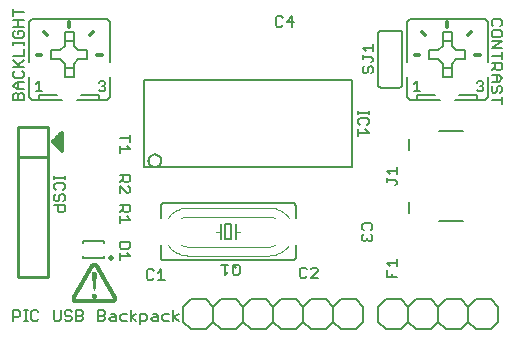
<source format=gto>
G75*
G70*
%OFA0B0*%
%FSLAX24Y24*%
%IPPOS*%
%LPD*%
%AMOC8*
5,1,8,0,0,1.08239X$1,22.5*
%
%ADD10C,0.0120*%
%ADD11C,0.0050*%
%ADD12C,0.0080*%
%ADD13C,0.0020*%
%ADD14C,0.0060*%
%ADD15R,0.0006X0.0006*%
%ADD16R,0.0006X0.0006*%
%ADD17R,0.0006X0.0006*%
%ADD18R,0.0006X0.0006*%
%ADD19C,0.0197*%
%ADD20C,0.0100*%
D10*
X002111Y006361D02*
X001811Y006661D01*
X002111Y006961D01*
X002111Y006361D01*
X001811Y006661D01*
X002111Y006961D01*
X002111Y006361D01*
X002111Y006444D02*
X002028Y006444D01*
X002111Y006563D02*
X001910Y006563D01*
X001831Y006681D02*
X002111Y006681D01*
X002111Y006800D02*
X001950Y006800D01*
X002068Y006918D02*
X002111Y006918D01*
X001421Y009561D02*
X001271Y009561D01*
X001611Y010211D02*
X001511Y010311D01*
X002361Y010481D02*
X002361Y010631D01*
X003061Y010211D02*
X003161Y010311D01*
X003301Y009561D02*
X003451Y009561D01*
X013871Y009561D02*
X014021Y009561D01*
X014211Y010211D02*
X014111Y010311D01*
X014961Y010481D02*
X014961Y010631D01*
X015661Y010211D02*
X015761Y010311D01*
X015901Y009561D02*
X016051Y009561D01*
D11*
X000486Y001037D02*
X000486Y000686D01*
X000486Y000803D02*
X000661Y000803D01*
X000720Y000861D01*
X000720Y000978D01*
X000661Y001037D01*
X000486Y001037D01*
X000855Y001037D02*
X000971Y001037D01*
X000913Y001037D02*
X000913Y000686D01*
X000855Y000686D02*
X000971Y000686D01*
X001100Y000745D02*
X001158Y000686D01*
X001275Y000686D01*
X001334Y000745D01*
X001334Y000978D02*
X001275Y001037D01*
X001158Y001037D01*
X001100Y000978D01*
X001100Y000745D01*
X001837Y000745D02*
X001895Y000686D01*
X002012Y000686D01*
X002070Y000745D01*
X002070Y001037D01*
X002205Y000978D02*
X002205Y000920D01*
X002263Y000861D01*
X002380Y000861D01*
X002439Y000803D01*
X002439Y000745D01*
X002380Y000686D01*
X002263Y000686D01*
X002205Y000745D01*
X002205Y000978D02*
X002263Y001037D01*
X002380Y001037D01*
X002439Y000978D01*
X002573Y001037D02*
X002748Y001037D01*
X002807Y000978D01*
X002807Y000920D01*
X002748Y000861D01*
X002573Y000861D01*
X002573Y000686D02*
X002748Y000686D01*
X002807Y000745D01*
X002807Y000803D01*
X002748Y000861D01*
X002573Y000686D02*
X002573Y001037D01*
X001837Y001037D02*
X001837Y000745D01*
X003310Y000686D02*
X003485Y000686D01*
X003543Y000745D01*
X003543Y000803D01*
X003485Y000861D01*
X003310Y000861D01*
X003310Y000686D02*
X003310Y001037D01*
X003485Y001037D01*
X003543Y000978D01*
X003543Y000920D01*
X003485Y000861D01*
X003678Y000745D02*
X003737Y000686D01*
X003912Y000686D01*
X003912Y000861D01*
X003853Y000920D01*
X003737Y000920D01*
X003737Y000803D02*
X003912Y000803D01*
X004047Y000745D02*
X004105Y000686D01*
X004280Y000686D01*
X004415Y000686D02*
X004415Y001037D01*
X004280Y000920D02*
X004105Y000920D01*
X004047Y000861D01*
X004047Y000745D01*
X003737Y000803D02*
X003678Y000745D01*
X004415Y000803D02*
X004590Y000920D01*
X004722Y000920D02*
X004897Y000920D01*
X004955Y000861D01*
X004955Y000745D01*
X004897Y000686D01*
X004722Y000686D01*
X004722Y000570D02*
X004722Y000920D01*
X004590Y000686D02*
X004415Y000803D01*
X005090Y000745D02*
X005148Y000686D01*
X005324Y000686D01*
X005324Y000861D01*
X005265Y000920D01*
X005148Y000920D01*
X005148Y000803D02*
X005324Y000803D01*
X005458Y000745D02*
X005517Y000686D01*
X005692Y000686D01*
X005827Y000686D02*
X005827Y001037D01*
X005692Y000920D02*
X005517Y000920D01*
X005458Y000861D01*
X005458Y000745D01*
X005148Y000803D02*
X005090Y000745D01*
X005827Y000803D02*
X006002Y000920D01*
X005827Y000803D02*
X006002Y000686D01*
X005538Y002061D02*
X005305Y002061D01*
X005421Y002061D02*
X005421Y002412D01*
X005305Y002295D01*
X005170Y002353D02*
X005111Y002412D01*
X004995Y002412D01*
X004936Y002353D01*
X004936Y002120D01*
X004995Y002061D01*
X005111Y002061D01*
X005170Y002120D01*
X004387Y002831D02*
X004270Y002947D01*
X004329Y003082D02*
X004095Y003082D01*
X004037Y003140D01*
X004037Y003316D01*
X004387Y003316D01*
X004387Y003140D01*
X004329Y003082D01*
X004387Y002831D02*
X004037Y002831D01*
X004037Y002947D02*
X004037Y002714D01*
X003516Y002786D02*
X003516Y002838D01*
X003516Y002786D02*
X002807Y002786D01*
X002807Y002838D01*
X002807Y003285D02*
X002807Y003337D01*
X003516Y003337D01*
X003516Y003285D01*
X004036Y003934D02*
X004036Y004168D01*
X004036Y004051D02*
X004387Y004051D01*
X004270Y004168D01*
X004328Y004303D02*
X004211Y004303D01*
X004153Y004361D01*
X004153Y004536D01*
X004153Y004420D02*
X004036Y004303D01*
X004036Y004536D02*
X004387Y004536D01*
X004387Y004361D01*
X004328Y004303D01*
X004328Y004934D02*
X004387Y004993D01*
X004387Y005110D01*
X004328Y005168D01*
X004328Y005303D02*
X004211Y005303D01*
X004153Y005361D01*
X004153Y005536D01*
X004153Y005420D02*
X004036Y005303D01*
X004036Y005168D02*
X004270Y004934D01*
X004328Y004934D01*
X004036Y004934D02*
X004036Y005168D01*
X004328Y005303D02*
X004387Y005361D01*
X004387Y005536D01*
X004036Y005536D01*
X004036Y006284D02*
X004036Y006518D01*
X004036Y006401D02*
X004387Y006401D01*
X004270Y006518D01*
X004387Y006653D02*
X004387Y006886D01*
X004387Y006770D02*
X004036Y006770D01*
X003506Y008336D02*
X003393Y008336D01*
X003336Y008393D01*
X003450Y008506D02*
X003506Y008506D01*
X003563Y008450D01*
X003563Y008393D01*
X003506Y008336D01*
X003506Y008506D02*
X003563Y008563D01*
X003563Y008620D01*
X003506Y008677D01*
X003393Y008677D01*
X003336Y008620D01*
X001463Y008336D02*
X001236Y008336D01*
X001350Y008336D02*
X001350Y008677D01*
X001236Y008563D01*
X000836Y008638D02*
X000603Y008638D01*
X000486Y008521D01*
X000603Y008405D01*
X000836Y008405D01*
X000778Y008270D02*
X000836Y008211D01*
X000836Y008036D01*
X000486Y008036D01*
X000486Y008211D01*
X000544Y008270D01*
X000603Y008270D01*
X000661Y008211D01*
X000661Y008036D01*
X000661Y008211D02*
X000720Y008270D01*
X000778Y008270D01*
X000661Y008405D02*
X000661Y008638D01*
X000544Y008773D02*
X000486Y008831D01*
X000486Y008948D01*
X000544Y009006D01*
X000486Y009141D02*
X000836Y009141D01*
X000720Y009141D02*
X000486Y009375D01*
X000486Y009509D02*
X000836Y009509D01*
X000836Y009743D01*
X000836Y009878D02*
X000836Y009995D01*
X000836Y009936D02*
X000486Y009936D01*
X000486Y009878D02*
X000486Y009995D01*
X000544Y010123D02*
X000486Y010182D01*
X000486Y010298D01*
X000544Y010357D01*
X000661Y010357D02*
X000661Y010240D01*
X000661Y010357D02*
X000778Y010357D01*
X000836Y010298D01*
X000836Y010182D01*
X000778Y010123D01*
X000544Y010123D01*
X000486Y010492D02*
X000836Y010492D01*
X000661Y010492D02*
X000661Y010725D01*
X000486Y010725D02*
X000836Y010725D01*
X000836Y010977D02*
X000486Y010977D01*
X000486Y011093D02*
X000486Y010860D01*
X000836Y009375D02*
X000661Y009200D01*
X000778Y009006D02*
X000836Y008948D01*
X000836Y008831D01*
X000778Y008773D01*
X000544Y008773D01*
X001856Y005516D02*
X001856Y005400D01*
X001856Y005458D02*
X002207Y005458D01*
X002207Y005516D02*
X002207Y005400D01*
X002148Y005271D02*
X001915Y005271D01*
X001856Y005212D01*
X001856Y005096D01*
X001915Y005037D01*
X001915Y004902D02*
X001856Y004844D01*
X001856Y004727D01*
X001915Y004669D01*
X001973Y004669D01*
X002031Y004727D01*
X002031Y004844D01*
X002090Y004902D01*
X002148Y004902D01*
X002207Y004844D01*
X002207Y004727D01*
X002148Y004669D01*
X002207Y004534D02*
X002207Y004359D01*
X002148Y004301D01*
X002031Y004301D01*
X001973Y004359D01*
X001973Y004534D01*
X001856Y004534D02*
X002207Y004534D01*
X002148Y005037D02*
X002207Y005096D01*
X002207Y005212D01*
X002148Y005271D01*
X007434Y002561D02*
X007668Y002561D01*
X007551Y002561D02*
X007551Y002211D01*
X007668Y002328D01*
X007803Y002269D02*
X007803Y002503D01*
X007861Y002561D01*
X007978Y002561D01*
X008036Y002503D01*
X008036Y002269D01*
X007978Y002211D01*
X007861Y002211D01*
X007803Y002269D01*
X007920Y002445D02*
X007803Y002561D01*
X010036Y002403D02*
X010036Y002170D01*
X010095Y002111D01*
X010211Y002111D01*
X010270Y002170D01*
X010405Y002111D02*
X010638Y002345D01*
X010638Y002403D01*
X010580Y002462D01*
X010463Y002462D01*
X010405Y002403D01*
X010270Y002403D02*
X010211Y002462D01*
X010095Y002462D01*
X010036Y002403D01*
X010405Y002111D02*
X010638Y002111D01*
X012111Y003393D02*
X012111Y003510D01*
X012170Y003568D01*
X012170Y003703D02*
X012111Y003761D01*
X012111Y003878D01*
X012170Y003936D01*
X012403Y003936D01*
X012462Y003878D01*
X012462Y003761D01*
X012403Y003703D01*
X012403Y003568D02*
X012462Y003510D01*
X012462Y003393D01*
X012403Y003334D01*
X012345Y003334D01*
X012286Y003393D01*
X012228Y003334D01*
X012170Y003334D01*
X012111Y003393D01*
X012286Y003393D02*
X012286Y003451D01*
X012936Y002621D02*
X013286Y002621D01*
X013286Y002505D02*
X013286Y002738D01*
X013053Y002505D02*
X012936Y002621D01*
X012936Y002370D02*
X012936Y002136D01*
X013286Y002136D01*
X013111Y002136D02*
X013111Y002253D01*
X013228Y005200D02*
X013286Y005258D01*
X013286Y005316D01*
X013228Y005375D01*
X012936Y005375D01*
X012936Y005433D02*
X012936Y005316D01*
X013053Y005568D02*
X012936Y005685D01*
X013286Y005685D01*
X013286Y005801D02*
X013286Y005568D01*
X012337Y006956D02*
X011986Y006956D01*
X011986Y007072D02*
X011986Y006839D01*
X012220Y007072D02*
X012337Y006956D01*
X012278Y007207D02*
X012337Y007266D01*
X012337Y007382D01*
X012278Y007441D01*
X012045Y007441D01*
X011986Y007382D01*
X011986Y007266D01*
X012045Y007207D01*
X011986Y007570D02*
X011986Y007686D01*
X011986Y007628D02*
X012337Y007628D01*
X012337Y007686D02*
X012337Y007570D01*
X012253Y008931D02*
X012194Y008931D01*
X012136Y008990D01*
X012136Y009106D01*
X012194Y009165D01*
X012311Y009106D02*
X012311Y008990D01*
X012253Y008931D01*
X012428Y008931D02*
X012486Y008990D01*
X012486Y009106D01*
X012428Y009165D01*
X012370Y009165D01*
X012311Y009106D01*
X012428Y009300D02*
X012486Y009358D01*
X012486Y009416D01*
X012428Y009475D01*
X012136Y009475D01*
X012136Y009533D02*
X012136Y009416D01*
X012253Y009668D02*
X012136Y009785D01*
X012486Y009785D01*
X012486Y009901D02*
X012486Y009668D01*
X013836Y008563D02*
X013950Y008677D01*
X013950Y008336D01*
X014063Y008336D02*
X013836Y008336D01*
X015936Y008393D02*
X015993Y008336D01*
X016106Y008336D01*
X016163Y008393D01*
X016163Y008450D01*
X016106Y008506D01*
X016050Y008506D01*
X016106Y008506D02*
X016163Y008563D01*
X016163Y008620D01*
X016106Y008677D01*
X015993Y008677D01*
X015936Y008620D01*
X016436Y008661D02*
X016670Y008661D01*
X016787Y008778D01*
X016670Y008895D01*
X016436Y008895D01*
X016436Y009030D02*
X016553Y009146D01*
X016553Y009088D02*
X016553Y009263D01*
X016436Y009263D02*
X016787Y009263D01*
X016787Y009088D01*
X016728Y009030D01*
X016611Y009030D01*
X016553Y009088D01*
X016611Y008895D02*
X016611Y008661D01*
X016670Y008526D02*
X016611Y008468D01*
X016611Y008351D01*
X016553Y008293D01*
X016495Y008293D01*
X016436Y008351D01*
X016436Y008468D01*
X016495Y008526D01*
X016670Y008526D02*
X016728Y008526D01*
X016787Y008468D01*
X016787Y008351D01*
X016728Y008293D01*
X016787Y008158D02*
X016787Y007925D01*
X016787Y008041D02*
X016436Y008041D01*
X016787Y009398D02*
X016787Y009631D01*
X016787Y009515D02*
X016436Y009515D01*
X016436Y009766D02*
X016787Y009766D01*
X016787Y010000D02*
X016436Y010000D01*
X016495Y010134D02*
X016728Y010134D01*
X016787Y010193D01*
X016787Y010310D01*
X016728Y010368D01*
X016495Y010368D01*
X016436Y010310D01*
X016436Y010193D01*
X016495Y010134D01*
X016787Y010000D02*
X016436Y009766D01*
X016495Y010503D02*
X016436Y010561D01*
X016436Y010678D01*
X016495Y010736D01*
X016728Y010736D01*
X016787Y010678D01*
X016787Y010561D01*
X016728Y010503D01*
X009838Y010661D02*
X009605Y010661D01*
X009780Y010837D01*
X009780Y010486D01*
X009470Y010545D02*
X009411Y010486D01*
X009295Y010486D01*
X009236Y010545D01*
X009236Y010778D01*
X009295Y010837D01*
X009411Y010837D01*
X009470Y010778D01*
D12*
X013687Y006732D02*
X013687Y006377D01*
X014671Y007007D02*
X015498Y007007D01*
X013687Y004645D02*
X013687Y004291D01*
X014671Y004015D02*
X015498Y004015D01*
D13*
X009011Y004161D02*
X006311Y004161D01*
X006311Y004461D02*
X009011Y004461D01*
X009672Y003211D02*
X009640Y003166D01*
X009604Y003124D01*
X009565Y003084D01*
X009524Y003047D01*
X009480Y003013D01*
X009433Y002982D01*
X009385Y002954D01*
X009335Y002930D01*
X009284Y002909D01*
X009231Y002892D01*
X009177Y002878D01*
X009122Y002869D01*
X009067Y002863D01*
X009011Y002861D01*
X006311Y002861D01*
X006311Y003161D02*
X009011Y003161D01*
X009229Y004111D02*
X009195Y004126D01*
X009159Y004139D01*
X009123Y004148D01*
X009086Y004155D01*
X009049Y004160D01*
X009011Y004161D01*
X009229Y003211D02*
X009195Y003196D01*
X009159Y003183D01*
X009123Y003174D01*
X009086Y003167D01*
X009049Y003162D01*
X009011Y003161D01*
X009672Y004111D02*
X009640Y004156D01*
X009604Y004198D01*
X009565Y004238D01*
X009523Y004275D01*
X009480Y004309D01*
X009433Y004340D01*
X009385Y004368D01*
X009335Y004392D01*
X009284Y004413D01*
X009231Y004430D01*
X009177Y004444D01*
X009122Y004453D01*
X009067Y004459D01*
X009011Y004461D01*
X008061Y003661D02*
X007911Y003661D01*
X007411Y003661D02*
X007261Y003661D01*
X006311Y004461D02*
X006255Y004459D01*
X006200Y004453D01*
X006145Y004444D01*
X006091Y004430D01*
X006038Y004413D01*
X005987Y004392D01*
X005937Y004368D01*
X005889Y004340D01*
X005842Y004309D01*
X005798Y004275D01*
X005757Y004238D01*
X005718Y004198D01*
X005682Y004156D01*
X005650Y004111D01*
X006093Y004111D02*
X006127Y004126D01*
X006163Y004139D01*
X006199Y004148D01*
X006236Y004155D01*
X006273Y004160D01*
X006311Y004161D01*
X006093Y003211D02*
X006127Y003196D01*
X006163Y003183D01*
X006199Y003174D01*
X006236Y003167D01*
X006273Y003162D01*
X006311Y003161D01*
X006311Y002861D02*
X006255Y002863D01*
X006200Y002869D01*
X006145Y002878D01*
X006091Y002892D01*
X006038Y002909D01*
X005987Y002930D01*
X005937Y002954D01*
X005889Y002982D01*
X005842Y003013D01*
X005799Y003047D01*
X005757Y003084D01*
X005718Y003124D01*
X005682Y003166D01*
X005650Y003211D01*
D14*
X005411Y003211D02*
X005411Y002811D01*
X005413Y002794D01*
X005417Y002777D01*
X005424Y002761D01*
X005434Y002747D01*
X005447Y002734D01*
X005461Y002724D01*
X005477Y002717D01*
X005494Y002713D01*
X005511Y002711D01*
X009811Y002711D01*
X009828Y002713D01*
X009845Y002717D01*
X009861Y002724D01*
X009875Y002734D01*
X009888Y002747D01*
X009898Y002761D01*
X009905Y002777D01*
X009909Y002794D01*
X009911Y002811D01*
X009911Y003211D01*
X009911Y004111D02*
X009911Y004511D01*
X009909Y004528D01*
X009905Y004545D01*
X009898Y004561D01*
X009888Y004575D01*
X009875Y004588D01*
X009861Y004598D01*
X009845Y004605D01*
X009828Y004609D01*
X009811Y004611D01*
X005511Y004611D01*
X005494Y004609D01*
X005477Y004605D01*
X005461Y004598D01*
X005447Y004588D01*
X005434Y004575D01*
X005424Y004561D01*
X005417Y004545D01*
X005413Y004528D01*
X005411Y004511D01*
X005411Y004111D01*
X007411Y003911D02*
X007411Y003661D01*
X007411Y003411D01*
X007561Y003411D02*
X007761Y003411D01*
X007761Y003911D01*
X007561Y003911D01*
X007561Y003411D01*
X007911Y003411D02*
X007911Y003661D01*
X007911Y003911D01*
X005001Y006021D02*
X005003Y006050D01*
X005009Y006078D01*
X005018Y006105D01*
X005032Y006130D01*
X005048Y006154D01*
X005068Y006174D01*
X005090Y006193D01*
X005114Y006207D01*
X005141Y006219D01*
X005168Y006227D01*
X005197Y006231D01*
X005225Y006231D01*
X005254Y006227D01*
X005281Y006219D01*
X005308Y006207D01*
X005332Y006193D01*
X005354Y006174D01*
X005374Y006154D01*
X005390Y006130D01*
X005404Y006105D01*
X005413Y006078D01*
X005419Y006050D01*
X005421Y006021D01*
X005419Y005992D01*
X005413Y005964D01*
X005404Y005937D01*
X005390Y005912D01*
X005374Y005888D01*
X005354Y005868D01*
X005332Y005849D01*
X005308Y005835D01*
X005281Y005823D01*
X005254Y005815D01*
X005225Y005811D01*
X005197Y005811D01*
X005168Y005815D01*
X005141Y005823D01*
X005114Y005835D01*
X005090Y005849D01*
X005068Y005868D01*
X005048Y005888D01*
X005032Y005912D01*
X005018Y005937D01*
X005009Y005964D01*
X005003Y005992D01*
X005001Y006021D01*
X004841Y005799D02*
X004841Y008723D01*
X011791Y008723D01*
X011791Y005799D01*
X004841Y005799D01*
X003611Y008061D02*
X003361Y008061D01*
X002611Y008061D01*
X002761Y008211D02*
X003361Y008211D01*
X003361Y008061D01*
X003611Y008061D02*
X003711Y008161D01*
X003711Y008811D01*
X003711Y009311D02*
X003711Y010661D01*
X003611Y010761D01*
X001111Y010761D01*
X001011Y010661D01*
X001011Y009311D01*
X001011Y008811D02*
X001011Y008161D01*
X001111Y008061D01*
X001361Y008061D01*
X002111Y008061D01*
X001961Y008211D02*
X001361Y008211D01*
X001361Y008061D01*
X002211Y008811D02*
X002211Y009111D01*
X002511Y009111D01*
X002511Y009261D01*
X002661Y009411D01*
X002961Y009411D01*
X002961Y009711D01*
X002661Y009711D01*
X002511Y009861D01*
X002511Y010011D01*
X002511Y010311D01*
X002211Y010311D01*
X002211Y010011D01*
X002211Y009861D01*
X002061Y009711D01*
X001761Y009711D01*
X001761Y009411D01*
X002061Y009411D01*
X002211Y009261D01*
X002211Y009111D01*
X002211Y008811D02*
X002511Y008811D01*
X002511Y009111D01*
X002511Y010011D02*
X002211Y010011D01*
X006411Y001411D02*
X006161Y001161D01*
X006161Y000661D01*
X006411Y000411D01*
X006911Y000411D01*
X007161Y000661D01*
X007411Y000411D01*
X007911Y000411D01*
X008161Y000661D01*
X008161Y001161D01*
X007911Y001411D01*
X007411Y001411D01*
X007161Y001161D01*
X007161Y000661D01*
X007161Y001161D01*
X006911Y001411D01*
X006411Y001411D01*
X008161Y001161D02*
X008161Y000661D01*
X008411Y000411D01*
X008911Y000411D01*
X009161Y000661D01*
X009411Y000411D01*
X009911Y000411D01*
X010161Y000661D01*
X010161Y001161D01*
X009911Y001411D01*
X009411Y001411D01*
X009161Y001161D01*
X009161Y000661D01*
X009161Y001161D02*
X008911Y001411D01*
X008411Y001411D01*
X008161Y001161D01*
X010161Y001161D02*
X010411Y001411D01*
X010911Y001411D01*
X011161Y001161D01*
X011411Y001411D01*
X011911Y001411D01*
X012161Y001161D01*
X012161Y000661D01*
X011911Y000411D01*
X011411Y000411D01*
X011161Y000661D01*
X010911Y000411D01*
X010411Y000411D01*
X010161Y000661D01*
X011161Y000661D02*
X011161Y001161D01*
X012661Y001161D02*
X012661Y000661D01*
X012911Y000411D01*
X013411Y000411D01*
X013661Y000661D01*
X013911Y000411D01*
X014411Y000411D01*
X014661Y000661D01*
X014661Y001161D01*
X014411Y001411D01*
X013911Y001411D01*
X013661Y001161D01*
X013661Y000661D01*
X013661Y001161D02*
X013411Y001411D01*
X012911Y001411D01*
X012661Y001161D01*
X014661Y001161D02*
X014911Y001411D01*
X015411Y001411D01*
X015661Y001161D01*
X015911Y001411D01*
X016411Y001411D01*
X016661Y001161D01*
X016661Y000661D01*
X016411Y000411D01*
X015911Y000411D01*
X015661Y000661D01*
X015411Y000411D01*
X014911Y000411D01*
X014661Y000661D01*
X015661Y000661D02*
X015661Y001161D01*
X015961Y008061D02*
X015211Y008061D01*
X015361Y008211D02*
X015961Y008211D01*
X015961Y008061D01*
X016211Y008061D01*
X016311Y008161D01*
X016311Y008811D01*
X016311Y009311D02*
X016311Y010661D01*
X016211Y010761D01*
X013711Y010761D01*
X013611Y010661D01*
X013611Y009311D01*
X013611Y008811D02*
X013611Y008161D01*
X013711Y008061D01*
X013961Y008061D01*
X014711Y008061D01*
X014561Y008211D02*
X013961Y008211D01*
X013961Y008061D01*
X013461Y008561D02*
X013461Y010261D01*
X013459Y010278D01*
X013455Y010295D01*
X013448Y010311D01*
X013438Y010325D01*
X013425Y010338D01*
X013411Y010348D01*
X013395Y010355D01*
X013378Y010359D01*
X013361Y010361D01*
X012761Y010361D01*
X012744Y010359D01*
X012727Y010355D01*
X012711Y010348D01*
X012697Y010338D01*
X012684Y010325D01*
X012674Y010311D01*
X012667Y010295D01*
X012663Y010278D01*
X012661Y010261D01*
X012661Y008561D01*
X012663Y008544D01*
X012667Y008527D01*
X012674Y008511D01*
X012684Y008497D01*
X012697Y008484D01*
X012711Y008474D01*
X012727Y008467D01*
X012744Y008463D01*
X012761Y008461D01*
X013361Y008461D01*
X013378Y008463D01*
X013395Y008467D01*
X013411Y008474D01*
X013425Y008484D01*
X013438Y008497D01*
X013448Y008511D01*
X013455Y008527D01*
X013459Y008544D01*
X013461Y008561D01*
X014361Y009411D02*
X014661Y009411D01*
X014811Y009261D01*
X014811Y009111D01*
X014811Y008811D01*
X015111Y008811D01*
X015111Y009111D01*
X015111Y009261D01*
X015261Y009411D01*
X015561Y009411D01*
X015561Y009711D01*
X015261Y009711D01*
X015111Y009861D01*
X015111Y010011D01*
X015111Y010311D01*
X014811Y010311D01*
X014811Y010011D01*
X014811Y009861D01*
X014661Y009711D01*
X014361Y009711D01*
X014361Y009411D01*
X014811Y009111D02*
X015111Y009111D01*
X015111Y010011D02*
X014811Y010011D01*
D15*
X003850Y001624D03*
X003850Y001618D03*
X003850Y001606D03*
X003850Y001594D03*
X003850Y001588D03*
X003850Y001576D03*
X003850Y001564D03*
X003850Y001558D03*
X003850Y001546D03*
X003850Y001534D03*
X003850Y001528D03*
X003850Y001516D03*
X003850Y001504D03*
X003850Y001498D03*
X003850Y001486D03*
X003850Y001474D03*
X003850Y001468D03*
X003850Y001456D03*
X003850Y001444D03*
X003850Y001438D03*
X003850Y001426D03*
X003862Y001426D03*
X003862Y001414D03*
X003862Y001408D03*
X003862Y001396D03*
X003862Y001384D03*
X003862Y001378D03*
X003862Y001366D03*
X003862Y001354D03*
X003862Y001348D03*
X003862Y001336D03*
X003862Y001324D03*
X003862Y001318D03*
X003862Y001306D03*
X003862Y001294D03*
X003862Y001288D03*
X003862Y001276D03*
X003850Y001276D03*
X003850Y001288D03*
X003850Y001294D03*
X003850Y001306D03*
X003850Y001318D03*
X003850Y001324D03*
X003850Y001336D03*
X003850Y001348D03*
X003850Y001354D03*
X003850Y001366D03*
X003850Y001378D03*
X003850Y001384D03*
X003832Y001366D03*
X003832Y001354D03*
X003832Y001348D03*
X003832Y001336D03*
X003832Y001324D03*
X003832Y001318D03*
X003832Y001306D03*
X003832Y001294D03*
X003832Y001288D03*
X003832Y001276D03*
X003820Y001276D03*
X003820Y001288D03*
X003820Y001294D03*
X003820Y001306D03*
X003820Y001318D03*
X003820Y001324D03*
X003820Y001336D03*
X003820Y001348D03*
X003820Y001354D03*
X003820Y001366D03*
X003802Y001366D03*
X003802Y001354D03*
X003802Y001348D03*
X003802Y001336D03*
X003802Y001324D03*
X003802Y001318D03*
X003802Y001306D03*
X003802Y001294D03*
X003802Y001288D03*
X003802Y001276D03*
X003790Y001276D03*
X003790Y001288D03*
X003790Y001294D03*
X003790Y001306D03*
X003790Y001318D03*
X003790Y001324D03*
X003790Y001336D03*
X003790Y001348D03*
X003790Y001354D03*
X003790Y001366D03*
X003772Y001366D03*
X003772Y001354D03*
X003772Y001348D03*
X003772Y001336D03*
X003772Y001324D03*
X003772Y001318D03*
X003772Y001306D03*
X003772Y001294D03*
X003772Y001288D03*
X003772Y001276D03*
X003772Y001264D03*
X003760Y001264D03*
X003760Y001276D03*
X003760Y001288D03*
X003760Y001294D03*
X003760Y001306D03*
X003760Y001318D03*
X003760Y001324D03*
X003760Y001336D03*
X003760Y001348D03*
X003760Y001354D03*
X003760Y001366D03*
X003742Y001366D03*
X003742Y001354D03*
X003742Y001348D03*
X003742Y001336D03*
X003742Y001324D03*
X003742Y001318D03*
X003742Y001306D03*
X003742Y001294D03*
X003742Y001288D03*
X003742Y001276D03*
X003730Y001276D03*
X003730Y001288D03*
X003730Y001294D03*
X003730Y001306D03*
X003730Y001318D03*
X003730Y001324D03*
X003730Y001336D03*
X003730Y001348D03*
X003730Y001354D03*
X003730Y001366D03*
X003712Y001366D03*
X003712Y001354D03*
X003712Y001348D03*
X003712Y001336D03*
X003712Y001324D03*
X003712Y001318D03*
X003712Y001306D03*
X003712Y001294D03*
X003712Y001288D03*
X003712Y001276D03*
X003712Y001264D03*
X003700Y001264D03*
X003700Y001276D03*
X003700Y001288D03*
X003700Y001294D03*
X003700Y001306D03*
X003700Y001318D03*
X003700Y001324D03*
X003700Y001336D03*
X003700Y001348D03*
X003700Y001354D03*
X003700Y001366D03*
X003682Y001366D03*
X003682Y001354D03*
X003682Y001348D03*
X003682Y001336D03*
X003682Y001324D03*
X003682Y001318D03*
X003682Y001306D03*
X003682Y001294D03*
X003682Y001288D03*
X003682Y001276D03*
X003670Y001276D03*
X003670Y001288D03*
X003670Y001294D03*
X003670Y001306D03*
X003670Y001318D03*
X003670Y001324D03*
X003670Y001336D03*
X003670Y001348D03*
X003670Y001354D03*
X003670Y001366D03*
X003652Y001366D03*
X003652Y001354D03*
X003652Y001348D03*
X003652Y001336D03*
X003652Y001324D03*
X003652Y001318D03*
X003652Y001306D03*
X003652Y001294D03*
X003652Y001288D03*
X003652Y001276D03*
X003652Y001264D03*
X003640Y001264D03*
X003640Y001276D03*
X003640Y001288D03*
X003640Y001294D03*
X003640Y001306D03*
X003640Y001318D03*
X003640Y001324D03*
X003640Y001336D03*
X003640Y001348D03*
X003640Y001354D03*
X003640Y001366D03*
X003622Y001366D03*
X003622Y001354D03*
X003622Y001348D03*
X003622Y001336D03*
X003622Y001324D03*
X003622Y001318D03*
X003622Y001306D03*
X003622Y001294D03*
X003622Y001288D03*
X003622Y001276D03*
X003610Y001276D03*
X003610Y001288D03*
X003610Y001294D03*
X003610Y001306D03*
X003610Y001318D03*
X003610Y001324D03*
X003610Y001336D03*
X003610Y001348D03*
X003610Y001354D03*
X003610Y001366D03*
X003592Y001366D03*
X003592Y001354D03*
X003592Y001348D03*
X003592Y001336D03*
X003592Y001324D03*
X003592Y001318D03*
X003592Y001306D03*
X003592Y001294D03*
X003592Y001288D03*
X003592Y001276D03*
X003592Y001264D03*
X003580Y001264D03*
X003580Y001276D03*
X003580Y001288D03*
X003580Y001294D03*
X003580Y001306D03*
X003580Y001318D03*
X003580Y001324D03*
X003580Y001336D03*
X003580Y001348D03*
X003580Y001354D03*
X003580Y001366D03*
X003562Y001366D03*
X003562Y001354D03*
X003562Y001348D03*
X003562Y001336D03*
X003562Y001324D03*
X003562Y001318D03*
X003562Y001306D03*
X003562Y001294D03*
X003562Y001288D03*
X003562Y001276D03*
X003550Y001276D03*
X003550Y001288D03*
X003550Y001294D03*
X003550Y001306D03*
X003550Y001318D03*
X003550Y001324D03*
X003550Y001336D03*
X003550Y001348D03*
X003550Y001354D03*
X003550Y001366D03*
X003532Y001366D03*
X003532Y001354D03*
X003532Y001348D03*
X003532Y001336D03*
X003532Y001324D03*
X003532Y001318D03*
X003532Y001306D03*
X003532Y001294D03*
X003532Y001288D03*
X003532Y001276D03*
X003532Y001264D03*
X003520Y001264D03*
X003520Y001276D03*
X003520Y001288D03*
X003520Y001294D03*
X003520Y001306D03*
X003520Y001318D03*
X003520Y001324D03*
X003520Y001336D03*
X003520Y001348D03*
X003520Y001354D03*
X003520Y001366D03*
X003502Y001366D03*
X003502Y001354D03*
X003502Y001348D03*
X003502Y001336D03*
X003502Y001324D03*
X003502Y001318D03*
X003502Y001306D03*
X003502Y001294D03*
X003502Y001288D03*
X003502Y001276D03*
X003490Y001276D03*
X003490Y001288D03*
X003490Y001294D03*
X003490Y001306D03*
X003490Y001318D03*
X003490Y001324D03*
X003490Y001336D03*
X003490Y001348D03*
X003490Y001354D03*
X003490Y001366D03*
X003472Y001366D03*
X003472Y001354D03*
X003472Y001348D03*
X003472Y001336D03*
X003472Y001324D03*
X003472Y001318D03*
X003472Y001306D03*
X003472Y001294D03*
X003472Y001288D03*
X003472Y001276D03*
X003472Y001264D03*
X003460Y001264D03*
X003460Y001276D03*
X003460Y001288D03*
X003460Y001294D03*
X003460Y001306D03*
X003460Y001318D03*
X003460Y001324D03*
X003460Y001336D03*
X003460Y001348D03*
X003460Y001354D03*
X003460Y001366D03*
X003442Y001366D03*
X003442Y001354D03*
X003442Y001348D03*
X003442Y001336D03*
X003442Y001324D03*
X003442Y001318D03*
X003442Y001306D03*
X003442Y001294D03*
X003442Y001288D03*
X003442Y001276D03*
X003430Y001276D03*
X003430Y001288D03*
X003430Y001294D03*
X003430Y001306D03*
X003430Y001318D03*
X003430Y001324D03*
X003430Y001336D03*
X003430Y001348D03*
X003430Y001354D03*
X003430Y001366D03*
X003412Y001366D03*
X003412Y001354D03*
X003412Y001348D03*
X003412Y001336D03*
X003412Y001324D03*
X003412Y001318D03*
X003412Y001306D03*
X003412Y001294D03*
X003412Y001288D03*
X003412Y001276D03*
X003412Y001264D03*
X003400Y001264D03*
X003400Y001276D03*
X003400Y001288D03*
X003400Y001294D03*
X003400Y001306D03*
X003400Y001318D03*
X003400Y001324D03*
X003400Y001336D03*
X003400Y001348D03*
X003400Y001354D03*
X003400Y001366D03*
X003382Y001366D03*
X003382Y001354D03*
X003382Y001348D03*
X003382Y001336D03*
X003382Y001324D03*
X003382Y001318D03*
X003382Y001306D03*
X003382Y001294D03*
X003382Y001288D03*
X003382Y001276D03*
X003370Y001276D03*
X003370Y001288D03*
X003370Y001294D03*
X003370Y001306D03*
X003370Y001318D03*
X003370Y001324D03*
X003370Y001336D03*
X003370Y001348D03*
X003370Y001354D03*
X003370Y001366D03*
X003352Y001366D03*
X003352Y001354D03*
X003352Y001348D03*
X003352Y001336D03*
X003352Y001324D03*
X003352Y001318D03*
X003352Y001306D03*
X003352Y001294D03*
X003352Y001288D03*
X003352Y001276D03*
X003352Y001264D03*
X003340Y001264D03*
X003340Y001276D03*
X003340Y001288D03*
X003340Y001294D03*
X003340Y001306D03*
X003340Y001318D03*
X003340Y001324D03*
X003340Y001336D03*
X003340Y001348D03*
X003340Y001354D03*
X003340Y001366D03*
X003322Y001366D03*
X003322Y001354D03*
X003322Y001348D03*
X003322Y001336D03*
X003322Y001324D03*
X003322Y001318D03*
X003322Y001306D03*
X003322Y001294D03*
X003322Y001288D03*
X003322Y001276D03*
X003310Y001276D03*
X003310Y001288D03*
X003310Y001294D03*
X003310Y001306D03*
X003310Y001318D03*
X003310Y001324D03*
X003310Y001336D03*
X003310Y001348D03*
X003310Y001354D03*
X003310Y001366D03*
X003292Y001366D03*
X003292Y001354D03*
X003292Y001348D03*
X003292Y001336D03*
X003292Y001324D03*
X003292Y001318D03*
X003292Y001306D03*
X003292Y001294D03*
X003292Y001288D03*
X003292Y001276D03*
X003292Y001264D03*
X003280Y001264D03*
X003280Y001276D03*
X003280Y001288D03*
X003280Y001294D03*
X003280Y001306D03*
X003280Y001318D03*
X003280Y001324D03*
X003280Y001336D03*
X003280Y001348D03*
X003280Y001354D03*
X003280Y001366D03*
X003262Y001366D03*
X003262Y001354D03*
X003262Y001348D03*
X003262Y001336D03*
X003262Y001324D03*
X003262Y001318D03*
X003262Y001306D03*
X003262Y001294D03*
X003262Y001288D03*
X003262Y001276D03*
X003250Y001276D03*
X003250Y001288D03*
X003250Y001294D03*
X003250Y001306D03*
X003250Y001318D03*
X003250Y001324D03*
X003250Y001336D03*
X003250Y001348D03*
X003250Y001354D03*
X003250Y001366D03*
X003232Y001366D03*
X003232Y001354D03*
X003232Y001348D03*
X003232Y001336D03*
X003232Y001324D03*
X003232Y001318D03*
X003232Y001306D03*
X003232Y001294D03*
X003232Y001288D03*
X003232Y001276D03*
X003232Y001264D03*
X003220Y001264D03*
X003220Y001276D03*
X003220Y001288D03*
X003220Y001294D03*
X003220Y001306D03*
X003220Y001318D03*
X003220Y001324D03*
X003220Y001336D03*
X003220Y001348D03*
X003220Y001354D03*
X003220Y001366D03*
X003202Y001366D03*
X003202Y001354D03*
X003202Y001348D03*
X003202Y001336D03*
X003202Y001324D03*
X003202Y001318D03*
X003202Y001306D03*
X003202Y001294D03*
X003202Y001288D03*
X003202Y001276D03*
X003190Y001276D03*
X003190Y001288D03*
X003190Y001294D03*
X003190Y001306D03*
X003190Y001318D03*
X003190Y001324D03*
X003190Y001336D03*
X003190Y001348D03*
X003190Y001354D03*
X003190Y001366D03*
X003172Y001366D03*
X003172Y001354D03*
X003172Y001348D03*
X003172Y001336D03*
X003172Y001324D03*
X003172Y001318D03*
X003172Y001306D03*
X003172Y001294D03*
X003172Y001288D03*
X003172Y001276D03*
X003172Y001264D03*
X003160Y001264D03*
X003160Y001276D03*
X003160Y001288D03*
X003160Y001294D03*
X003160Y001306D03*
X003160Y001318D03*
X003160Y001324D03*
X003160Y001336D03*
X003160Y001348D03*
X003160Y001354D03*
X003160Y001366D03*
X003142Y001366D03*
X003142Y001354D03*
X003142Y001348D03*
X003142Y001336D03*
X003142Y001324D03*
X003142Y001318D03*
X003142Y001306D03*
X003142Y001294D03*
X003142Y001288D03*
X003142Y001276D03*
X003130Y001276D03*
X003130Y001288D03*
X003130Y001294D03*
X003130Y001306D03*
X003130Y001318D03*
X003130Y001324D03*
X003130Y001336D03*
X003130Y001348D03*
X003130Y001354D03*
X003130Y001366D03*
X003112Y001366D03*
X003112Y001354D03*
X003112Y001348D03*
X003112Y001336D03*
X003112Y001324D03*
X003112Y001318D03*
X003112Y001306D03*
X003112Y001294D03*
X003112Y001288D03*
X003112Y001276D03*
X003112Y001264D03*
X003100Y001264D03*
X003100Y001276D03*
X003100Y001288D03*
X003100Y001294D03*
X003100Y001306D03*
X003100Y001318D03*
X003100Y001324D03*
X003100Y001336D03*
X003100Y001348D03*
X003100Y001354D03*
X003100Y001366D03*
X003082Y001366D03*
X003082Y001354D03*
X003082Y001348D03*
X003082Y001336D03*
X003082Y001324D03*
X003082Y001318D03*
X003082Y001306D03*
X003082Y001294D03*
X003082Y001288D03*
X003082Y001276D03*
X003070Y001276D03*
X003070Y001288D03*
X003070Y001294D03*
X003070Y001306D03*
X003070Y001318D03*
X003070Y001324D03*
X003070Y001336D03*
X003070Y001348D03*
X003070Y001354D03*
X003070Y001366D03*
X003052Y001366D03*
X003052Y001354D03*
X003052Y001348D03*
X003052Y001336D03*
X003052Y001324D03*
X003052Y001318D03*
X003052Y001306D03*
X003052Y001294D03*
X003052Y001288D03*
X003052Y001276D03*
X003052Y001264D03*
X003040Y001264D03*
X003040Y001276D03*
X003040Y001288D03*
X003040Y001294D03*
X003040Y001306D03*
X003040Y001318D03*
X003040Y001324D03*
X003040Y001336D03*
X003040Y001348D03*
X003040Y001354D03*
X003040Y001366D03*
X003022Y001366D03*
X003022Y001354D03*
X003022Y001348D03*
X003022Y001336D03*
X003022Y001324D03*
X003022Y001318D03*
X003022Y001306D03*
X003022Y001294D03*
X003022Y001288D03*
X003022Y001276D03*
X003010Y001276D03*
X003010Y001288D03*
X003010Y001294D03*
X003010Y001306D03*
X003010Y001318D03*
X003010Y001324D03*
X003010Y001336D03*
X003010Y001348D03*
X003010Y001354D03*
X003010Y001366D03*
X002992Y001366D03*
X002992Y001354D03*
X002992Y001348D03*
X002992Y001336D03*
X002992Y001324D03*
X002992Y001318D03*
X002992Y001306D03*
X002992Y001294D03*
X002992Y001288D03*
X002992Y001276D03*
X002992Y001264D03*
X002980Y001264D03*
X002980Y001276D03*
X002980Y001288D03*
X002980Y001294D03*
X002980Y001306D03*
X002980Y001318D03*
X002980Y001324D03*
X002980Y001336D03*
X002980Y001348D03*
X002980Y001354D03*
X002980Y001366D03*
X002962Y001366D03*
X002962Y001354D03*
X002962Y001348D03*
X002962Y001336D03*
X002962Y001324D03*
X002962Y001318D03*
X002962Y001306D03*
X002962Y001294D03*
X002962Y001288D03*
X002962Y001276D03*
X002950Y001276D03*
X002950Y001288D03*
X002950Y001294D03*
X002950Y001306D03*
X002950Y001318D03*
X002950Y001324D03*
X002950Y001336D03*
X002950Y001348D03*
X002950Y001354D03*
X002950Y001366D03*
X002932Y001366D03*
X002932Y001354D03*
X002932Y001348D03*
X002932Y001336D03*
X002932Y001324D03*
X002932Y001318D03*
X002932Y001306D03*
X002932Y001294D03*
X002932Y001288D03*
X002932Y001276D03*
X002932Y001264D03*
X002920Y001264D03*
X002920Y001276D03*
X002920Y001288D03*
X002920Y001294D03*
X002920Y001306D03*
X002920Y001318D03*
X002920Y001324D03*
X002920Y001336D03*
X002920Y001348D03*
X002920Y001354D03*
X002920Y001366D03*
X002902Y001366D03*
X002902Y001354D03*
X002902Y001348D03*
X002902Y001336D03*
X002902Y001324D03*
X002902Y001318D03*
X002902Y001306D03*
X002902Y001294D03*
X002902Y001288D03*
X002902Y001276D03*
X002890Y001276D03*
X002890Y001288D03*
X002890Y001294D03*
X002890Y001306D03*
X002890Y001318D03*
X002890Y001324D03*
X002890Y001336D03*
X002890Y001348D03*
X002890Y001354D03*
X002890Y001366D03*
X002872Y001366D03*
X002872Y001354D03*
X002872Y001348D03*
X002872Y001336D03*
X002872Y001324D03*
X002872Y001318D03*
X002872Y001306D03*
X002872Y001294D03*
X002872Y001288D03*
X002872Y001276D03*
X002872Y001264D03*
X002860Y001264D03*
X002860Y001276D03*
X002860Y001288D03*
X002860Y001294D03*
X002860Y001306D03*
X002860Y001318D03*
X002860Y001324D03*
X002860Y001336D03*
X002860Y001348D03*
X002860Y001354D03*
X002860Y001366D03*
X002842Y001366D03*
X002842Y001354D03*
X002842Y001348D03*
X002842Y001336D03*
X002842Y001324D03*
X002842Y001318D03*
X002842Y001306D03*
X002842Y001294D03*
X002842Y001288D03*
X002842Y001276D03*
X002830Y001276D03*
X002830Y001288D03*
X002830Y001294D03*
X002830Y001306D03*
X002830Y001318D03*
X002830Y001324D03*
X002830Y001336D03*
X002830Y001348D03*
X002830Y001354D03*
X002830Y001366D03*
X002812Y001366D03*
X002812Y001354D03*
X002812Y001348D03*
X002812Y001336D03*
X002812Y001324D03*
X002812Y001318D03*
X002812Y001306D03*
X002812Y001294D03*
X002812Y001288D03*
X002812Y001276D03*
X002812Y001264D03*
X002800Y001264D03*
X002800Y001276D03*
X002800Y001288D03*
X002800Y001294D03*
X002800Y001306D03*
X002800Y001318D03*
X002800Y001324D03*
X002800Y001336D03*
X002800Y001348D03*
X002800Y001354D03*
X002800Y001366D03*
X002782Y001366D03*
X002782Y001354D03*
X002782Y001348D03*
X002782Y001336D03*
X002782Y001324D03*
X002782Y001318D03*
X002782Y001306D03*
X002782Y001294D03*
X002782Y001288D03*
X002782Y001276D03*
X002770Y001276D03*
X002770Y001288D03*
X002770Y001294D03*
X002770Y001306D03*
X002770Y001318D03*
X002770Y001324D03*
X002770Y001336D03*
X002770Y001348D03*
X002770Y001354D03*
X002770Y001366D03*
X002752Y001366D03*
X002752Y001354D03*
X002752Y001348D03*
X002752Y001336D03*
X002752Y001324D03*
X002752Y001318D03*
X002752Y001306D03*
X002752Y001294D03*
X002752Y001288D03*
X002752Y001276D03*
X002752Y001264D03*
X002740Y001264D03*
X002740Y001276D03*
X002740Y001288D03*
X002740Y001294D03*
X002740Y001306D03*
X002740Y001318D03*
X002740Y001324D03*
X002740Y001336D03*
X002740Y001348D03*
X002740Y001354D03*
X002740Y001366D03*
X002722Y001366D03*
X002722Y001354D03*
X002722Y001348D03*
X002722Y001336D03*
X002722Y001324D03*
X002722Y001318D03*
X002722Y001306D03*
X002722Y001294D03*
X002722Y001288D03*
X002722Y001276D03*
X002710Y001276D03*
X002710Y001288D03*
X002710Y001294D03*
X002710Y001306D03*
X002710Y001318D03*
X002710Y001324D03*
X002710Y001336D03*
X002710Y001348D03*
X002710Y001354D03*
X002710Y001366D03*
X002692Y001366D03*
X002692Y001354D03*
X002692Y001348D03*
X002692Y001336D03*
X002692Y001324D03*
X002692Y001318D03*
X002692Y001306D03*
X002692Y001294D03*
X002692Y001288D03*
X002692Y001276D03*
X002692Y001264D03*
X002680Y001264D03*
X002680Y001276D03*
X002680Y001288D03*
X002680Y001294D03*
X002680Y001306D03*
X002680Y001318D03*
X002680Y001324D03*
X002680Y001336D03*
X002680Y001348D03*
X002680Y001354D03*
X002680Y001366D03*
X002662Y001366D03*
X002662Y001354D03*
X002662Y001348D03*
X002662Y001336D03*
X002662Y001324D03*
X002662Y001318D03*
X002662Y001306D03*
X002662Y001294D03*
X002662Y001288D03*
X002662Y001276D03*
X002650Y001276D03*
X002650Y001288D03*
X002650Y001294D03*
X002650Y001306D03*
X002650Y001318D03*
X002650Y001324D03*
X002650Y001336D03*
X002650Y001348D03*
X002650Y001354D03*
X002650Y001366D03*
X002632Y001366D03*
X002632Y001354D03*
X002632Y001348D03*
X002632Y001336D03*
X002632Y001324D03*
X002632Y001318D03*
X002632Y001306D03*
X002632Y001294D03*
X002632Y001288D03*
X002632Y001276D03*
X002632Y001264D03*
X002620Y001264D03*
X002620Y001276D03*
X002620Y001288D03*
X002620Y001294D03*
X002620Y001306D03*
X002620Y001318D03*
X002620Y001324D03*
X002620Y001336D03*
X002620Y001348D03*
X002620Y001354D03*
X002620Y001366D03*
X002602Y001366D03*
X002602Y001354D03*
X002602Y001348D03*
X002602Y001336D03*
X002602Y001324D03*
X002602Y001318D03*
X002602Y001306D03*
X002602Y001294D03*
X002602Y001288D03*
X002602Y001276D03*
X002590Y001276D03*
X002590Y001288D03*
X002590Y001294D03*
X002590Y001306D03*
X002590Y001318D03*
X002590Y001324D03*
X002590Y001336D03*
X002590Y001348D03*
X002590Y001354D03*
X002590Y001366D03*
X002572Y001366D03*
X002572Y001354D03*
X002572Y001348D03*
X002572Y001336D03*
X002572Y001324D03*
X002572Y001318D03*
X002572Y001306D03*
X002572Y001294D03*
X002572Y001288D03*
X002572Y001276D03*
X002560Y001276D03*
X002560Y001288D03*
X002560Y001294D03*
X002560Y001306D03*
X002560Y001318D03*
X002560Y001324D03*
X002560Y001336D03*
X002560Y001348D03*
X002560Y001354D03*
X002560Y001366D03*
X002560Y001378D03*
X002560Y001384D03*
X002560Y001396D03*
X002560Y001408D03*
X002560Y001414D03*
X002560Y001426D03*
X002572Y001426D03*
X002572Y001414D03*
X002572Y001408D03*
X002572Y001384D03*
X002572Y001378D03*
X002542Y001378D03*
X002542Y001384D03*
X002530Y001384D03*
X002530Y001378D03*
X002530Y001366D03*
X002530Y001354D03*
X002530Y001348D03*
X002530Y001336D03*
X002530Y001324D03*
X002530Y001318D03*
X002530Y001306D03*
X002530Y001294D03*
X002530Y001288D03*
X002542Y001288D03*
X002542Y001294D03*
X002542Y001306D03*
X002542Y001318D03*
X002542Y001324D03*
X002542Y001336D03*
X002542Y001348D03*
X002542Y001354D03*
X002542Y001366D03*
X002512Y001366D03*
X002512Y001354D03*
X002512Y001348D03*
X002512Y001336D03*
X002512Y001324D03*
X002512Y001318D03*
X002512Y001306D03*
X002500Y001318D03*
X002500Y001324D03*
X002500Y001336D03*
X002500Y001348D03*
X002500Y001354D03*
X002500Y001366D03*
X002500Y001378D03*
X002500Y001384D03*
X002500Y001396D03*
X002512Y001396D03*
X002512Y001384D03*
X002512Y001378D03*
X002530Y001396D03*
X002542Y001396D03*
X002542Y001408D03*
X002542Y001414D03*
X002530Y001414D03*
X002530Y001408D03*
X002512Y001408D03*
X002512Y001414D03*
X002500Y001414D03*
X002500Y001408D03*
X002482Y001408D03*
X002482Y001414D03*
X002470Y001414D03*
X002470Y001408D03*
X002470Y001396D03*
X002470Y001384D03*
X002470Y001378D03*
X002482Y001378D03*
X002482Y001384D03*
X002482Y001396D03*
X002482Y001366D03*
X002482Y001354D03*
X002482Y001348D03*
X002482Y001426D03*
X002470Y001426D03*
X002482Y001438D03*
X002482Y001444D03*
X002482Y001456D03*
X002500Y001456D03*
X002500Y001444D03*
X002500Y001438D03*
X002500Y001426D03*
X002512Y001426D03*
X002512Y001438D03*
X002512Y001444D03*
X002512Y001456D03*
X002512Y001468D03*
X002512Y001474D03*
X002500Y001474D03*
X002500Y001468D03*
X002500Y001486D03*
X002512Y001486D03*
X002512Y001498D03*
X002512Y001504D03*
X002512Y001516D03*
X002530Y001516D03*
X002530Y001504D03*
X002530Y001498D03*
X002530Y001486D03*
X002530Y001474D03*
X002530Y001468D03*
X002530Y001456D03*
X002530Y001444D03*
X002530Y001438D03*
X002530Y001426D03*
X002542Y001426D03*
X002542Y001438D03*
X002542Y001444D03*
X002542Y001456D03*
X002542Y001468D03*
X002542Y001474D03*
X002542Y001486D03*
X002542Y001498D03*
X002542Y001504D03*
X002542Y001516D03*
X002542Y001528D03*
X002542Y001534D03*
X002530Y001534D03*
X002530Y001528D03*
X002530Y001546D03*
X002542Y001546D03*
X002542Y001558D03*
X002542Y001564D03*
X002560Y001564D03*
X002560Y001558D03*
X002560Y001546D03*
X002560Y001534D03*
X002560Y001528D03*
X002560Y001516D03*
X002560Y001504D03*
X002560Y001498D03*
X002560Y001486D03*
X002560Y001474D03*
X002560Y001468D03*
X002560Y001456D03*
X002560Y001444D03*
X002560Y001438D03*
X002572Y001438D03*
X002572Y001444D03*
X002572Y001456D03*
X002572Y001468D03*
X002572Y001474D03*
X002572Y001486D03*
X002572Y001498D03*
X002572Y001504D03*
X002572Y001516D03*
X002572Y001528D03*
X002572Y001534D03*
X002572Y001546D03*
X002572Y001558D03*
X002572Y001564D03*
X002572Y001576D03*
X002560Y001576D03*
X002560Y001588D03*
X002560Y001594D03*
X002560Y001606D03*
X002572Y001606D03*
X002572Y001594D03*
X002572Y001588D03*
X002590Y001588D03*
X002590Y001594D03*
X002590Y001606D03*
X002602Y001606D03*
X002602Y001594D03*
X002602Y001588D03*
X002602Y001576D03*
X002602Y001564D03*
X002602Y001558D03*
X002602Y001546D03*
X002602Y001534D03*
X002602Y001528D03*
X002602Y001516D03*
X002602Y001504D03*
X002602Y001498D03*
X002602Y001486D03*
X002602Y001474D03*
X002590Y001474D03*
X002590Y001468D03*
X002590Y001456D03*
X002590Y001486D03*
X002590Y001498D03*
X002590Y001504D03*
X002590Y001516D03*
X002590Y001528D03*
X002590Y001534D03*
X002590Y001546D03*
X002590Y001558D03*
X002590Y001564D03*
X002590Y001576D03*
X002620Y001576D03*
X002620Y001564D03*
X002620Y001558D03*
X002620Y001546D03*
X002620Y001534D03*
X002620Y001528D03*
X002620Y001516D03*
X002620Y001504D03*
X002632Y001528D03*
X002632Y001534D03*
X002632Y001546D03*
X002632Y001558D03*
X002632Y001564D03*
X002632Y001576D03*
X002632Y001588D03*
X002632Y001594D03*
X002620Y001594D03*
X002620Y001588D03*
X002620Y001606D03*
X002632Y001606D03*
X002632Y001618D03*
X002632Y001624D03*
X002620Y001624D03*
X002620Y001618D03*
X002602Y001618D03*
X002602Y001624D03*
X002590Y001624D03*
X002590Y001618D03*
X002572Y001618D03*
X002572Y001624D03*
X002590Y001636D03*
X002602Y001636D03*
X002602Y001648D03*
X002602Y001654D03*
X002590Y001654D03*
X002590Y001648D03*
X002602Y001666D03*
X002602Y001678D03*
X002620Y001678D03*
X002620Y001684D03*
X002620Y001696D03*
X002632Y001696D03*
X002632Y001684D03*
X002632Y001678D03*
X002632Y001666D03*
X002632Y001654D03*
X002632Y001648D03*
X002632Y001636D03*
X002620Y001636D03*
X002620Y001648D03*
X002620Y001654D03*
X002620Y001666D03*
X002650Y001666D03*
X002650Y001654D03*
X002650Y001648D03*
X002650Y001636D03*
X002650Y001624D03*
X002650Y001618D03*
X002650Y001606D03*
X002650Y001594D03*
X002650Y001588D03*
X002650Y001576D03*
X002650Y001564D03*
X002650Y001558D03*
X002662Y001576D03*
X002662Y001588D03*
X002662Y001594D03*
X002662Y001606D03*
X002662Y001618D03*
X002662Y001624D03*
X002662Y001636D03*
X002662Y001648D03*
X002662Y001654D03*
X002662Y001666D03*
X002662Y001678D03*
X002662Y001684D03*
X002650Y001684D03*
X002650Y001678D03*
X002650Y001696D03*
X002662Y001696D03*
X002662Y001708D03*
X002662Y001714D03*
X002650Y001714D03*
X002650Y001708D03*
X002632Y001708D03*
X002632Y001714D03*
X002632Y001726D03*
X002650Y001726D03*
X002662Y001726D03*
X002662Y001738D03*
X002662Y001744D03*
X002650Y001744D03*
X002650Y001738D03*
X002650Y001756D03*
X002662Y001756D03*
X002662Y001768D03*
X002662Y001774D03*
X002662Y001786D03*
X002680Y001786D03*
X002680Y001774D03*
X002680Y001768D03*
X002680Y001756D03*
X002680Y001744D03*
X002680Y001738D03*
X002680Y001726D03*
X002680Y001714D03*
X002680Y001708D03*
X002680Y001696D03*
X002680Y001684D03*
X002680Y001678D03*
X002680Y001666D03*
X002680Y001654D03*
X002680Y001648D03*
X002680Y001636D03*
X002680Y001624D03*
X002680Y001618D03*
X002692Y001636D03*
X002692Y001648D03*
X002692Y001654D03*
X002692Y001666D03*
X002692Y001678D03*
X002692Y001684D03*
X002692Y001696D03*
X002692Y001708D03*
X002692Y001714D03*
X002692Y001726D03*
X002692Y001738D03*
X002692Y001744D03*
X002692Y001756D03*
X002692Y001768D03*
X002692Y001774D03*
X002692Y001786D03*
X002692Y001798D03*
X002692Y001804D03*
X002680Y001804D03*
X002680Y001798D03*
X002680Y001816D03*
X002692Y001816D03*
X002692Y001828D03*
X002692Y001834D03*
X002710Y001834D03*
X002710Y001828D03*
X002710Y001816D03*
X002710Y001804D03*
X002710Y001798D03*
X002710Y001786D03*
X002710Y001774D03*
X002710Y001768D03*
X002710Y001756D03*
X002710Y001744D03*
X002710Y001738D03*
X002710Y001726D03*
X002710Y001714D03*
X002710Y001708D03*
X002710Y001696D03*
X002710Y001684D03*
X002710Y001678D03*
X002710Y001666D03*
X002722Y001684D03*
X002722Y001696D03*
X002722Y001708D03*
X002722Y001714D03*
X002722Y001726D03*
X002722Y001738D03*
X002722Y001744D03*
X002722Y001756D03*
X002722Y001768D03*
X002722Y001774D03*
X002722Y001786D03*
X002722Y001798D03*
X002722Y001804D03*
X002722Y001816D03*
X002722Y001828D03*
X002722Y001834D03*
X002722Y001846D03*
X002710Y001846D03*
X002710Y001858D03*
X002710Y001864D03*
X002722Y001864D03*
X002722Y001858D03*
X002740Y001858D03*
X002740Y001864D03*
X002740Y001876D03*
X002752Y001876D03*
X002752Y001864D03*
X002752Y001858D03*
X002752Y001846D03*
X002752Y001834D03*
X002752Y001828D03*
X002752Y001816D03*
X002752Y001804D03*
X002752Y001798D03*
X002752Y001786D03*
X002752Y001774D03*
X002752Y001768D03*
X002752Y001756D03*
X002752Y001744D03*
X002752Y001738D03*
X002740Y001738D03*
X002740Y001744D03*
X002740Y001756D03*
X002740Y001768D03*
X002740Y001774D03*
X002740Y001786D03*
X002740Y001798D03*
X002740Y001804D03*
X002740Y001816D03*
X002740Y001828D03*
X002740Y001834D03*
X002740Y001846D03*
X002770Y001846D03*
X002770Y001834D03*
X002770Y001828D03*
X002770Y001816D03*
X002770Y001804D03*
X002770Y001798D03*
X002770Y001786D03*
X002770Y001774D03*
X002770Y001768D03*
X002782Y001786D03*
X002782Y001798D03*
X002782Y001804D03*
X002782Y001816D03*
X002782Y001828D03*
X002782Y001834D03*
X002782Y001846D03*
X002782Y001858D03*
X002782Y001864D03*
X002770Y001864D03*
X002770Y001858D03*
X002770Y001876D03*
X002782Y001876D03*
X002782Y001888D03*
X002782Y001894D03*
X002770Y001894D03*
X002770Y001888D03*
X002752Y001888D03*
X002752Y001894D03*
X002740Y001894D03*
X002740Y001888D03*
X002722Y001888D03*
X002722Y001876D03*
X002740Y001906D03*
X002752Y001906D03*
X002752Y001918D03*
X002752Y001924D03*
X002752Y001936D03*
X002770Y001936D03*
X002770Y001924D03*
X002770Y001918D03*
X002770Y001906D03*
X002782Y001906D03*
X002782Y001918D03*
X002782Y001924D03*
X002782Y001936D03*
X002782Y001948D03*
X002782Y001954D03*
X002770Y001954D03*
X002770Y001948D03*
X002770Y001966D03*
X002782Y001966D03*
X002782Y001978D03*
X002782Y001984D03*
X002800Y001984D03*
X002800Y001978D03*
X002800Y001966D03*
X002800Y001954D03*
X002800Y001948D03*
X002800Y001936D03*
X002800Y001924D03*
X002800Y001918D03*
X002800Y001906D03*
X002800Y001894D03*
X002800Y001888D03*
X002800Y001876D03*
X002800Y001864D03*
X002800Y001858D03*
X002800Y001846D03*
X002800Y001834D03*
X002800Y001828D03*
X002800Y001816D03*
X002812Y001834D03*
X002812Y001846D03*
X002812Y001858D03*
X002812Y001864D03*
X002812Y001876D03*
X002812Y001888D03*
X002812Y001894D03*
X002812Y001906D03*
X002812Y001918D03*
X002812Y001924D03*
X002812Y001936D03*
X002812Y001948D03*
X002812Y001954D03*
X002812Y001966D03*
X002812Y001978D03*
X002812Y001984D03*
X002812Y001996D03*
X002800Y001996D03*
X002800Y002008D03*
X002800Y002014D03*
X002812Y002014D03*
X002812Y002008D03*
X002830Y002008D03*
X002830Y002014D03*
X002830Y002026D03*
X002842Y002026D03*
X002842Y002014D03*
X002842Y002008D03*
X002842Y001996D03*
X002842Y001984D03*
X002842Y001978D03*
X002842Y001966D03*
X002842Y001954D03*
X002842Y001948D03*
X002842Y001936D03*
X002842Y001924D03*
X002842Y001918D03*
X002842Y001906D03*
X002842Y001894D03*
X002842Y001888D03*
X002830Y001888D03*
X002830Y001894D03*
X002830Y001906D03*
X002830Y001918D03*
X002830Y001924D03*
X002830Y001936D03*
X002830Y001948D03*
X002830Y001954D03*
X002830Y001966D03*
X002830Y001978D03*
X002830Y001984D03*
X002830Y001996D03*
X002860Y001996D03*
X002860Y001984D03*
X002860Y001978D03*
X002860Y001966D03*
X002860Y001954D03*
X002860Y001948D03*
X002860Y001936D03*
X002860Y001924D03*
X002860Y001918D03*
X002872Y001948D03*
X002872Y001954D03*
X002872Y001966D03*
X002872Y001978D03*
X002872Y001984D03*
X002872Y001996D03*
X002872Y002008D03*
X002872Y002014D03*
X002860Y002014D03*
X002860Y002008D03*
X002860Y002026D03*
X002872Y002026D03*
X002872Y002038D03*
X002872Y002044D03*
X002860Y002044D03*
X002860Y002038D03*
X002842Y002038D03*
X002842Y002044D03*
X002830Y002044D03*
X002830Y002038D03*
X002812Y002038D03*
X002812Y002026D03*
X002830Y002056D03*
X002842Y002056D03*
X002842Y002068D03*
X002842Y002074D03*
X002830Y002074D03*
X002830Y002068D03*
X002842Y002086D03*
X002860Y002086D03*
X002860Y002074D03*
X002860Y002068D03*
X002860Y002056D03*
X002872Y002056D03*
X002872Y002068D03*
X002872Y002074D03*
X002872Y002086D03*
X002872Y002098D03*
X002872Y002104D03*
X002860Y002104D03*
X002860Y002098D03*
X002860Y002116D03*
X002872Y002116D03*
X002872Y002128D03*
X002872Y002134D03*
X002872Y002146D03*
X002890Y002146D03*
X002890Y002134D03*
X002890Y002128D03*
X002890Y002116D03*
X002890Y002104D03*
X002890Y002098D03*
X002890Y002086D03*
X002890Y002074D03*
X002890Y002068D03*
X002890Y002056D03*
X002890Y002044D03*
X002890Y002038D03*
X002890Y002026D03*
X002890Y002014D03*
X002890Y002008D03*
X002890Y001996D03*
X002890Y001984D03*
X002890Y001978D03*
X002902Y001996D03*
X002902Y002008D03*
X002902Y002014D03*
X002902Y002026D03*
X002902Y002038D03*
X002902Y002044D03*
X002902Y002056D03*
X002902Y002068D03*
X002902Y002074D03*
X002902Y002086D03*
X002902Y002098D03*
X002902Y002104D03*
X002902Y002116D03*
X002902Y002128D03*
X002902Y002134D03*
X002902Y002146D03*
X002902Y002158D03*
X002902Y002164D03*
X002890Y002164D03*
X002890Y002158D03*
X002890Y002176D03*
X002902Y002176D03*
X002902Y002188D03*
X002902Y002194D03*
X002920Y002194D03*
X002920Y002188D03*
X002920Y002176D03*
X002920Y002164D03*
X002920Y002158D03*
X002920Y002146D03*
X002920Y002134D03*
X002920Y002128D03*
X002920Y002116D03*
X002920Y002104D03*
X002920Y002098D03*
X002920Y002086D03*
X002920Y002074D03*
X002920Y002068D03*
X002920Y002056D03*
X002920Y002044D03*
X002920Y002038D03*
X002920Y002026D03*
X002932Y002044D03*
X002932Y002056D03*
X002932Y002068D03*
X002932Y002074D03*
X002932Y002086D03*
X002932Y002098D03*
X002932Y002104D03*
X002932Y002116D03*
X002932Y002128D03*
X002932Y002134D03*
X002932Y002146D03*
X002932Y002158D03*
X002932Y002164D03*
X002932Y002176D03*
X002932Y002188D03*
X002932Y002194D03*
X002932Y002206D03*
X002920Y002206D03*
X002920Y002218D03*
X002920Y002224D03*
X002932Y002224D03*
X002932Y002218D03*
X002950Y002218D03*
X002950Y002224D03*
X002950Y002236D03*
X002962Y002236D03*
X002962Y002224D03*
X002962Y002218D03*
X002962Y002206D03*
X002962Y002194D03*
X002962Y002188D03*
X002962Y002176D03*
X002962Y002164D03*
X002962Y002158D03*
X002962Y002146D03*
X002962Y002134D03*
X002962Y002128D03*
X002962Y002116D03*
X002962Y002104D03*
X002962Y002098D03*
X002950Y002098D03*
X002950Y002104D03*
X002950Y002116D03*
X002950Y002128D03*
X002950Y002134D03*
X002950Y002146D03*
X002950Y002158D03*
X002950Y002164D03*
X002950Y002176D03*
X002950Y002188D03*
X002950Y002194D03*
X002950Y002206D03*
X002980Y002206D03*
X002980Y002194D03*
X002980Y002188D03*
X002980Y002176D03*
X002980Y002164D03*
X002980Y002158D03*
X002980Y002146D03*
X002980Y002134D03*
X002980Y002128D03*
X002992Y002158D03*
X002992Y002164D03*
X002992Y002176D03*
X002992Y002188D03*
X002992Y002194D03*
X002992Y002206D03*
X002992Y002218D03*
X002992Y002224D03*
X002980Y002224D03*
X002980Y002218D03*
X002980Y002236D03*
X002992Y002236D03*
X002992Y002248D03*
X002992Y002254D03*
X002980Y002254D03*
X002980Y002248D03*
X002962Y002248D03*
X002962Y002254D03*
X002950Y002254D03*
X002950Y002248D03*
X002932Y002248D03*
X002932Y002236D03*
X002950Y002266D03*
X002962Y002266D03*
X002962Y002278D03*
X002962Y002284D03*
X002950Y002284D03*
X002950Y002278D03*
X002962Y002296D03*
X002980Y002296D03*
X002980Y002284D03*
X002980Y002278D03*
X002980Y002266D03*
X002992Y002266D03*
X002992Y002278D03*
X002992Y002284D03*
X002992Y002296D03*
X002992Y002308D03*
X002992Y002314D03*
X002980Y002314D03*
X002980Y002308D03*
X002980Y002326D03*
X002992Y002326D03*
X002992Y002338D03*
X002992Y002344D03*
X002992Y002356D03*
X003010Y002356D03*
X003010Y002344D03*
X003010Y002338D03*
X003010Y002326D03*
X003010Y002314D03*
X003010Y002308D03*
X003010Y002296D03*
X003010Y002284D03*
X003010Y002278D03*
X003010Y002266D03*
X003010Y002254D03*
X003010Y002248D03*
X003010Y002236D03*
X003010Y002224D03*
X003010Y002218D03*
X003010Y002206D03*
X003010Y002194D03*
X003010Y002188D03*
X003022Y002206D03*
X003022Y002218D03*
X003022Y002224D03*
X003022Y002236D03*
X003022Y002248D03*
X003022Y002254D03*
X003022Y002266D03*
X003022Y002278D03*
X003022Y002284D03*
X003022Y002296D03*
X003022Y002308D03*
X003022Y002314D03*
X003022Y002326D03*
X003022Y002338D03*
X003022Y002344D03*
X003022Y002356D03*
X003022Y002368D03*
X003022Y002374D03*
X003010Y002374D03*
X003010Y002368D03*
X003010Y002386D03*
X003022Y002386D03*
X003022Y002398D03*
X003022Y002404D03*
X003040Y002404D03*
X003040Y002398D03*
X003040Y002386D03*
X003040Y002374D03*
X003040Y002368D03*
X003040Y002356D03*
X003040Y002344D03*
X003040Y002338D03*
X003040Y002326D03*
X003040Y002314D03*
X003040Y002308D03*
X003040Y002296D03*
X003040Y002284D03*
X003040Y002278D03*
X003040Y002266D03*
X003040Y002254D03*
X003040Y002248D03*
X003040Y002236D03*
X003052Y002254D03*
X003052Y002266D03*
X003052Y002278D03*
X003052Y002284D03*
X003052Y002296D03*
X003052Y002308D03*
X003052Y002314D03*
X003052Y002326D03*
X003052Y002338D03*
X003052Y002344D03*
X003052Y002356D03*
X003052Y002368D03*
X003052Y002374D03*
X003052Y002386D03*
X003052Y002398D03*
X003052Y002404D03*
X003052Y002416D03*
X003040Y002416D03*
X003040Y002428D03*
X003040Y002434D03*
X003052Y002434D03*
X003052Y002428D03*
X003070Y002428D03*
X003070Y002434D03*
X003070Y002446D03*
X003082Y002446D03*
X003082Y002434D03*
X003082Y002428D03*
X003082Y002416D03*
X003082Y002404D03*
X003082Y002398D03*
X003082Y002386D03*
X003082Y002374D03*
X003082Y002368D03*
X003082Y002356D03*
X003082Y002344D03*
X003082Y002338D03*
X003082Y002326D03*
X003082Y002314D03*
X003082Y002308D03*
X003070Y002308D03*
X003070Y002314D03*
X003070Y002326D03*
X003070Y002338D03*
X003070Y002344D03*
X003070Y002356D03*
X003070Y002368D03*
X003070Y002374D03*
X003070Y002386D03*
X003070Y002398D03*
X003070Y002404D03*
X003070Y002416D03*
X003100Y002416D03*
X003100Y002404D03*
X003100Y002398D03*
X003100Y002386D03*
X003100Y002374D03*
X003100Y002368D03*
X003100Y002356D03*
X003100Y002344D03*
X003100Y002338D03*
X003112Y002356D03*
X003112Y002368D03*
X003112Y002374D03*
X003112Y002386D03*
X003112Y002398D03*
X003112Y002404D03*
X003112Y002416D03*
X003112Y002428D03*
X003112Y002434D03*
X003100Y002434D03*
X003100Y002428D03*
X003100Y002446D03*
X003112Y002446D03*
X003112Y002458D03*
X003112Y002464D03*
X003100Y002464D03*
X003100Y002458D03*
X003082Y002458D03*
X003082Y002464D03*
X003070Y002464D03*
X003070Y002458D03*
X003052Y002458D03*
X003052Y002446D03*
X003070Y002476D03*
X003082Y002476D03*
X003082Y002488D03*
X003082Y002494D03*
X003082Y002506D03*
X003100Y002506D03*
X003100Y002494D03*
X003100Y002488D03*
X003100Y002476D03*
X003112Y002476D03*
X003112Y002488D03*
X003112Y002494D03*
X003112Y002506D03*
X003112Y002518D03*
X003112Y002524D03*
X003100Y002524D03*
X003100Y002518D03*
X003112Y002536D03*
X003130Y002536D03*
X003130Y002524D03*
X003130Y002518D03*
X003130Y002506D03*
X003130Y002494D03*
X003130Y002488D03*
X003130Y002476D03*
X003130Y002464D03*
X003130Y002458D03*
X003130Y002446D03*
X003130Y002434D03*
X003130Y002428D03*
X003130Y002416D03*
X003130Y002404D03*
X003130Y002398D03*
X003130Y002386D03*
X003142Y002416D03*
X003142Y002428D03*
X003142Y002434D03*
X003142Y002446D03*
X003142Y002458D03*
X003142Y002464D03*
X003142Y002476D03*
X003142Y002488D03*
X003142Y002494D03*
X003142Y002506D03*
X003142Y002518D03*
X003142Y002524D03*
X003142Y002536D03*
X003142Y002548D03*
X003142Y002554D03*
X003130Y002554D03*
X003130Y002548D03*
X003142Y002566D03*
X003160Y002566D03*
X003160Y002554D03*
X003160Y002548D03*
X003160Y002536D03*
X003160Y002524D03*
X003160Y002518D03*
X003160Y002506D03*
X003160Y002494D03*
X003160Y002488D03*
X003160Y002476D03*
X003160Y002464D03*
X003160Y002458D03*
X003160Y002446D03*
X003172Y002458D03*
X003172Y002464D03*
X003172Y002476D03*
X003172Y002488D03*
X003172Y002494D03*
X003172Y002506D03*
X003172Y002518D03*
X003172Y002524D03*
X003172Y002536D03*
X003172Y002548D03*
X003172Y002554D03*
X003172Y002566D03*
X003172Y002578D03*
X003172Y002584D03*
X003160Y002578D03*
X003190Y002578D03*
X003190Y002584D03*
X003202Y002584D03*
X003202Y002578D03*
X003202Y002566D03*
X003202Y002554D03*
X003202Y002548D03*
X003202Y002536D03*
X003202Y002524D03*
X003202Y002518D03*
X003202Y002506D03*
X003202Y002494D03*
X003202Y002488D03*
X003190Y002488D03*
X003190Y002494D03*
X003190Y002506D03*
X003190Y002518D03*
X003190Y002524D03*
X003190Y002536D03*
X003190Y002548D03*
X003190Y002554D03*
X003190Y002566D03*
X003220Y002566D03*
X003220Y002554D03*
X003220Y002548D03*
X003220Y002536D03*
X003220Y002524D03*
X003220Y002518D03*
X003220Y002506D03*
X003220Y002494D03*
X003220Y002488D03*
X003232Y002488D03*
X003232Y002494D03*
X003232Y002506D03*
X003232Y002518D03*
X003232Y002524D03*
X003232Y002536D03*
X003232Y002548D03*
X003232Y002554D03*
X003232Y002566D03*
X003232Y002578D03*
X003232Y002584D03*
X003220Y002584D03*
X003220Y002578D03*
X003250Y002578D03*
X003250Y002584D03*
X003262Y002578D03*
X003262Y002566D03*
X003262Y002554D03*
X003262Y002548D03*
X003262Y002536D03*
X003262Y002524D03*
X003262Y002518D03*
X003262Y002506D03*
X003262Y002494D03*
X003262Y002488D03*
X003262Y002476D03*
X003262Y002464D03*
X003262Y002458D03*
X003262Y002446D03*
X003280Y002446D03*
X003280Y002434D03*
X003280Y002428D03*
X003280Y002416D03*
X003292Y002416D03*
X003292Y002404D03*
X003292Y002398D03*
X003310Y002398D03*
X003310Y002404D03*
X003310Y002416D03*
X003322Y002416D03*
X003322Y002404D03*
X003322Y002398D03*
X003322Y002386D03*
X003322Y002374D03*
X003322Y002368D03*
X003322Y002356D03*
X003322Y002344D03*
X003322Y002338D03*
X003340Y002338D03*
X003340Y002344D03*
X003340Y002356D03*
X003352Y002356D03*
X003352Y002344D03*
X003352Y002338D03*
X003352Y002326D03*
X003352Y002314D03*
X003352Y002308D03*
X003352Y002296D03*
X003352Y002284D03*
X003370Y002284D03*
X003370Y002278D03*
X003370Y002266D03*
X003370Y002254D03*
X003382Y002254D03*
X003382Y002248D03*
X003382Y002236D03*
X003400Y002236D03*
X003400Y002224D03*
X003400Y002218D03*
X003400Y002206D03*
X003412Y002206D03*
X003412Y002194D03*
X003412Y002188D03*
X003430Y002188D03*
X003430Y002194D03*
X003430Y002206D03*
X003442Y002206D03*
X003442Y002194D03*
X003442Y002188D03*
X003442Y002176D03*
X003442Y002164D03*
X003442Y002158D03*
X003442Y002146D03*
X003442Y002134D03*
X003460Y002134D03*
X003460Y002128D03*
X003460Y002116D03*
X003460Y002104D03*
X003460Y002098D03*
X003472Y002098D03*
X003472Y002104D03*
X003472Y002116D03*
X003472Y002128D03*
X003472Y002134D03*
X003472Y002146D03*
X003460Y002146D03*
X003460Y002158D03*
X003460Y002164D03*
X003460Y002176D03*
X003472Y002176D03*
X003472Y002164D03*
X003472Y002158D03*
X003490Y002158D03*
X003490Y002164D03*
X003490Y002176D03*
X003502Y002176D03*
X003502Y002164D03*
X003502Y002158D03*
X003502Y002146D03*
X003502Y002134D03*
X003502Y002128D03*
X003502Y002116D03*
X003502Y002104D03*
X003502Y002098D03*
X003502Y002086D03*
X003502Y002074D03*
X003502Y002068D03*
X003502Y002056D03*
X003502Y002044D03*
X003502Y002038D03*
X003502Y002026D03*
X003520Y002026D03*
X003520Y002014D03*
X003520Y002008D03*
X003520Y001996D03*
X003532Y001996D03*
X003532Y001984D03*
X003532Y001978D03*
X003550Y001978D03*
X003550Y001984D03*
X003550Y001996D03*
X003562Y001996D03*
X003562Y001984D03*
X003562Y001978D03*
X003562Y001966D03*
X003562Y001954D03*
X003562Y001948D03*
X003562Y001936D03*
X003562Y001924D03*
X003562Y001918D03*
X003580Y001918D03*
X003580Y001924D03*
X003592Y001924D03*
X003592Y001918D03*
X003592Y001906D03*
X003592Y001894D03*
X003592Y001888D03*
X003592Y001876D03*
X003580Y001888D03*
X003580Y001894D03*
X003580Y001906D03*
X003610Y001906D03*
X003610Y001894D03*
X003610Y001888D03*
X003610Y001876D03*
X003610Y001864D03*
X003610Y001858D03*
X003610Y001846D03*
X003622Y001846D03*
X003622Y001834D03*
X003622Y001828D03*
X003622Y001816D03*
X003640Y001816D03*
X003640Y001804D03*
X003640Y001798D03*
X003640Y001786D03*
X003652Y001786D03*
X003652Y001774D03*
X003652Y001768D03*
X003670Y001768D03*
X003670Y001774D03*
X003682Y001774D03*
X003682Y001768D03*
X003682Y001756D03*
X003682Y001744D03*
X003682Y001738D03*
X003682Y001726D03*
X003670Y001738D03*
X003670Y001744D03*
X003670Y001756D03*
X003700Y001756D03*
X003700Y001744D03*
X003700Y001738D03*
X003700Y001726D03*
X003700Y001714D03*
X003700Y001708D03*
X003700Y001696D03*
X003712Y001696D03*
X003712Y001684D03*
X003712Y001678D03*
X003712Y001666D03*
X003730Y001666D03*
X003730Y001654D03*
X003730Y001648D03*
X003730Y001636D03*
X003742Y001636D03*
X003742Y001624D03*
X003742Y001618D03*
X003760Y001618D03*
X003760Y001624D03*
X003772Y001624D03*
X003772Y001618D03*
X003772Y001606D03*
X003772Y001594D03*
X003772Y001588D03*
X003772Y001576D03*
X003772Y001564D03*
X003772Y001558D03*
X003790Y001558D03*
X003790Y001564D03*
X003790Y001576D03*
X003802Y001576D03*
X003802Y001564D03*
X003802Y001558D03*
X003802Y001546D03*
X003802Y001534D03*
X003802Y001528D03*
X003802Y001516D03*
X003790Y001528D03*
X003790Y001534D03*
X003790Y001546D03*
X003820Y001546D03*
X003820Y001534D03*
X003820Y001528D03*
X003820Y001516D03*
X003820Y001504D03*
X003820Y001498D03*
X003820Y001486D03*
X003820Y001474D03*
X003832Y001474D03*
X003832Y001468D03*
X003832Y001456D03*
X003862Y001456D03*
X003862Y001444D03*
X003862Y001438D03*
X003880Y001438D03*
X003880Y001444D03*
X003880Y001456D03*
X003892Y001456D03*
X003892Y001444D03*
X003892Y001438D03*
X003892Y001426D03*
X003892Y001414D03*
X003892Y001408D03*
X003892Y001396D03*
X003892Y001384D03*
X003892Y001378D03*
X003892Y001366D03*
X003892Y001354D03*
X003892Y001348D03*
X003892Y001336D03*
X003892Y001324D03*
X003892Y001318D03*
X003892Y001306D03*
X003892Y001294D03*
X003892Y001288D03*
X003880Y001288D03*
X003880Y001294D03*
X003880Y001306D03*
X003880Y001318D03*
X003880Y001324D03*
X003880Y001336D03*
X003880Y001348D03*
X003880Y001354D03*
X003880Y001366D03*
X003880Y001378D03*
X003880Y001384D03*
X003880Y001396D03*
X003880Y001408D03*
X003880Y001414D03*
X003880Y001426D03*
X003910Y001426D03*
X003910Y001414D03*
X003910Y001408D03*
X003910Y001396D03*
X003910Y001384D03*
X003910Y001378D03*
X003910Y001366D03*
X003910Y001354D03*
X003910Y001348D03*
X003910Y001336D03*
X003910Y001324D03*
X003910Y001318D03*
X003910Y001306D03*
X003922Y001318D03*
X003922Y001324D03*
X003922Y001336D03*
X003922Y001348D03*
X003922Y001354D03*
X003922Y001366D03*
X003922Y001378D03*
X003922Y001384D03*
X003922Y001396D03*
X003922Y001408D03*
X003922Y001414D03*
X003922Y001426D03*
X003922Y001438D03*
X003922Y001444D03*
X003910Y001444D03*
X003910Y001438D03*
X003910Y001456D03*
X003922Y001456D03*
X003922Y001468D03*
X003922Y001474D03*
X003910Y001474D03*
X003910Y001468D03*
X003892Y001468D03*
X003892Y001474D03*
X003880Y001474D03*
X003880Y001468D03*
X003862Y001468D03*
X003862Y001474D03*
X003862Y001486D03*
X003862Y001498D03*
X003862Y001504D03*
X003862Y001516D03*
X003862Y001528D03*
X003862Y001534D03*
X003862Y001546D03*
X003862Y001558D03*
X003862Y001564D03*
X003862Y001576D03*
X003862Y001588D03*
X003862Y001594D03*
X003862Y001606D03*
X003832Y001606D03*
X003832Y001594D03*
X003832Y001588D03*
X003832Y001576D03*
X003832Y001564D03*
X003832Y001558D03*
X003832Y001546D03*
X003832Y001534D03*
X003832Y001528D03*
X003832Y001516D03*
X003832Y001504D03*
X003832Y001498D03*
X003832Y001486D03*
X003880Y001486D03*
X003892Y001486D03*
X003892Y001498D03*
X003892Y001504D03*
X003880Y001504D03*
X003880Y001498D03*
X003880Y001516D03*
X003892Y001516D03*
X003892Y001528D03*
X003892Y001534D03*
X003880Y001534D03*
X003880Y001528D03*
X003880Y001546D03*
X003892Y001546D03*
X003880Y001558D03*
X003880Y001564D03*
X003880Y001576D03*
X003820Y001576D03*
X003820Y001564D03*
X003820Y001558D03*
X003820Y001588D03*
X003820Y001594D03*
X003820Y001606D03*
X003820Y001618D03*
X003820Y001624D03*
X003832Y001624D03*
X003832Y001618D03*
X003832Y001636D03*
X003820Y001636D03*
X003820Y001648D03*
X003820Y001654D03*
X003820Y001666D03*
X003820Y001678D03*
X003820Y001684D03*
X003802Y001684D03*
X003802Y001678D03*
X003802Y001666D03*
X003802Y001654D03*
X003802Y001648D03*
X003802Y001636D03*
X003802Y001624D03*
X003802Y001618D03*
X003802Y001606D03*
X003802Y001594D03*
X003802Y001588D03*
X003790Y001588D03*
X003790Y001594D03*
X003790Y001606D03*
X003790Y001618D03*
X003790Y001624D03*
X003790Y001636D03*
X003790Y001648D03*
X003790Y001654D03*
X003790Y001666D03*
X003790Y001678D03*
X003790Y001684D03*
X003790Y001696D03*
X003802Y001696D03*
X003802Y001708D03*
X003802Y001714D03*
X003790Y001714D03*
X003790Y001708D03*
X003772Y001708D03*
X003772Y001714D03*
X003760Y001714D03*
X003760Y001708D03*
X003760Y001696D03*
X003760Y001684D03*
X003760Y001678D03*
X003760Y001666D03*
X003760Y001654D03*
X003760Y001648D03*
X003760Y001636D03*
X003772Y001636D03*
X003772Y001648D03*
X003772Y001654D03*
X003772Y001666D03*
X003772Y001678D03*
X003772Y001684D03*
X003772Y001696D03*
X003742Y001696D03*
X003742Y001684D03*
X003742Y001678D03*
X003742Y001666D03*
X003742Y001654D03*
X003742Y001648D03*
X003730Y001678D03*
X003730Y001684D03*
X003730Y001696D03*
X003730Y001708D03*
X003730Y001714D03*
X003730Y001726D03*
X003742Y001726D03*
X003742Y001714D03*
X003742Y001708D03*
X003760Y001726D03*
X003772Y001726D03*
X003772Y001738D03*
X003772Y001744D03*
X003760Y001744D03*
X003760Y001738D03*
X003742Y001738D03*
X003742Y001744D03*
X003730Y001744D03*
X003730Y001738D03*
X003712Y001738D03*
X003712Y001744D03*
X003712Y001756D03*
X003712Y001768D03*
X003712Y001774D03*
X003700Y001774D03*
X003700Y001768D03*
X003700Y001786D03*
X003712Y001786D03*
X003712Y001798D03*
X003712Y001804D03*
X003700Y001804D03*
X003700Y001798D03*
X003682Y001798D03*
X003682Y001804D03*
X003670Y001804D03*
X003670Y001798D03*
X003670Y001786D03*
X003682Y001786D03*
X003682Y001816D03*
X003670Y001816D03*
X003670Y001828D03*
X003670Y001834D03*
X003670Y001846D03*
X003682Y001846D03*
X003682Y001834D03*
X003682Y001828D03*
X003700Y001828D03*
X003700Y001834D03*
X003700Y001846D03*
X003712Y001846D03*
X003712Y001834D03*
X003712Y001828D03*
X003712Y001816D03*
X003700Y001816D03*
X003730Y001816D03*
X003730Y001804D03*
X003730Y001798D03*
X003730Y001786D03*
X003730Y001774D03*
X003730Y001768D03*
X003730Y001756D03*
X003742Y001756D03*
X003742Y001768D03*
X003742Y001774D03*
X003742Y001786D03*
X003742Y001798D03*
X003742Y001804D03*
X003742Y001816D03*
X003730Y001828D03*
X003730Y001834D03*
X003712Y001858D03*
X003712Y001864D03*
X003700Y001864D03*
X003700Y001858D03*
X003682Y001858D03*
X003682Y001864D03*
X003670Y001864D03*
X003670Y001858D03*
X003652Y001858D03*
X003652Y001864D03*
X003640Y001864D03*
X003640Y001858D03*
X003640Y001846D03*
X003640Y001834D03*
X003640Y001828D03*
X003652Y001828D03*
X003652Y001834D03*
X003652Y001846D03*
X003652Y001816D03*
X003652Y001804D03*
X003652Y001798D03*
X003622Y001858D03*
X003622Y001864D03*
X003622Y001876D03*
X003622Y001888D03*
X003622Y001894D03*
X003622Y001906D03*
X003622Y001918D03*
X003622Y001924D03*
X003610Y001924D03*
X003610Y001918D03*
X003610Y001936D03*
X003622Y001936D03*
X003622Y001948D03*
X003622Y001954D03*
X003610Y001954D03*
X003610Y001948D03*
X003592Y001948D03*
X003592Y001954D03*
X003580Y001954D03*
X003580Y001948D03*
X003580Y001936D03*
X003592Y001936D03*
X003592Y001966D03*
X003580Y001966D03*
X003580Y001978D03*
X003580Y001984D03*
X003580Y001996D03*
X003592Y001996D03*
X003592Y001984D03*
X003592Y001978D03*
X003610Y001978D03*
X003610Y001984D03*
X003610Y001996D03*
X003622Y001996D03*
X003622Y001984D03*
X003622Y001978D03*
X003622Y001966D03*
X003610Y001966D03*
X003640Y001966D03*
X003640Y001954D03*
X003640Y001948D03*
X003640Y001936D03*
X003640Y001924D03*
X003640Y001918D03*
X003640Y001906D03*
X003640Y001894D03*
X003640Y001888D03*
X003640Y001876D03*
X003652Y001876D03*
X003652Y001888D03*
X003652Y001894D03*
X003652Y001906D03*
X003652Y001918D03*
X003652Y001924D03*
X003652Y001936D03*
X003652Y001948D03*
X003652Y001954D03*
X003652Y001966D03*
X003640Y001978D03*
X003640Y001984D03*
X003622Y002008D03*
X003622Y002014D03*
X003610Y002014D03*
X003610Y002008D03*
X003592Y002008D03*
X003592Y002014D03*
X003580Y002014D03*
X003580Y002008D03*
X003562Y002008D03*
X003562Y002014D03*
X003550Y002014D03*
X003550Y002008D03*
X003532Y002008D03*
X003532Y002014D03*
X003532Y002026D03*
X003532Y002038D03*
X003532Y002044D03*
X003520Y002044D03*
X003520Y002038D03*
X003520Y002056D03*
X003532Y002056D03*
X003532Y002068D03*
X003532Y002074D03*
X003520Y002074D03*
X003520Y002068D03*
X003520Y002086D03*
X003532Y002086D03*
X003532Y002098D03*
X003532Y002104D03*
X003520Y002104D03*
X003520Y002098D03*
X003520Y002116D03*
X003532Y002116D03*
X003532Y002128D03*
X003532Y002134D03*
X003520Y002134D03*
X003520Y002128D03*
X003520Y002146D03*
X003532Y002146D03*
X003532Y002158D03*
X003532Y002164D03*
X003520Y002164D03*
X003520Y002158D03*
X003520Y002176D03*
X003532Y002176D03*
X003520Y002188D03*
X003520Y002194D03*
X003502Y002194D03*
X003502Y002188D03*
X003490Y002188D03*
X003490Y002194D03*
X003490Y002206D03*
X003502Y002206D03*
X003502Y002218D03*
X003502Y002224D03*
X003490Y002224D03*
X003490Y002218D03*
X003472Y002218D03*
X003472Y002224D03*
X003460Y002224D03*
X003460Y002218D03*
X003460Y002206D03*
X003460Y002194D03*
X003460Y002188D03*
X003472Y002188D03*
X003472Y002194D03*
X003472Y002206D03*
X003472Y002236D03*
X003460Y002236D03*
X003460Y002248D03*
X003460Y002254D03*
X003460Y002266D03*
X003472Y002266D03*
X003472Y002254D03*
X003472Y002248D03*
X003490Y002248D03*
X003490Y002254D03*
X003490Y002236D03*
X003472Y002278D03*
X003472Y002284D03*
X003460Y002284D03*
X003460Y002278D03*
X003442Y002278D03*
X003442Y002284D03*
X003430Y002284D03*
X003430Y002278D03*
X003430Y002266D03*
X003430Y002254D03*
X003430Y002248D03*
X003430Y002236D03*
X003430Y002224D03*
X003430Y002218D03*
X003442Y002218D03*
X003442Y002224D03*
X003442Y002236D03*
X003442Y002248D03*
X003442Y002254D03*
X003442Y002266D03*
X003412Y002266D03*
X003412Y002254D03*
X003412Y002248D03*
X003412Y002236D03*
X003412Y002224D03*
X003412Y002218D03*
X003400Y002248D03*
X003400Y002254D03*
X003400Y002266D03*
X003400Y002278D03*
X003400Y002284D03*
X003400Y002296D03*
X003412Y002296D03*
X003412Y002284D03*
X003412Y002278D03*
X003430Y002296D03*
X003442Y002296D03*
X003442Y002308D03*
X003442Y002314D03*
X003430Y002314D03*
X003430Y002308D03*
X003412Y002308D03*
X003412Y002314D03*
X003400Y002314D03*
X003400Y002308D03*
X003382Y002308D03*
X003382Y002314D03*
X003370Y002314D03*
X003370Y002308D03*
X003370Y002296D03*
X003382Y002296D03*
X003382Y002284D03*
X003382Y002278D03*
X003382Y002266D03*
X003340Y002308D03*
X003340Y002314D03*
X003340Y002326D03*
X003370Y002326D03*
X003382Y002326D03*
X003382Y002338D03*
X003382Y002344D03*
X003370Y002344D03*
X003370Y002338D03*
X003370Y002356D03*
X003382Y002356D03*
X003382Y002368D03*
X003382Y002374D03*
X003370Y002374D03*
X003370Y002368D03*
X003352Y002368D03*
X003352Y002374D03*
X003340Y002374D03*
X003340Y002368D03*
X003340Y002386D03*
X003352Y002386D03*
X003352Y002398D03*
X003352Y002404D03*
X003340Y002404D03*
X003340Y002398D03*
X003340Y002416D03*
X003352Y002416D03*
X003352Y002428D03*
X003352Y002434D03*
X003340Y002434D03*
X003340Y002428D03*
X003322Y002428D03*
X003322Y002434D03*
X003310Y002434D03*
X003310Y002428D03*
X003292Y002428D03*
X003292Y002434D03*
X003292Y002446D03*
X003292Y002458D03*
X003292Y002464D03*
X003280Y002464D03*
X003280Y002458D03*
X003280Y002476D03*
X003292Y002476D03*
X003292Y002488D03*
X003292Y002494D03*
X003280Y002494D03*
X003280Y002488D03*
X003280Y002506D03*
X003292Y002506D03*
X003292Y002518D03*
X003292Y002524D03*
X003280Y002524D03*
X003280Y002518D03*
X003280Y002536D03*
X003292Y002536D03*
X003292Y002548D03*
X003292Y002554D03*
X003280Y002554D03*
X003280Y002548D03*
X003280Y002566D03*
X003250Y002566D03*
X003250Y002554D03*
X003250Y002548D03*
X003250Y002536D03*
X003250Y002524D03*
X003250Y002518D03*
X003250Y002506D03*
X003250Y002494D03*
X003250Y002488D03*
X003250Y002476D03*
X003250Y002464D03*
X003310Y002464D03*
X003310Y002458D03*
X003310Y002446D03*
X003322Y002446D03*
X003322Y002458D03*
X003322Y002464D03*
X003322Y002476D03*
X003310Y002476D03*
X003310Y002488D03*
X003310Y002494D03*
X003310Y002506D03*
X003322Y002506D03*
X003322Y002494D03*
X003322Y002488D03*
X003340Y002488D03*
X003340Y002494D03*
X003340Y002506D03*
X003352Y002488D03*
X003352Y002476D03*
X003352Y002464D03*
X003352Y002458D03*
X003352Y002446D03*
X003340Y002446D03*
X003340Y002458D03*
X003340Y002464D03*
X003340Y002476D03*
X003370Y002464D03*
X003370Y002458D03*
X003370Y002446D03*
X003370Y002434D03*
X003370Y002428D03*
X003370Y002416D03*
X003370Y002404D03*
X003370Y002398D03*
X003370Y002386D03*
X003382Y002386D03*
X003382Y002398D03*
X003382Y002404D03*
X003382Y002416D03*
X003382Y002428D03*
X003382Y002434D03*
X003400Y002404D03*
X003400Y002398D03*
X003400Y002386D03*
X003400Y002374D03*
X003400Y002368D03*
X003400Y002356D03*
X003400Y002344D03*
X003400Y002338D03*
X003400Y002326D03*
X003412Y002326D03*
X003412Y002338D03*
X003412Y002344D03*
X003412Y002356D03*
X003412Y002368D03*
X003412Y002374D03*
X003412Y002386D03*
X003430Y002356D03*
X003430Y002344D03*
X003430Y002338D03*
X003430Y002326D03*
X003442Y002326D03*
X003442Y002338D03*
X003460Y002308D03*
X003460Y002296D03*
X003430Y002176D03*
X003430Y002164D03*
X003430Y002158D03*
X003490Y002146D03*
X003490Y002134D03*
X003490Y002128D03*
X003490Y002116D03*
X003490Y002104D03*
X003490Y002098D03*
X003490Y002086D03*
X003490Y002074D03*
X003490Y002068D03*
X003490Y002056D03*
X003472Y002086D03*
X003550Y002086D03*
X003550Y002074D03*
X003550Y002068D03*
X003550Y002056D03*
X003550Y002044D03*
X003550Y002038D03*
X003550Y002026D03*
X003562Y002026D03*
X003562Y002038D03*
X003562Y002044D03*
X003562Y002056D03*
X003562Y002068D03*
X003562Y002074D03*
X003562Y002086D03*
X003562Y002098D03*
X003562Y002104D03*
X003550Y002104D03*
X003550Y002098D03*
X003550Y002116D03*
X003562Y002116D03*
X003562Y002128D03*
X003550Y002128D03*
X003550Y002134D03*
X003550Y002146D03*
X003580Y002098D03*
X003580Y002086D03*
X003580Y002074D03*
X003580Y002068D03*
X003580Y002056D03*
X003580Y002044D03*
X003580Y002038D03*
X003580Y002026D03*
X003592Y002026D03*
X003592Y002038D03*
X003592Y002044D03*
X003592Y002056D03*
X003592Y002068D03*
X003592Y002074D03*
X003610Y002044D03*
X003610Y002038D03*
X003610Y002026D03*
X003622Y002026D03*
X003670Y001948D03*
X003670Y001936D03*
X003670Y001924D03*
X003670Y001918D03*
X003670Y001906D03*
X003670Y001894D03*
X003670Y001888D03*
X003670Y001876D03*
X003682Y001876D03*
X003682Y001888D03*
X003682Y001894D03*
X003682Y001906D03*
X003682Y001918D03*
X003682Y001924D03*
X003700Y001888D03*
X003700Y001876D03*
X003760Y001786D03*
X003760Y001774D03*
X003760Y001768D03*
X003760Y001756D03*
X003772Y001756D03*
X003772Y001768D03*
X003790Y001726D03*
X003712Y001726D03*
X003712Y001714D03*
X003712Y001708D03*
X003760Y001606D03*
X003760Y001594D03*
X003760Y001588D03*
X003832Y001648D03*
X003832Y001654D03*
X003910Y001516D03*
X003910Y001504D03*
X003910Y001498D03*
X003910Y001486D03*
X003922Y001486D03*
X003922Y001498D03*
X003922Y001504D03*
X003940Y001468D03*
X003940Y001456D03*
X003940Y001444D03*
X003940Y001438D03*
X003940Y001426D03*
X003940Y001414D03*
X003940Y001408D03*
X003940Y001396D03*
X003940Y001384D03*
X003940Y001378D03*
X003940Y001366D03*
X003940Y001354D03*
X003940Y001348D03*
X003940Y001336D03*
X003952Y001366D03*
X003952Y001378D03*
X003952Y001384D03*
X003952Y001396D03*
X003952Y001408D03*
X003952Y001414D03*
X003952Y001426D03*
X003550Y001948D03*
X003550Y001954D03*
X003550Y001966D03*
X003262Y001978D03*
X003262Y001984D03*
X003250Y001984D03*
X003250Y001978D03*
X003250Y001966D03*
X003250Y001954D03*
X003250Y001948D03*
X003250Y001936D03*
X003250Y001924D03*
X003250Y001918D03*
X003250Y001906D03*
X003250Y001894D03*
X003250Y001888D03*
X003250Y001876D03*
X003250Y001864D03*
X003250Y001858D03*
X003232Y001858D03*
X003232Y001864D03*
X003220Y001864D03*
X003220Y001858D03*
X003220Y001846D03*
X003220Y001834D03*
X003220Y001828D03*
X003220Y001816D03*
X003220Y001804D03*
X003220Y001798D03*
X003220Y001786D03*
X003220Y001774D03*
X003220Y001768D03*
X003220Y001756D03*
X003220Y001744D03*
X003220Y001738D03*
X003220Y001726D03*
X003220Y001714D03*
X003220Y001708D03*
X003220Y001696D03*
X003220Y001684D03*
X003220Y001678D03*
X003220Y001666D03*
X003202Y001684D03*
X003202Y001696D03*
X003202Y001708D03*
X003202Y001714D03*
X003202Y001726D03*
X003202Y001738D03*
X003202Y001744D03*
X003202Y001756D03*
X003202Y001768D03*
X003202Y001774D03*
X003202Y001786D03*
X003202Y001798D03*
X003202Y001804D03*
X003190Y001804D03*
X003190Y001798D03*
X003190Y001816D03*
X003202Y001816D03*
X003202Y001828D03*
X003202Y001834D03*
X003190Y001834D03*
X003190Y001828D03*
X003190Y001846D03*
X003202Y001846D03*
X003202Y001858D03*
X003202Y001864D03*
X003190Y001864D03*
X003190Y001858D03*
X003190Y001876D03*
X003202Y001876D03*
X003202Y001888D03*
X003202Y001894D03*
X003190Y001894D03*
X003190Y001888D03*
X003190Y001906D03*
X003202Y001906D03*
X003202Y001918D03*
X003202Y001924D03*
X003190Y001924D03*
X003190Y001918D03*
X003190Y001936D03*
X003202Y001936D03*
X003202Y001948D03*
X003202Y001954D03*
X003190Y001954D03*
X003190Y001948D03*
X003190Y001966D03*
X003202Y001966D03*
X003202Y001978D03*
X003202Y001984D03*
X003190Y001984D03*
X003190Y001978D03*
X003172Y001978D03*
X003172Y001984D03*
X003172Y001996D03*
X003172Y002008D03*
X003172Y002014D03*
X003172Y002026D03*
X003172Y002038D03*
X003172Y002044D03*
X003172Y002056D03*
X003172Y002068D03*
X003172Y002074D03*
X003172Y002086D03*
X003160Y002086D03*
X003160Y002098D03*
X003160Y002104D03*
X003160Y002116D03*
X003172Y002116D03*
X003172Y002104D03*
X003172Y002098D03*
X003190Y002098D03*
X003190Y002104D03*
X003190Y002116D03*
X003202Y002116D03*
X003202Y002104D03*
X003202Y002098D03*
X003202Y002086D03*
X003202Y002074D03*
X003202Y002068D03*
X003202Y002056D03*
X003202Y002044D03*
X003202Y002038D03*
X003202Y002026D03*
X003202Y002014D03*
X003202Y002008D03*
X003202Y001996D03*
X003190Y001996D03*
X003190Y002008D03*
X003190Y002014D03*
X003190Y002026D03*
X003190Y002038D03*
X003190Y002044D03*
X003190Y002056D03*
X003190Y002068D03*
X003190Y002074D03*
X003190Y002086D03*
X003220Y002086D03*
X003220Y002074D03*
X003220Y002068D03*
X003220Y002056D03*
X003220Y002044D03*
X003220Y002038D03*
X003220Y002026D03*
X003220Y002014D03*
X003220Y002008D03*
X003220Y001996D03*
X003220Y001984D03*
X003220Y001978D03*
X003220Y001966D03*
X003220Y001954D03*
X003220Y001948D03*
X003220Y001936D03*
X003220Y001924D03*
X003220Y001918D03*
X003220Y001906D03*
X003220Y001894D03*
X003220Y001888D03*
X003220Y001876D03*
X003232Y001876D03*
X003232Y001888D03*
X003232Y001894D03*
X003232Y001906D03*
X003232Y001918D03*
X003232Y001924D03*
X003232Y001936D03*
X003232Y001948D03*
X003232Y001954D03*
X003232Y001966D03*
X003232Y001978D03*
X003232Y001984D03*
X003232Y001996D03*
X003232Y002008D03*
X003232Y002014D03*
X003232Y002026D03*
X003232Y002038D03*
X003232Y002044D03*
X003232Y002056D03*
X003232Y002068D03*
X003232Y002074D03*
X003232Y002086D03*
X003232Y002098D03*
X003232Y002104D03*
X003220Y002104D03*
X003220Y002098D03*
X003220Y002116D03*
X003232Y002116D03*
X003232Y002128D03*
X003232Y002134D03*
X003220Y002134D03*
X003220Y002128D03*
X003202Y002128D03*
X003202Y002134D03*
X003190Y002134D03*
X003190Y002128D03*
X003172Y002128D03*
X003172Y002134D03*
X003160Y002134D03*
X003160Y002128D03*
X003160Y002146D03*
X003172Y002146D03*
X003172Y002158D03*
X003172Y002164D03*
X003160Y002164D03*
X003160Y002158D03*
X003160Y002176D03*
X003172Y002176D03*
X003172Y002188D03*
X003172Y002194D03*
X003160Y002194D03*
X003160Y002188D03*
X003160Y002206D03*
X003172Y002206D03*
X003172Y002218D03*
X003172Y002224D03*
X003160Y002224D03*
X003160Y002218D03*
X003160Y002236D03*
X003172Y002236D03*
X003172Y002248D03*
X003172Y002254D03*
X003160Y002254D03*
X003160Y002248D03*
X003172Y002266D03*
X003190Y002266D03*
X003190Y002254D03*
X003190Y002248D03*
X003190Y002236D03*
X003190Y002224D03*
X003190Y002218D03*
X003190Y002206D03*
X003190Y002194D03*
X003190Y002188D03*
X003190Y002176D03*
X003190Y002164D03*
X003190Y002158D03*
X003190Y002146D03*
X003202Y002146D03*
X003202Y002158D03*
X003202Y002164D03*
X003202Y002176D03*
X003202Y002188D03*
X003202Y002194D03*
X003202Y002206D03*
X003202Y002218D03*
X003202Y002224D03*
X003202Y002236D03*
X003202Y002248D03*
X003202Y002254D03*
X003202Y002266D03*
X003202Y002278D03*
X003202Y002284D03*
X003190Y002284D03*
X003190Y002278D03*
X003220Y002278D03*
X003220Y002284D03*
X003232Y002284D03*
X003232Y002278D03*
X003232Y002266D03*
X003232Y002254D03*
X003232Y002248D03*
X003232Y002236D03*
X003232Y002224D03*
X003232Y002218D03*
X003232Y002206D03*
X003232Y002194D03*
X003232Y002188D03*
X003232Y002176D03*
X003232Y002164D03*
X003232Y002158D03*
X003232Y002146D03*
X003220Y002146D03*
X003220Y002158D03*
X003220Y002164D03*
X003220Y002176D03*
X003220Y002188D03*
X003220Y002194D03*
X003220Y002206D03*
X003220Y002218D03*
X003220Y002224D03*
X003220Y002236D03*
X003220Y002248D03*
X003220Y002254D03*
X003220Y002266D03*
X003250Y002266D03*
X003250Y002254D03*
X003250Y002248D03*
X003250Y002236D03*
X003250Y002224D03*
X003250Y002218D03*
X003250Y002206D03*
X003250Y002194D03*
X003250Y002188D03*
X003250Y002176D03*
X003250Y002164D03*
X003250Y002158D03*
X003250Y002146D03*
X003250Y002134D03*
X003250Y002128D03*
X003250Y002116D03*
X003250Y002104D03*
X003250Y002098D03*
X003250Y002086D03*
X003250Y002074D03*
X003250Y002068D03*
X003250Y002056D03*
X003250Y002044D03*
X003250Y002038D03*
X003250Y002026D03*
X003250Y002014D03*
X003250Y002008D03*
X003250Y001996D03*
X003262Y001996D03*
X003262Y002008D03*
X003262Y002014D03*
X003262Y002026D03*
X003262Y002038D03*
X003262Y002044D03*
X003262Y002056D03*
X003262Y002068D03*
X003262Y002074D03*
X003262Y002086D03*
X003262Y002098D03*
X003262Y002104D03*
X003262Y002116D03*
X003262Y002128D03*
X003262Y002134D03*
X003262Y002146D03*
X003262Y002158D03*
X003262Y002164D03*
X003262Y002176D03*
X003262Y002188D03*
X003262Y002194D03*
X003262Y002206D03*
X003262Y002218D03*
X003262Y002224D03*
X003262Y002236D03*
X003262Y002248D03*
X003262Y002254D03*
X003262Y002266D03*
X003250Y002278D03*
X003250Y002284D03*
X003280Y002236D03*
X003280Y002224D03*
X003280Y002218D03*
X003280Y002206D03*
X003280Y002194D03*
X003280Y002188D03*
X003280Y002176D03*
X003280Y002164D03*
X003280Y002158D03*
X003280Y002146D03*
X003280Y002134D03*
X003280Y002128D03*
X003172Y001966D03*
X003232Y001846D03*
X003232Y001834D03*
X003232Y001828D03*
X003232Y001816D03*
X003232Y001804D03*
X003232Y001798D03*
X003232Y001786D03*
X003232Y001774D03*
X003232Y001768D03*
X003232Y001756D03*
X003232Y001744D03*
X003232Y001738D03*
X003232Y001726D03*
X003232Y001714D03*
X003232Y001708D03*
X003232Y001696D03*
X003232Y001546D03*
X003232Y001534D03*
X003232Y001528D03*
X003232Y001516D03*
X003232Y001504D03*
X003232Y001498D03*
X003232Y001486D03*
X003232Y001474D03*
X003232Y001468D03*
X003232Y001456D03*
X003232Y001444D03*
X003232Y001438D03*
X003232Y001426D03*
X003220Y001426D03*
X003220Y001438D03*
X003220Y001444D03*
X003220Y001456D03*
X003220Y001468D03*
X003220Y001474D03*
X003220Y001486D03*
X003220Y001498D03*
X003220Y001504D03*
X003220Y001516D03*
X003220Y001528D03*
X003220Y001534D03*
X003220Y001546D03*
X003202Y001546D03*
X003202Y001534D03*
X003202Y001528D03*
X003202Y001516D03*
X003202Y001504D03*
X003202Y001498D03*
X003202Y001486D03*
X003202Y001474D03*
X003202Y001468D03*
X003202Y001456D03*
X003202Y001444D03*
X003202Y001438D03*
X003202Y001426D03*
X003190Y001426D03*
X003190Y001438D03*
X003190Y001444D03*
X003190Y001456D03*
X003190Y001468D03*
X003190Y001474D03*
X003190Y001486D03*
X003190Y001498D03*
X003190Y001504D03*
X003190Y001516D03*
X003190Y001528D03*
X003190Y001534D03*
X003190Y001546D03*
X003172Y001534D03*
X003172Y001528D03*
X003172Y001516D03*
X003172Y001504D03*
X003172Y001498D03*
X003172Y001486D03*
X003172Y001474D03*
X003172Y001468D03*
X003172Y001456D03*
X003172Y001444D03*
X003172Y001438D03*
X003160Y001456D03*
X003160Y001468D03*
X003160Y001474D03*
X003160Y001486D03*
X003160Y001498D03*
X003160Y001504D03*
X003160Y001516D03*
X003250Y001516D03*
X003250Y001504D03*
X003250Y001498D03*
X003250Y001486D03*
X003250Y001474D03*
X003250Y001468D03*
X003250Y001456D03*
X003250Y001444D03*
X003250Y001438D03*
X003262Y001438D03*
X003262Y001444D03*
X003262Y001456D03*
X003262Y001468D03*
X003262Y001474D03*
X003262Y001486D03*
X003262Y001498D03*
X003262Y001504D03*
X003262Y001516D03*
X003262Y001528D03*
X003262Y001534D03*
X003250Y001534D03*
X003250Y001528D03*
X003250Y001546D03*
X003280Y001516D03*
X003280Y001504D03*
X003280Y001498D03*
X003280Y001486D03*
X003280Y001474D03*
X003280Y001468D03*
X002740Y001714D03*
X002740Y001726D03*
X002620Y001708D03*
X002500Y001498D03*
X002740Y001918D03*
X002830Y001876D03*
X002830Y001864D03*
X002950Y002074D03*
X002950Y002086D03*
X003070Y002284D03*
X003070Y002296D03*
X003070Y002488D03*
X003310Y002518D03*
X003310Y002524D03*
X003310Y002536D03*
X003322Y002536D03*
X003322Y002524D03*
X003322Y002518D03*
X003310Y002548D03*
X003310Y002386D03*
X003310Y002374D03*
X003310Y002368D03*
X003310Y002356D03*
D16*
X003316Y002356D03*
X003316Y002368D03*
X003316Y002374D03*
X003304Y002374D03*
X003304Y002368D03*
X003304Y002386D03*
X003298Y002386D03*
X003298Y002398D03*
X003298Y002404D03*
X003304Y002404D03*
X003304Y002398D03*
X003316Y002398D03*
X003316Y002404D03*
X003316Y002416D03*
X003304Y002416D03*
X003298Y002416D03*
X003286Y002416D03*
X003286Y002404D03*
X003286Y002398D03*
X003286Y002428D03*
X003286Y002434D03*
X003274Y002434D03*
X003268Y002434D03*
X003274Y002428D03*
X003274Y002446D03*
X003268Y002446D03*
X003268Y002458D03*
X003268Y002464D03*
X003274Y002464D03*
X003274Y002458D03*
X003286Y002458D03*
X003286Y002464D03*
X003286Y002476D03*
X003274Y002476D03*
X003268Y002476D03*
X003256Y002476D03*
X003244Y002476D03*
X003238Y002476D03*
X003238Y002488D03*
X003238Y002494D03*
X003244Y002494D03*
X003244Y002488D03*
X003256Y002488D03*
X003256Y002494D03*
X003256Y002506D03*
X003244Y002506D03*
X003238Y002506D03*
X003226Y002506D03*
X003214Y002506D03*
X003208Y002506D03*
X003196Y002506D03*
X003184Y002506D03*
X003178Y002506D03*
X003166Y002506D03*
X003154Y002506D03*
X003148Y002506D03*
X003148Y002494D03*
X003148Y002488D03*
X003154Y002488D03*
X003154Y002494D03*
X003166Y002494D03*
X003166Y002488D03*
X003166Y002476D03*
X003154Y002476D03*
X003148Y002476D03*
X003148Y002464D03*
X003148Y002458D03*
X003154Y002458D03*
X003154Y002464D03*
X003166Y002464D03*
X003166Y002458D03*
X003166Y002446D03*
X003154Y002446D03*
X003148Y002446D03*
X003148Y002434D03*
X003148Y002428D03*
X003154Y002428D03*
X003154Y002434D03*
X003136Y002434D03*
X003136Y002428D03*
X003124Y002428D03*
X003118Y002428D03*
X003118Y002434D03*
X003124Y002434D03*
X003124Y002446D03*
X003118Y002446D03*
X003106Y002446D03*
X003094Y002446D03*
X003088Y002446D03*
X003076Y002446D03*
X003064Y002446D03*
X003058Y002446D03*
X003046Y002446D03*
X003046Y002434D03*
X003046Y002428D03*
X003034Y002428D03*
X003034Y002416D03*
X003028Y002416D03*
X003028Y002404D03*
X003028Y002398D03*
X003034Y002398D03*
X003034Y002404D03*
X003046Y002404D03*
X003046Y002398D03*
X003046Y002386D03*
X003034Y002386D03*
X003028Y002386D03*
X003016Y002386D03*
X003016Y002374D03*
X003016Y002368D03*
X003004Y002368D03*
X002998Y002368D03*
X003004Y002374D03*
X003004Y002356D03*
X002998Y002356D03*
X002998Y002344D03*
X002998Y002338D03*
X003004Y002338D03*
X003004Y002344D03*
X003016Y002344D03*
X003016Y002338D03*
X003016Y002326D03*
X003004Y002326D03*
X002998Y002326D03*
X002986Y002326D03*
X002974Y002326D03*
X002974Y002314D03*
X002968Y002314D03*
X002968Y002308D03*
X002974Y002308D03*
X002974Y002296D03*
X002968Y002296D03*
X002968Y002284D03*
X002968Y002278D03*
X002974Y002278D03*
X002974Y002284D03*
X002986Y002284D03*
X002986Y002278D03*
X002986Y002266D03*
X002974Y002266D03*
X002968Y002266D03*
X002968Y002254D03*
X002968Y002248D03*
X002974Y002248D03*
X002974Y002254D03*
X002986Y002254D03*
X002986Y002248D03*
X002986Y002236D03*
X002974Y002236D03*
X002968Y002236D03*
X002968Y002224D03*
X002968Y002218D03*
X002974Y002218D03*
X002974Y002224D03*
X002986Y002224D03*
X002986Y002218D03*
X002986Y002206D03*
X002974Y002206D03*
X002968Y002206D03*
X002968Y002194D03*
X002968Y002188D03*
X002974Y002188D03*
X002974Y002194D03*
X002986Y002194D03*
X002986Y002188D03*
X002986Y002176D03*
X002974Y002176D03*
X002968Y002176D03*
X002968Y002164D03*
X002968Y002158D03*
X002974Y002158D03*
X002974Y002164D03*
X002986Y002164D03*
X002986Y002158D03*
X002986Y002146D03*
X002974Y002146D03*
X002968Y002146D03*
X002968Y002134D03*
X002968Y002128D03*
X002974Y002128D03*
X002974Y002134D03*
X002974Y002116D03*
X002968Y002116D03*
X002956Y002116D03*
X002944Y002116D03*
X002938Y002116D03*
X002926Y002116D03*
X002914Y002116D03*
X002908Y002116D03*
X002896Y002116D03*
X002884Y002116D03*
X002878Y002116D03*
X002866Y002116D03*
X002854Y002116D03*
X002854Y002104D03*
X002848Y002104D03*
X002848Y002098D03*
X002854Y002098D03*
X002854Y002086D03*
X002848Y002086D03*
X002848Y002074D03*
X002848Y002068D03*
X002854Y002068D03*
X002854Y002074D03*
X002866Y002074D03*
X002866Y002068D03*
X002866Y002056D03*
X002854Y002056D03*
X002848Y002056D03*
X002836Y002056D03*
X002824Y002056D03*
X002824Y002044D03*
X002818Y002044D03*
X002818Y002038D03*
X002824Y002038D03*
X002824Y002026D03*
X002818Y002026D03*
X002806Y002026D03*
X002806Y002014D03*
X002806Y002008D03*
X002794Y002008D03*
X002794Y001996D03*
X002788Y001996D03*
X002788Y001984D03*
X002788Y001978D03*
X002794Y001978D03*
X002794Y001984D03*
X002806Y001984D03*
X002806Y001978D03*
X002806Y001966D03*
X002794Y001966D03*
X002788Y001966D03*
X002776Y001966D03*
X002776Y001954D03*
X002776Y001948D03*
X002764Y001948D03*
X002758Y001948D03*
X002758Y001954D03*
X002764Y001954D03*
X002764Y001936D03*
X002758Y001936D03*
X002758Y001924D03*
X002758Y001918D03*
X002764Y001918D03*
X002764Y001924D03*
X002776Y001924D03*
X002776Y001918D03*
X002776Y001906D03*
X002764Y001906D03*
X002758Y001906D03*
X002746Y001906D03*
X002734Y001906D03*
X002734Y001894D03*
X002728Y001894D03*
X002728Y001888D03*
X002734Y001888D03*
X002734Y001876D03*
X002728Y001876D03*
X002716Y001876D03*
X002716Y001864D03*
X002716Y001858D03*
X002704Y001858D03*
X002704Y001846D03*
X002698Y001846D03*
X002698Y001834D03*
X002698Y001828D03*
X002704Y001828D03*
X002704Y001834D03*
X002716Y001834D03*
X002716Y001828D03*
X002716Y001816D03*
X002704Y001816D03*
X002698Y001816D03*
X002686Y001816D03*
X002686Y001804D03*
X002686Y001798D03*
X002674Y001798D03*
X002674Y001804D03*
X002674Y001786D03*
X002668Y001786D03*
X002668Y001774D03*
X002668Y001768D03*
X002674Y001768D03*
X002674Y001774D03*
X002686Y001774D03*
X002686Y001768D03*
X002686Y001756D03*
X002674Y001756D03*
X002668Y001756D03*
X002656Y001756D03*
X002656Y001744D03*
X002656Y001738D03*
X002644Y001738D03*
X002638Y001738D03*
X002638Y001744D03*
X002644Y001744D03*
X002644Y001726D03*
X002638Y001726D03*
X002638Y001714D03*
X002638Y001708D03*
X002644Y001708D03*
X002644Y001714D03*
X002656Y001714D03*
X002656Y001708D03*
X002656Y001696D03*
X002644Y001696D03*
X002638Y001696D03*
X002626Y001696D03*
X002626Y001684D03*
X002626Y001678D03*
X002626Y001666D03*
X002626Y001654D03*
X002626Y001648D03*
X002626Y001636D03*
X002626Y001624D03*
X002626Y001618D03*
X002626Y001606D03*
X002626Y001594D03*
X002626Y001588D03*
X002626Y001576D03*
X002626Y001564D03*
X002626Y001558D03*
X002626Y001546D03*
X002626Y001534D03*
X002626Y001528D03*
X002626Y001516D03*
X002614Y001516D03*
X002608Y001516D03*
X002596Y001516D03*
X002584Y001516D03*
X002578Y001516D03*
X002566Y001516D03*
X002554Y001516D03*
X002548Y001516D03*
X002536Y001516D03*
X002524Y001516D03*
X002518Y001516D03*
X002518Y001504D03*
X002518Y001498D03*
X002524Y001498D03*
X002524Y001504D03*
X002536Y001504D03*
X002536Y001498D03*
X002536Y001486D03*
X002524Y001486D03*
X002518Y001486D03*
X002506Y001486D03*
X002494Y001486D03*
X002494Y001474D03*
X002488Y001474D03*
X002488Y001468D03*
X002494Y001468D03*
X002494Y001456D03*
X002488Y001456D03*
X002488Y001444D03*
X002488Y001438D03*
X002494Y001438D03*
X002494Y001444D03*
X002506Y001444D03*
X002506Y001438D03*
X002506Y001426D03*
X002494Y001426D03*
X002488Y001426D03*
X002476Y001426D03*
X002476Y001414D03*
X002476Y001408D03*
X002476Y001396D03*
X002476Y001384D03*
X002476Y001378D03*
X002476Y001366D03*
X002476Y001354D03*
X002488Y001354D03*
X002488Y001348D03*
X002494Y001348D03*
X002494Y001354D03*
X002494Y001366D03*
X002488Y001366D03*
X002488Y001378D03*
X002488Y001384D03*
X002494Y001384D03*
X002494Y001378D03*
X002506Y001378D03*
X002506Y001384D03*
X002506Y001396D03*
X002494Y001396D03*
X002488Y001396D03*
X002488Y001408D03*
X002488Y001414D03*
X002494Y001414D03*
X002494Y001408D03*
X002506Y001408D03*
X002506Y001414D03*
X002518Y001414D03*
X002518Y001408D03*
X002524Y001408D03*
X002524Y001414D03*
X002524Y001426D03*
X002518Y001426D03*
X002518Y001438D03*
X002518Y001444D03*
X002524Y001444D03*
X002524Y001438D03*
X002536Y001438D03*
X002536Y001444D03*
X002536Y001456D03*
X002524Y001456D03*
X002518Y001456D03*
X002506Y001456D03*
X002506Y001468D03*
X002506Y001474D03*
X002518Y001474D03*
X002518Y001468D03*
X002524Y001468D03*
X002524Y001474D03*
X002536Y001474D03*
X002536Y001468D03*
X002548Y001468D03*
X002548Y001474D03*
X002554Y001474D03*
X002554Y001468D03*
X002554Y001456D03*
X002548Y001456D03*
X002548Y001444D03*
X002548Y001438D03*
X002554Y001438D03*
X002554Y001444D03*
X002566Y001444D03*
X002566Y001438D03*
X002566Y001426D03*
X002554Y001426D03*
X002548Y001426D03*
X002536Y001426D03*
X002536Y001414D03*
X002536Y001408D03*
X002536Y001396D03*
X002524Y001396D03*
X002518Y001396D03*
X002518Y001384D03*
X002518Y001378D03*
X002524Y001378D03*
X002524Y001384D03*
X002536Y001384D03*
X002536Y001378D03*
X002536Y001366D03*
X002524Y001366D03*
X002518Y001366D03*
X002506Y001366D03*
X002506Y001354D03*
X002506Y001348D03*
X002506Y001336D03*
X002494Y001336D03*
X002488Y001336D03*
X002494Y001324D03*
X002506Y001324D03*
X002506Y001318D03*
X002518Y001318D03*
X002518Y001324D03*
X002524Y001324D03*
X002524Y001318D03*
X002524Y001306D03*
X002518Y001306D03*
X002524Y001294D03*
X002536Y001294D03*
X002536Y001288D03*
X002548Y001288D03*
X002548Y001294D03*
X002554Y001294D03*
X002554Y001288D03*
X002566Y001288D03*
X002566Y001294D03*
X002566Y001306D03*
X002554Y001306D03*
X002548Y001306D03*
X002536Y001306D03*
X002536Y001318D03*
X002536Y001324D03*
X002536Y001336D03*
X002524Y001336D03*
X002518Y001336D03*
X002518Y001348D03*
X002518Y001354D03*
X002524Y001354D03*
X002524Y001348D03*
X002536Y001348D03*
X002536Y001354D03*
X002548Y001354D03*
X002548Y001348D03*
X002554Y001348D03*
X002554Y001354D03*
X002554Y001366D03*
X002548Y001366D03*
X002548Y001378D03*
X002548Y001384D03*
X002554Y001384D03*
X002554Y001378D03*
X002566Y001378D03*
X002566Y001384D03*
X002566Y001396D03*
X002554Y001396D03*
X002548Y001396D03*
X002548Y001408D03*
X002548Y001414D03*
X002554Y001414D03*
X002554Y001408D03*
X002566Y001408D03*
X002566Y001414D03*
X002578Y001438D03*
X002578Y001444D03*
X002584Y001444D03*
X002584Y001456D03*
X002578Y001456D03*
X002566Y001456D03*
X002566Y001468D03*
X002566Y001474D03*
X002566Y001486D03*
X002554Y001486D03*
X002548Y001486D03*
X002548Y001498D03*
X002548Y001504D03*
X002554Y001504D03*
X002554Y001498D03*
X002566Y001498D03*
X002566Y001504D03*
X002578Y001504D03*
X002578Y001498D03*
X002584Y001498D03*
X002584Y001504D03*
X002596Y001504D03*
X002596Y001498D03*
X002596Y001486D03*
X002584Y001486D03*
X002578Y001486D03*
X002578Y001474D03*
X002578Y001468D03*
X002584Y001468D03*
X002584Y001474D03*
X002596Y001474D03*
X002596Y001468D03*
X002608Y001486D03*
X002608Y001498D03*
X002608Y001504D03*
X002614Y001504D03*
X002614Y001498D03*
X002614Y001528D03*
X002608Y001528D03*
X002608Y001534D03*
X002614Y001534D03*
X002614Y001546D03*
X002608Y001546D03*
X002596Y001546D03*
X002584Y001546D03*
X002578Y001546D03*
X002566Y001546D03*
X002554Y001546D03*
X002548Y001546D03*
X002536Y001546D03*
X002536Y001534D03*
X002536Y001528D03*
X002524Y001528D03*
X002518Y001528D03*
X002524Y001534D03*
X002548Y001534D03*
X002548Y001528D03*
X002554Y001528D03*
X002554Y001534D03*
X002566Y001534D03*
X002566Y001528D03*
X002578Y001528D03*
X002578Y001534D03*
X002584Y001534D03*
X002584Y001528D03*
X002596Y001528D03*
X002596Y001534D03*
X002596Y001558D03*
X002596Y001564D03*
X002584Y001564D03*
X002578Y001564D03*
X002578Y001558D03*
X002584Y001558D03*
X002566Y001558D03*
X002566Y001564D03*
X002554Y001564D03*
X002548Y001564D03*
X002548Y001558D03*
X002554Y001558D03*
X002536Y001558D03*
X002536Y001564D03*
X002548Y001576D03*
X002554Y001576D03*
X002566Y001576D03*
X002566Y001588D03*
X002566Y001594D03*
X002554Y001594D03*
X002554Y001588D03*
X002566Y001606D03*
X002566Y001618D03*
X002578Y001618D03*
X002578Y001624D03*
X002584Y001624D03*
X002584Y001618D03*
X002584Y001606D03*
X002578Y001606D03*
X002578Y001594D03*
X002578Y001588D03*
X002584Y001588D03*
X002584Y001594D03*
X002596Y001594D03*
X002596Y001588D03*
X002596Y001576D03*
X002584Y001576D03*
X002578Y001576D03*
X002608Y001576D03*
X002614Y001576D03*
X002614Y001564D03*
X002608Y001564D03*
X002608Y001558D03*
X002614Y001558D03*
X002638Y001558D03*
X002638Y001564D03*
X002644Y001564D03*
X002644Y001558D03*
X002644Y001546D03*
X002638Y001546D03*
X002638Y001534D03*
X002656Y001564D03*
X002656Y001576D03*
X002644Y001576D03*
X002638Y001576D03*
X002638Y001588D03*
X002638Y001594D03*
X002644Y001594D03*
X002644Y001588D03*
X002656Y001588D03*
X002656Y001594D03*
X002656Y001606D03*
X002644Y001606D03*
X002638Y001606D03*
X002638Y001618D03*
X002638Y001624D03*
X002644Y001624D03*
X002644Y001618D03*
X002656Y001618D03*
X002656Y001624D03*
X002656Y001636D03*
X002644Y001636D03*
X002638Y001636D03*
X002638Y001648D03*
X002638Y001654D03*
X002644Y001654D03*
X002644Y001648D03*
X002656Y001648D03*
X002656Y001654D03*
X002656Y001666D03*
X002644Y001666D03*
X002638Y001666D03*
X002638Y001678D03*
X002638Y001684D03*
X002644Y001684D03*
X002644Y001678D03*
X002656Y001678D03*
X002656Y001684D03*
X002668Y001684D03*
X002668Y001678D03*
X002674Y001678D03*
X002674Y001684D03*
X002674Y001696D03*
X002668Y001696D03*
X002668Y001708D03*
X002668Y001714D03*
X002674Y001714D03*
X002674Y001708D03*
X002686Y001708D03*
X002686Y001714D03*
X002686Y001726D03*
X002674Y001726D03*
X002668Y001726D03*
X002656Y001726D03*
X002668Y001738D03*
X002668Y001744D03*
X002674Y001744D03*
X002674Y001738D03*
X002686Y001738D03*
X002686Y001744D03*
X002698Y001744D03*
X002698Y001738D03*
X002704Y001738D03*
X002704Y001744D03*
X002704Y001756D03*
X002698Y001756D03*
X002698Y001768D03*
X002698Y001774D03*
X002704Y001774D03*
X002704Y001768D03*
X002716Y001768D03*
X002716Y001774D03*
X002716Y001786D03*
X002704Y001786D03*
X002698Y001786D03*
X002686Y001786D03*
X002698Y001798D03*
X002698Y001804D03*
X002704Y001804D03*
X002704Y001798D03*
X002716Y001798D03*
X002716Y001804D03*
X002728Y001804D03*
X002728Y001798D03*
X002734Y001798D03*
X002734Y001804D03*
X002734Y001816D03*
X002728Y001816D03*
X002728Y001828D03*
X002728Y001834D03*
X002734Y001834D03*
X002734Y001828D03*
X002746Y001828D03*
X002746Y001834D03*
X002746Y001846D03*
X002734Y001846D03*
X002728Y001846D03*
X002716Y001846D03*
X002728Y001858D03*
X002728Y001864D03*
X002734Y001864D03*
X002734Y001858D03*
X002746Y001858D03*
X002746Y001864D03*
X002746Y001876D03*
X002746Y001888D03*
X002746Y001894D03*
X002758Y001894D03*
X002758Y001888D03*
X002764Y001888D03*
X002764Y001894D03*
X002776Y001894D03*
X002776Y001888D03*
X002776Y001876D03*
X002764Y001876D03*
X002758Y001876D03*
X002758Y001864D03*
X002758Y001858D03*
X002764Y001858D03*
X002764Y001864D03*
X002776Y001864D03*
X002776Y001858D03*
X002776Y001846D03*
X002764Y001846D03*
X002758Y001846D03*
X002758Y001834D03*
X002758Y001828D03*
X002764Y001828D03*
X002764Y001834D03*
X002776Y001834D03*
X002776Y001828D03*
X002776Y001816D03*
X002764Y001816D03*
X002758Y001816D03*
X002746Y001816D03*
X002746Y001804D03*
X002746Y001798D03*
X002746Y001786D03*
X002734Y001786D03*
X002728Y001786D03*
X002728Y001774D03*
X002728Y001768D03*
X002734Y001768D03*
X002734Y001774D03*
X002746Y001774D03*
X002746Y001768D03*
X002746Y001756D03*
X002734Y001756D03*
X002728Y001756D03*
X002716Y001756D03*
X002716Y001744D03*
X002716Y001738D03*
X002716Y001726D03*
X002704Y001726D03*
X002698Y001726D03*
X002698Y001714D03*
X002698Y001708D03*
X002704Y001708D03*
X002704Y001714D03*
X002716Y001714D03*
X002716Y001708D03*
X002716Y001696D03*
X002704Y001696D03*
X002698Y001696D03*
X002686Y001696D03*
X002686Y001684D03*
X002686Y001678D03*
X002686Y001666D03*
X002674Y001666D03*
X002668Y001666D03*
X002668Y001654D03*
X002668Y001648D03*
X002674Y001648D03*
X002674Y001654D03*
X002686Y001654D03*
X002686Y001648D03*
X002686Y001636D03*
X002674Y001636D03*
X002668Y001636D03*
X002668Y001624D03*
X002668Y001618D03*
X002674Y001618D03*
X002674Y001624D03*
X002686Y001624D03*
X002674Y001606D03*
X002668Y001606D03*
X002668Y001594D03*
X002668Y001588D03*
X002614Y001588D03*
X002608Y001588D03*
X002608Y001594D03*
X002614Y001594D03*
X002614Y001606D03*
X002608Y001606D03*
X002596Y001606D03*
X002596Y001618D03*
X002596Y001624D03*
X002596Y001636D03*
X002584Y001636D03*
X002578Y001636D03*
X002584Y001648D03*
X002596Y001648D03*
X002596Y001654D03*
X002596Y001666D03*
X002608Y001666D03*
X002614Y001666D03*
X002614Y001654D03*
X002608Y001654D03*
X002608Y001648D03*
X002614Y001648D03*
X002614Y001636D03*
X002608Y001636D03*
X002608Y001624D03*
X002608Y001618D03*
X002614Y001618D03*
X002614Y001624D03*
X002614Y001678D03*
X002608Y001678D03*
X002608Y001684D03*
X002614Y001684D03*
X002614Y001696D03*
X002626Y001708D03*
X002626Y001714D03*
X002656Y001768D03*
X002656Y001774D03*
X002728Y001744D03*
X002728Y001738D03*
X002734Y001738D03*
X002734Y001744D03*
X002746Y001744D03*
X002746Y001738D03*
X002746Y001726D03*
X002734Y001726D03*
X002728Y001726D03*
X002728Y001714D03*
X002728Y001708D03*
X002734Y001708D03*
X002734Y001714D03*
X002728Y001696D03*
X002716Y001684D03*
X002716Y001678D03*
X002704Y001678D03*
X002698Y001678D03*
X002698Y001684D03*
X002704Y001684D03*
X002704Y001666D03*
X002698Y001666D03*
X002698Y001654D03*
X002698Y001648D03*
X002704Y001654D03*
X002758Y001744D03*
X002758Y001756D03*
X002764Y001756D03*
X002764Y001768D03*
X002758Y001768D03*
X002758Y001774D03*
X002764Y001774D03*
X002776Y001774D03*
X002776Y001786D03*
X002764Y001786D03*
X002758Y001786D03*
X002758Y001798D03*
X002758Y001804D03*
X002764Y001804D03*
X002764Y001798D03*
X002776Y001798D03*
X002776Y001804D03*
X002788Y001804D03*
X002788Y001798D03*
X002794Y001804D03*
X002794Y001816D03*
X002788Y001816D03*
X002788Y001828D03*
X002788Y001834D03*
X002794Y001834D03*
X002794Y001828D03*
X002806Y001828D03*
X002806Y001834D03*
X002806Y001846D03*
X002794Y001846D03*
X002788Y001846D03*
X002788Y001858D03*
X002788Y001864D03*
X002794Y001864D03*
X002794Y001858D03*
X002806Y001858D03*
X002806Y001864D03*
X002806Y001876D03*
X002794Y001876D03*
X002788Y001876D03*
X002788Y001888D03*
X002788Y001894D03*
X002794Y001894D03*
X002794Y001888D03*
X002806Y001888D03*
X002806Y001894D03*
X002806Y001906D03*
X002794Y001906D03*
X002788Y001906D03*
X002788Y001918D03*
X002788Y001924D03*
X002794Y001924D03*
X002794Y001918D03*
X002806Y001918D03*
X002806Y001924D03*
X002806Y001936D03*
X002794Y001936D03*
X002788Y001936D03*
X002776Y001936D03*
X002788Y001948D03*
X002788Y001954D03*
X002794Y001954D03*
X002794Y001948D03*
X002806Y001948D03*
X002806Y001954D03*
X002818Y001954D03*
X002818Y001948D03*
X002824Y001948D03*
X002824Y001954D03*
X002824Y001966D03*
X002818Y001966D03*
X002818Y001978D03*
X002818Y001984D03*
X002824Y001984D03*
X002824Y001978D03*
X002836Y001978D03*
X002836Y001984D03*
X002836Y001996D03*
X002824Y001996D03*
X002818Y001996D03*
X002806Y001996D03*
X002818Y002008D03*
X002818Y002014D03*
X002824Y002014D03*
X002824Y002008D03*
X002836Y002008D03*
X002836Y002014D03*
X002836Y002026D03*
X002836Y002038D03*
X002836Y002044D03*
X002848Y002044D03*
X002848Y002038D03*
X002854Y002038D03*
X002854Y002044D03*
X002866Y002044D03*
X002866Y002038D03*
X002866Y002026D03*
X002854Y002026D03*
X002848Y002026D03*
X002848Y002014D03*
X002848Y002008D03*
X002854Y002008D03*
X002854Y002014D03*
X002866Y002014D03*
X002866Y002008D03*
X002866Y001996D03*
X002854Y001996D03*
X002848Y001996D03*
X002848Y001984D03*
X002848Y001978D03*
X002854Y001978D03*
X002854Y001984D03*
X002866Y001984D03*
X002866Y001978D03*
X002866Y001966D03*
X002854Y001966D03*
X002848Y001966D03*
X002836Y001966D03*
X002836Y001954D03*
X002836Y001948D03*
X002836Y001936D03*
X002824Y001936D03*
X002818Y001936D03*
X002818Y001924D03*
X002818Y001918D03*
X002824Y001918D03*
X002824Y001924D03*
X002836Y001924D03*
X002836Y001918D03*
X002836Y001906D03*
X002824Y001906D03*
X002818Y001906D03*
X002818Y001894D03*
X002818Y001888D03*
X002824Y001888D03*
X002824Y001894D03*
X002836Y001894D03*
X002836Y001888D03*
X002836Y001876D03*
X002824Y001876D03*
X002818Y001876D03*
X002818Y001864D03*
X002818Y001858D03*
X002824Y001858D03*
X002824Y001864D03*
X002818Y001846D03*
X002848Y001906D03*
X002854Y001906D03*
X002854Y001918D03*
X002848Y001918D03*
X002848Y001924D03*
X002854Y001924D03*
X002854Y001936D03*
X002848Y001936D03*
X002848Y001948D03*
X002848Y001954D03*
X002854Y001954D03*
X002854Y001948D03*
X002866Y001948D03*
X002866Y001954D03*
X002878Y001954D03*
X002878Y001966D03*
X002884Y001966D03*
X002884Y001978D03*
X002878Y001978D03*
X002878Y001984D03*
X002884Y001984D03*
X002884Y001996D03*
X002878Y001996D03*
X002878Y002008D03*
X002878Y002014D03*
X002884Y002014D03*
X002884Y002008D03*
X002896Y002008D03*
X002896Y002014D03*
X002896Y002026D03*
X002884Y002026D03*
X002878Y002026D03*
X002878Y002038D03*
X002878Y002044D03*
X002884Y002044D03*
X002884Y002038D03*
X002896Y002038D03*
X002896Y002044D03*
X002896Y002056D03*
X002884Y002056D03*
X002878Y002056D03*
X002878Y002068D03*
X002884Y002068D03*
X002884Y002074D03*
X002878Y002074D03*
X002878Y002086D03*
X002884Y002086D03*
X002896Y002086D03*
X002896Y002074D03*
X002896Y002068D03*
X002908Y002068D03*
X002914Y002068D03*
X002914Y002074D03*
X002908Y002074D03*
X002908Y002086D03*
X002914Y002086D03*
X002926Y002086D03*
X002926Y002074D03*
X002926Y002068D03*
X002926Y002056D03*
X002914Y002056D03*
X002908Y002056D03*
X002908Y002044D03*
X002908Y002038D03*
X002914Y002038D03*
X002914Y002044D03*
X002926Y002044D03*
X002926Y002038D03*
X002914Y002026D03*
X002908Y002026D03*
X002908Y002014D03*
X002908Y002008D03*
X002914Y002014D03*
X002896Y001996D03*
X002896Y001984D03*
X002866Y001936D03*
X002776Y001978D03*
X002746Y001924D03*
X002746Y001918D03*
X002836Y002068D03*
X002836Y002074D03*
X002866Y002086D03*
X002866Y002098D03*
X002866Y002104D03*
X002878Y002104D03*
X002878Y002098D03*
X002884Y002098D03*
X002884Y002104D03*
X002896Y002104D03*
X002896Y002098D03*
X002908Y002098D03*
X002908Y002104D03*
X002914Y002104D03*
X002914Y002098D03*
X002926Y002098D03*
X002926Y002104D03*
X002938Y002104D03*
X002938Y002098D03*
X002944Y002098D03*
X002944Y002104D03*
X002956Y002104D03*
X002956Y002098D03*
X002956Y002086D03*
X002944Y002086D03*
X002938Y002086D03*
X002938Y002074D03*
X002938Y002068D03*
X002944Y002068D03*
X002944Y002074D03*
X002938Y002056D03*
X002938Y002128D03*
X002938Y002134D03*
X002944Y002134D03*
X002944Y002128D03*
X002956Y002128D03*
X002956Y002134D03*
X002956Y002146D03*
X002944Y002146D03*
X002938Y002146D03*
X002926Y002146D03*
X002914Y002146D03*
X002908Y002146D03*
X002896Y002146D03*
X002884Y002146D03*
X002878Y002146D03*
X002878Y002134D03*
X002878Y002128D03*
X002884Y002128D03*
X002884Y002134D03*
X002896Y002134D03*
X002896Y002128D03*
X002908Y002128D03*
X002908Y002134D03*
X002914Y002134D03*
X002914Y002128D03*
X002926Y002128D03*
X002926Y002134D03*
X002926Y002158D03*
X002926Y002164D03*
X002914Y002164D03*
X002908Y002164D03*
X002908Y002158D03*
X002914Y002158D03*
X002896Y002158D03*
X002896Y002164D03*
X002884Y002164D03*
X002884Y002158D03*
X002878Y002158D03*
X002896Y002176D03*
X002896Y002188D03*
X002908Y002188D03*
X002908Y002194D03*
X002914Y002194D03*
X002914Y002188D03*
X002914Y002176D03*
X002908Y002176D03*
X002926Y002176D03*
X002926Y002188D03*
X002926Y002194D03*
X002926Y002206D03*
X002914Y002206D03*
X002908Y002206D03*
X002914Y002218D03*
X002926Y002218D03*
X002926Y002224D03*
X002926Y002236D03*
X002938Y002236D03*
X002944Y002236D03*
X002944Y002224D03*
X002938Y002224D03*
X002938Y002218D03*
X002944Y002218D03*
X002944Y002206D03*
X002938Y002206D03*
X002938Y002194D03*
X002938Y002188D03*
X002944Y002188D03*
X002944Y002194D03*
X002956Y002194D03*
X002956Y002188D03*
X002956Y002176D03*
X002944Y002176D03*
X002938Y002176D03*
X002938Y002164D03*
X002938Y002158D03*
X002944Y002158D03*
X002944Y002164D03*
X002956Y002164D03*
X002956Y002158D03*
X002998Y002158D03*
X002998Y002164D03*
X002998Y002176D03*
X003004Y002176D03*
X003004Y002188D03*
X002998Y002188D03*
X002998Y002194D03*
X003004Y002194D03*
X003004Y002206D03*
X002998Y002206D03*
X002998Y002218D03*
X003004Y002218D03*
X003004Y002224D03*
X002998Y002224D03*
X002998Y002236D03*
X003004Y002236D03*
X003016Y002236D03*
X003016Y002224D03*
X003016Y002218D03*
X003016Y002206D03*
X003016Y002194D03*
X003028Y002218D03*
X003028Y002224D03*
X003034Y002224D03*
X003034Y002236D03*
X003028Y002236D03*
X003028Y002248D03*
X003028Y002254D03*
X003034Y002254D03*
X003034Y002248D03*
X003046Y002248D03*
X003046Y002254D03*
X003046Y002266D03*
X003034Y002266D03*
X003028Y002266D03*
X003016Y002266D03*
X003004Y002266D03*
X002998Y002266D03*
X002998Y002254D03*
X002998Y002248D03*
X003004Y002248D03*
X003004Y002254D03*
X003016Y002254D03*
X003016Y002248D03*
X003016Y002278D03*
X003016Y002284D03*
X003004Y002284D03*
X002998Y002284D03*
X002998Y002278D03*
X003004Y002278D03*
X003004Y002296D03*
X002998Y002296D03*
X002986Y002296D03*
X002986Y002308D03*
X002986Y002314D03*
X002998Y002314D03*
X002998Y002308D03*
X003004Y002308D03*
X003004Y002314D03*
X003016Y002314D03*
X003016Y002308D03*
X003016Y002296D03*
X003028Y002296D03*
X003034Y002296D03*
X003034Y002284D03*
X003028Y002284D03*
X003028Y002278D03*
X003034Y002278D03*
X003046Y002278D03*
X003046Y002284D03*
X003046Y002296D03*
X003046Y002308D03*
X003046Y002314D03*
X003034Y002314D03*
X003028Y002314D03*
X003028Y002308D03*
X003034Y002308D03*
X003034Y002326D03*
X003028Y002326D03*
X003028Y002338D03*
X003028Y002344D03*
X003034Y002344D03*
X003034Y002338D03*
X003046Y002338D03*
X003046Y002344D03*
X003046Y002356D03*
X003034Y002356D03*
X003028Y002356D03*
X003016Y002356D03*
X003028Y002368D03*
X003034Y002368D03*
X003034Y002374D03*
X003028Y002374D03*
X003046Y002374D03*
X003046Y002368D03*
X003058Y002368D03*
X003064Y002368D03*
X003064Y002374D03*
X003058Y002374D03*
X003058Y002386D03*
X003064Y002386D03*
X003076Y002386D03*
X003076Y002374D03*
X003076Y002368D03*
X003076Y002356D03*
X003064Y002356D03*
X003058Y002356D03*
X003058Y002344D03*
X003058Y002338D03*
X003064Y002338D03*
X003064Y002344D03*
X003076Y002344D03*
X003076Y002338D03*
X003076Y002326D03*
X003064Y002326D03*
X003058Y002326D03*
X003046Y002326D03*
X003058Y002314D03*
X003058Y002308D03*
X003064Y002308D03*
X003064Y002314D03*
X003076Y002314D03*
X003076Y002308D03*
X003076Y002296D03*
X003064Y002296D03*
X003058Y002296D03*
X003058Y002284D03*
X003058Y002278D03*
X003064Y002278D03*
X003064Y002284D03*
X003058Y002266D03*
X003088Y002314D03*
X003088Y002326D03*
X003094Y002326D03*
X003094Y002338D03*
X003088Y002338D03*
X003088Y002344D03*
X003094Y002344D03*
X003094Y002356D03*
X003088Y002356D03*
X003088Y002368D03*
X003094Y002368D03*
X003094Y002374D03*
X003088Y002374D03*
X003088Y002386D03*
X003094Y002386D03*
X003106Y002386D03*
X003106Y002374D03*
X003106Y002368D03*
X003106Y002356D03*
X003106Y002344D03*
X003118Y002368D03*
X003118Y002374D03*
X003124Y002374D03*
X003124Y002386D03*
X003118Y002386D03*
X003118Y002398D03*
X003118Y002404D03*
X003124Y002404D03*
X003124Y002398D03*
X003136Y002398D03*
X003136Y002404D03*
X003136Y002416D03*
X003124Y002416D03*
X003118Y002416D03*
X003106Y002416D03*
X003094Y002416D03*
X003088Y002416D03*
X003076Y002416D03*
X003064Y002416D03*
X003058Y002416D03*
X003046Y002416D03*
X003058Y002404D03*
X003058Y002398D03*
X003064Y002398D03*
X003064Y002404D03*
X003076Y002404D03*
X003076Y002398D03*
X003088Y002398D03*
X003088Y002404D03*
X003094Y002404D03*
X003094Y002398D03*
X003106Y002398D03*
X003106Y002404D03*
X003106Y002428D03*
X003106Y002434D03*
X003094Y002434D03*
X003088Y002434D03*
X003088Y002428D03*
X003094Y002428D03*
X003076Y002428D03*
X003076Y002434D03*
X003064Y002434D03*
X003058Y002434D03*
X003058Y002428D03*
X003064Y002428D03*
X003064Y002458D03*
X003058Y002458D03*
X003058Y002464D03*
X003064Y002464D03*
X003064Y002476D03*
X003076Y002476D03*
X003076Y002464D03*
X003076Y002458D03*
X003088Y002458D03*
X003088Y002464D03*
X003094Y002464D03*
X003094Y002458D03*
X003106Y002458D03*
X003106Y002464D03*
X003106Y002476D03*
X003094Y002476D03*
X003088Y002476D03*
X003088Y002488D03*
X003088Y002494D03*
X003094Y002494D03*
X003094Y002488D03*
X003106Y002488D03*
X003106Y002494D03*
X003106Y002506D03*
X003094Y002506D03*
X003088Y002506D03*
X003088Y002518D03*
X003094Y002518D03*
X003094Y002524D03*
X003106Y002524D03*
X003106Y002518D03*
X003118Y002518D03*
X003124Y002518D03*
X003124Y002524D03*
X003118Y002524D03*
X003118Y002536D03*
X003124Y002536D03*
X003136Y002536D03*
X003136Y002524D03*
X003136Y002518D03*
X003136Y002506D03*
X003124Y002506D03*
X003118Y002506D03*
X003118Y002494D03*
X003118Y002488D03*
X003124Y002488D03*
X003124Y002494D03*
X003136Y002494D03*
X003136Y002488D03*
X003136Y002476D03*
X003124Y002476D03*
X003118Y002476D03*
X003118Y002464D03*
X003118Y002458D03*
X003124Y002458D03*
X003124Y002464D03*
X003136Y002464D03*
X003136Y002458D03*
X003136Y002446D03*
X003148Y002416D03*
X003178Y002476D03*
X003184Y002476D03*
X003184Y002488D03*
X003178Y002488D03*
X003178Y002494D03*
X003184Y002494D03*
X003196Y002494D03*
X003196Y002488D03*
X003208Y002494D03*
X003214Y002494D03*
X003226Y002494D03*
X003226Y002488D03*
X003226Y002518D03*
X003226Y002524D03*
X003214Y002524D03*
X003208Y002524D03*
X003208Y002518D03*
X003214Y002518D03*
X003196Y002518D03*
X003196Y002524D03*
X003184Y002524D03*
X003178Y002524D03*
X003178Y002518D03*
X003184Y002518D03*
X003166Y002518D03*
X003166Y002524D03*
X003154Y002524D03*
X003148Y002524D03*
X003148Y002518D03*
X003154Y002518D03*
X003154Y002536D03*
X003148Y002536D03*
X003148Y002548D03*
X003148Y002554D03*
X003154Y002554D03*
X003154Y002548D03*
X003166Y002548D03*
X003166Y002554D03*
X003166Y002566D03*
X003154Y002566D03*
X003148Y002566D03*
X003136Y002566D03*
X003136Y002554D03*
X003136Y002548D03*
X003124Y002548D03*
X003118Y002548D03*
X003118Y002554D03*
X003124Y002554D03*
X003106Y002536D03*
X003076Y002494D03*
X003076Y002488D03*
X003166Y002536D03*
X003178Y002536D03*
X003184Y002536D03*
X003196Y002536D03*
X003196Y002548D03*
X003196Y002554D03*
X003184Y002554D03*
X003178Y002554D03*
X003178Y002548D03*
X003184Y002548D03*
X003184Y002566D03*
X003178Y002566D03*
X003178Y002578D03*
X003178Y002584D03*
X003184Y002584D03*
X003184Y002578D03*
X003196Y002578D03*
X003196Y002584D03*
X003208Y002584D03*
X003208Y002578D03*
X003214Y002578D03*
X003214Y002584D03*
X003226Y002584D03*
X003226Y002578D03*
X003226Y002566D03*
X003214Y002566D03*
X003208Y002566D03*
X003196Y002566D03*
X003208Y002554D03*
X003208Y002548D03*
X003214Y002548D03*
X003214Y002554D03*
X003226Y002554D03*
X003226Y002548D03*
X003226Y002536D03*
X003214Y002536D03*
X003208Y002536D03*
X003238Y002536D03*
X003244Y002536D03*
X003244Y002524D03*
X003238Y002524D03*
X003238Y002518D03*
X003244Y002518D03*
X003256Y002518D03*
X003256Y002524D03*
X003256Y002536D03*
X003256Y002548D03*
X003256Y002554D03*
X003244Y002554D03*
X003238Y002554D03*
X003238Y002548D03*
X003244Y002548D03*
X003244Y002566D03*
X003238Y002566D03*
X003238Y002578D03*
X003238Y002584D03*
X003244Y002584D03*
X003244Y002578D03*
X003256Y002578D03*
X003256Y002584D03*
X003268Y002578D03*
X003268Y002566D03*
X003274Y002566D03*
X003274Y002554D03*
X003268Y002554D03*
X003268Y002548D03*
X003274Y002548D03*
X003274Y002536D03*
X003268Y002536D03*
X003268Y002524D03*
X003268Y002518D03*
X003274Y002518D03*
X003274Y002524D03*
X003286Y002524D03*
X003286Y002518D03*
X003286Y002506D03*
X003274Y002506D03*
X003268Y002506D03*
X003268Y002494D03*
X003268Y002488D03*
X003274Y002488D03*
X003274Y002494D03*
X003286Y002494D03*
X003286Y002488D03*
X003298Y002488D03*
X003298Y002494D03*
X003304Y002494D03*
X003304Y002488D03*
X003304Y002476D03*
X003298Y002476D03*
X003298Y002464D03*
X003298Y002458D03*
X003304Y002458D03*
X003304Y002464D03*
X003316Y002464D03*
X003316Y002458D03*
X003316Y002446D03*
X003304Y002446D03*
X003298Y002446D03*
X003286Y002446D03*
X003298Y002434D03*
X003298Y002428D03*
X003304Y002428D03*
X003304Y002434D03*
X003316Y002434D03*
X003316Y002428D03*
X003328Y002428D03*
X003328Y002434D03*
X003334Y002434D03*
X003334Y002428D03*
X003334Y002416D03*
X003328Y002416D03*
X003328Y002404D03*
X003328Y002398D03*
X003334Y002398D03*
X003334Y002404D03*
X003346Y002404D03*
X003346Y002398D03*
X003346Y002386D03*
X003334Y002386D03*
X003328Y002386D03*
X003316Y002386D03*
X003328Y002374D03*
X003328Y002368D03*
X003334Y002368D03*
X003334Y002374D03*
X003346Y002374D03*
X003346Y002368D03*
X003346Y002356D03*
X003334Y002356D03*
X003328Y002356D03*
X003328Y002344D03*
X003328Y002338D03*
X003334Y002338D03*
X003334Y002344D03*
X003346Y002344D03*
X003346Y002338D03*
X003346Y002326D03*
X003334Y002326D03*
X003328Y002326D03*
X003334Y002314D03*
X003346Y002314D03*
X003346Y002308D03*
X003346Y002296D03*
X003358Y002296D03*
X003364Y002296D03*
X003364Y002284D03*
X003358Y002284D03*
X003358Y002278D03*
X003364Y002278D03*
X003376Y002278D03*
X003376Y002284D03*
X003376Y002296D03*
X003376Y002308D03*
X003376Y002314D03*
X003364Y002314D03*
X003358Y002314D03*
X003358Y002308D03*
X003364Y002308D03*
X003364Y002326D03*
X003358Y002326D03*
X003358Y002338D03*
X003358Y002344D03*
X003364Y002344D03*
X003364Y002338D03*
X003376Y002338D03*
X003376Y002344D03*
X003376Y002356D03*
X003364Y002356D03*
X003358Y002356D03*
X003358Y002368D03*
X003364Y002368D03*
X003364Y002374D03*
X003358Y002374D03*
X003358Y002386D03*
X003364Y002386D03*
X003376Y002386D03*
X003376Y002374D03*
X003376Y002368D03*
X003388Y002368D03*
X003394Y002368D03*
X003394Y002374D03*
X003388Y002374D03*
X003388Y002386D03*
X003394Y002386D03*
X003406Y002386D03*
X003406Y002374D03*
X003406Y002368D03*
X003406Y002356D03*
X003394Y002356D03*
X003388Y002356D03*
X003388Y002344D03*
X003388Y002338D03*
X003394Y002338D03*
X003394Y002344D03*
X003406Y002344D03*
X003406Y002338D03*
X003406Y002326D03*
X003394Y002326D03*
X003388Y002326D03*
X003376Y002326D03*
X003388Y002314D03*
X003388Y002308D03*
X003394Y002308D03*
X003394Y002314D03*
X003406Y002314D03*
X003406Y002308D03*
X003406Y002296D03*
X003394Y002296D03*
X003388Y002296D03*
X003388Y002284D03*
X003388Y002278D03*
X003394Y002278D03*
X003394Y002284D03*
X003406Y002284D03*
X003406Y002278D03*
X003406Y002266D03*
X003394Y002266D03*
X003388Y002266D03*
X003376Y002266D03*
X003376Y002254D03*
X003376Y002248D03*
X003388Y002248D03*
X003388Y002254D03*
X003394Y002254D03*
X003394Y002248D03*
X003394Y002236D03*
X003388Y002236D03*
X003388Y002224D03*
X003394Y002224D03*
X003394Y002218D03*
X003406Y002218D03*
X003406Y002224D03*
X003406Y002236D03*
X003406Y002248D03*
X003406Y002254D03*
X003418Y002254D03*
X003418Y002248D03*
X003424Y002248D03*
X003424Y002254D03*
X003424Y002266D03*
X003418Y002266D03*
X003418Y002278D03*
X003418Y002284D03*
X003424Y002284D03*
X003424Y002278D03*
X003436Y002278D03*
X003436Y002284D03*
X003436Y002296D03*
X003424Y002296D03*
X003418Y002296D03*
X003418Y002308D03*
X003418Y002314D03*
X003424Y002314D03*
X003424Y002308D03*
X003436Y002308D03*
X003436Y002314D03*
X003436Y002326D03*
X003424Y002326D03*
X003418Y002326D03*
X003418Y002338D03*
X003418Y002344D03*
X003424Y002344D03*
X003424Y002338D03*
X003436Y002338D03*
X003436Y002344D03*
X003424Y002356D03*
X003418Y002356D03*
X003418Y002368D03*
X003424Y002368D03*
X003418Y002374D03*
X003406Y002398D03*
X003394Y002398D03*
X003388Y002398D03*
X003388Y002404D03*
X003394Y002404D03*
X003394Y002416D03*
X003388Y002416D03*
X003376Y002416D03*
X003364Y002416D03*
X003358Y002416D03*
X003346Y002416D03*
X003346Y002428D03*
X003346Y002434D03*
X003346Y002446D03*
X003334Y002446D03*
X003328Y002446D03*
X003328Y002458D03*
X003328Y002464D03*
X003334Y002464D03*
X003334Y002458D03*
X003346Y002458D03*
X003346Y002464D03*
X003346Y002476D03*
X003334Y002476D03*
X003328Y002476D03*
X003316Y002476D03*
X003316Y002488D03*
X003316Y002494D03*
X003316Y002506D03*
X003304Y002506D03*
X003298Y002506D03*
X003298Y002518D03*
X003304Y002518D03*
X003304Y002524D03*
X003298Y002524D03*
X003298Y002536D03*
X003304Y002536D03*
X003316Y002536D03*
X003316Y002524D03*
X003316Y002518D03*
X003328Y002518D03*
X003334Y002518D03*
X003328Y002524D03*
X003328Y002506D03*
X003334Y002506D03*
X003334Y002494D03*
X003328Y002494D03*
X003328Y002488D03*
X003334Y002488D03*
X003346Y002488D03*
X003346Y002494D03*
X003358Y002476D03*
X003364Y002476D03*
X003364Y002464D03*
X003358Y002464D03*
X003358Y002458D03*
X003364Y002458D03*
X003364Y002446D03*
X003358Y002446D03*
X003358Y002434D03*
X003358Y002428D03*
X003364Y002428D03*
X003364Y002434D03*
X003376Y002434D03*
X003376Y002428D03*
X003388Y002428D03*
X003388Y002434D03*
X003376Y002446D03*
X003376Y002404D03*
X003376Y002398D03*
X003364Y002398D03*
X003358Y002398D03*
X003358Y002404D03*
X003364Y002404D03*
X003448Y002326D03*
X003448Y002314D03*
X003448Y002308D03*
X003454Y002308D03*
X003454Y002314D03*
X003454Y002296D03*
X003448Y002296D03*
X003448Y002284D03*
X003448Y002278D03*
X003454Y002278D03*
X003454Y002284D03*
X003466Y002284D03*
X003466Y002278D03*
X003466Y002266D03*
X003454Y002266D03*
X003448Y002266D03*
X003436Y002266D03*
X003436Y002254D03*
X003436Y002248D03*
X003436Y002236D03*
X003424Y002236D03*
X003418Y002236D03*
X003418Y002224D03*
X003418Y002218D03*
X003424Y002218D03*
X003424Y002224D03*
X003436Y002224D03*
X003436Y002218D03*
X003436Y002206D03*
X003424Y002206D03*
X003418Y002206D03*
X003406Y002206D03*
X003406Y002194D03*
X003418Y002194D03*
X003418Y002188D03*
X003424Y002188D03*
X003424Y002194D03*
X003436Y002194D03*
X003436Y002188D03*
X003436Y002176D03*
X003424Y002176D03*
X003418Y002176D03*
X003424Y002164D03*
X003436Y002164D03*
X003436Y002158D03*
X003436Y002146D03*
X003448Y002146D03*
X003454Y002146D03*
X003454Y002134D03*
X003448Y002134D03*
X003448Y002128D03*
X003454Y002128D03*
X003454Y002116D03*
X003466Y002116D03*
X003466Y002104D03*
X003466Y002098D03*
X003478Y002098D03*
X003478Y002104D03*
X003484Y002104D03*
X003484Y002098D03*
X003484Y002086D03*
X003478Y002086D03*
X003478Y002074D03*
X003478Y002068D03*
X003484Y002068D03*
X003484Y002074D03*
X003496Y002074D03*
X003496Y002068D03*
X003496Y002056D03*
X003496Y002044D03*
X003496Y002038D03*
X003508Y002038D03*
X003508Y002044D03*
X003514Y002044D03*
X003514Y002038D03*
X003514Y002026D03*
X003508Y002026D03*
X003514Y002014D03*
X003514Y002008D03*
X003526Y002008D03*
X003526Y002014D03*
X003526Y002026D03*
X003526Y002038D03*
X003526Y002044D03*
X003526Y002056D03*
X003514Y002056D03*
X003508Y002056D03*
X003508Y002068D03*
X003514Y002068D03*
X003514Y002074D03*
X003508Y002074D03*
X003508Y002086D03*
X003514Y002086D03*
X003526Y002086D03*
X003526Y002074D03*
X003526Y002068D03*
X003538Y002068D03*
X003544Y002068D03*
X003544Y002074D03*
X003538Y002074D03*
X003538Y002086D03*
X003544Y002086D03*
X003556Y002086D03*
X003556Y002074D03*
X003556Y002068D03*
X003556Y002056D03*
X003544Y002056D03*
X003538Y002056D03*
X003538Y002044D03*
X003538Y002038D03*
X003544Y002038D03*
X003544Y002044D03*
X003556Y002044D03*
X003556Y002038D03*
X003556Y002026D03*
X003544Y002026D03*
X003538Y002026D03*
X003538Y002014D03*
X003538Y002008D03*
X003544Y002008D03*
X003544Y002014D03*
X003556Y002014D03*
X003556Y002008D03*
X003556Y001996D03*
X003544Y001996D03*
X003538Y001996D03*
X003526Y001996D03*
X003526Y001984D03*
X003538Y001984D03*
X003538Y001978D03*
X003544Y001978D03*
X003544Y001984D03*
X003556Y001984D03*
X003556Y001978D03*
X003556Y001966D03*
X003544Y001966D03*
X003538Y001966D03*
X003544Y001954D03*
X003556Y001954D03*
X003556Y001948D03*
X003556Y001936D03*
X003568Y001936D03*
X003574Y001936D03*
X003574Y001924D03*
X003568Y001924D03*
X003568Y001918D03*
X003574Y001918D03*
X003574Y001906D03*
X003586Y001906D03*
X003586Y001894D03*
X003586Y001888D03*
X003598Y001888D03*
X003598Y001894D03*
X003604Y001894D03*
X003604Y001888D03*
X003604Y001876D03*
X003598Y001876D03*
X003598Y001864D03*
X003598Y001858D03*
X003604Y001858D03*
X003604Y001864D03*
X003616Y001864D03*
X003616Y001858D03*
X003616Y001846D03*
X003604Y001846D03*
X003616Y001834D03*
X003616Y001828D03*
X003628Y001828D03*
X003628Y001834D03*
X003634Y001834D03*
X003634Y001828D03*
X003634Y001816D03*
X003628Y001816D03*
X003628Y001804D03*
X003634Y001804D03*
X003634Y001798D03*
X003646Y001798D03*
X003646Y001804D03*
X003646Y001816D03*
X003646Y001828D03*
X003646Y001834D03*
X003646Y001846D03*
X003634Y001846D03*
X003628Y001846D03*
X003628Y001858D03*
X003628Y001864D03*
X003634Y001864D03*
X003634Y001858D03*
X003646Y001858D03*
X003646Y001864D03*
X003646Y001876D03*
X003634Y001876D03*
X003628Y001876D03*
X003616Y001876D03*
X003616Y001888D03*
X003616Y001894D03*
X003616Y001906D03*
X003604Y001906D03*
X003598Y001906D03*
X003598Y001918D03*
X003598Y001924D03*
X003604Y001924D03*
X003604Y001918D03*
X003616Y001918D03*
X003616Y001924D03*
X003616Y001936D03*
X003604Y001936D03*
X003598Y001936D03*
X003586Y001936D03*
X003586Y001924D03*
X003586Y001918D03*
X003586Y001948D03*
X003586Y001954D03*
X003574Y001954D03*
X003568Y001954D03*
X003568Y001948D03*
X003574Y001948D03*
X003574Y001966D03*
X003568Y001966D03*
X003568Y001978D03*
X003568Y001984D03*
X003574Y001984D03*
X003574Y001978D03*
X003586Y001978D03*
X003586Y001984D03*
X003586Y001996D03*
X003574Y001996D03*
X003568Y001996D03*
X003568Y002008D03*
X003568Y002014D03*
X003574Y002014D03*
X003574Y002008D03*
X003586Y002008D03*
X003586Y002014D03*
X003586Y002026D03*
X003574Y002026D03*
X003568Y002026D03*
X003568Y002038D03*
X003568Y002044D03*
X003574Y002044D03*
X003574Y002038D03*
X003586Y002038D03*
X003586Y002044D03*
X003586Y002056D03*
X003574Y002056D03*
X003568Y002056D03*
X003568Y002068D03*
X003574Y002068D03*
X003574Y002074D03*
X003568Y002074D03*
X003568Y002086D03*
X003574Y002086D03*
X003586Y002086D03*
X003586Y002074D03*
X003586Y002068D03*
X003598Y002056D03*
X003604Y002056D03*
X003604Y002044D03*
X003598Y002044D03*
X003598Y002038D03*
X003604Y002038D03*
X003604Y002026D03*
X003598Y002026D03*
X003598Y002014D03*
X003598Y002008D03*
X003604Y002008D03*
X003604Y002014D03*
X003616Y002014D03*
X003616Y002008D03*
X003616Y001996D03*
X003604Y001996D03*
X003598Y001996D03*
X003598Y001984D03*
X003598Y001978D03*
X003604Y001978D03*
X003604Y001984D03*
X003616Y001984D03*
X003616Y001978D03*
X003616Y001966D03*
X003604Y001966D03*
X003598Y001966D03*
X003586Y001966D03*
X003598Y001954D03*
X003598Y001948D03*
X003604Y001948D03*
X003604Y001954D03*
X003616Y001954D03*
X003616Y001948D03*
X003628Y001948D03*
X003628Y001954D03*
X003634Y001954D03*
X003634Y001948D03*
X003634Y001936D03*
X003628Y001936D03*
X003628Y001924D03*
X003628Y001918D03*
X003634Y001918D03*
X003634Y001924D03*
X003646Y001924D03*
X003646Y001918D03*
X003646Y001906D03*
X003634Y001906D03*
X003628Y001906D03*
X003628Y001894D03*
X003628Y001888D03*
X003634Y001888D03*
X003634Y001894D03*
X003646Y001894D03*
X003646Y001888D03*
X003658Y001888D03*
X003658Y001894D03*
X003664Y001894D03*
X003664Y001888D03*
X003664Y001876D03*
X003658Y001876D03*
X003658Y001864D03*
X003658Y001858D03*
X003664Y001858D03*
X003664Y001864D03*
X003676Y001864D03*
X003676Y001858D03*
X003676Y001846D03*
X003676Y001834D03*
X003676Y001828D03*
X003676Y001816D03*
X003676Y001804D03*
X003676Y001798D03*
X003676Y001786D03*
X003676Y001774D03*
X003676Y001768D03*
X003676Y001756D03*
X003676Y001744D03*
X003676Y001738D03*
X003676Y001726D03*
X003688Y001726D03*
X003694Y001726D03*
X003694Y001714D03*
X003688Y001714D03*
X003688Y001708D03*
X003694Y001708D03*
X003694Y001696D03*
X003706Y001696D03*
X003706Y001684D03*
X003706Y001678D03*
X003718Y001678D03*
X003718Y001684D03*
X003724Y001684D03*
X003724Y001678D03*
X003724Y001666D03*
X003718Y001666D03*
X003718Y001654D03*
X003724Y001654D03*
X003724Y001648D03*
X003736Y001648D03*
X003736Y001654D03*
X003736Y001666D03*
X003736Y001678D03*
X003736Y001684D03*
X003736Y001696D03*
X003724Y001696D03*
X003718Y001696D03*
X003718Y001708D03*
X003718Y001714D03*
X003724Y001714D03*
X003724Y001708D03*
X003736Y001708D03*
X003736Y001714D03*
X003736Y001726D03*
X003724Y001726D03*
X003718Y001726D03*
X003706Y001726D03*
X003706Y001714D03*
X003706Y001708D03*
X003706Y001738D03*
X003706Y001744D03*
X003694Y001744D03*
X003688Y001744D03*
X003688Y001738D03*
X003694Y001738D03*
X003694Y001756D03*
X003688Y001756D03*
X003688Y001768D03*
X003688Y001774D03*
X003694Y001774D03*
X003694Y001768D03*
X003706Y001768D03*
X003706Y001774D03*
X003706Y001786D03*
X003694Y001786D03*
X003688Y001786D03*
X003688Y001798D03*
X003688Y001804D03*
X003694Y001804D03*
X003694Y001798D03*
X003706Y001798D03*
X003706Y001804D03*
X003706Y001816D03*
X003694Y001816D03*
X003688Y001816D03*
X003688Y001828D03*
X003688Y001834D03*
X003694Y001834D03*
X003694Y001828D03*
X003706Y001828D03*
X003706Y001834D03*
X003706Y001846D03*
X003694Y001846D03*
X003688Y001846D03*
X003688Y001858D03*
X003688Y001864D03*
X003694Y001864D03*
X003694Y001858D03*
X003706Y001858D03*
X003706Y001864D03*
X003706Y001876D03*
X003694Y001876D03*
X003688Y001876D03*
X003676Y001876D03*
X003676Y001888D03*
X003676Y001894D03*
X003676Y001906D03*
X003664Y001906D03*
X003658Y001906D03*
X003658Y001918D03*
X003658Y001924D03*
X003664Y001924D03*
X003664Y001918D03*
X003676Y001918D03*
X003676Y001924D03*
X003676Y001936D03*
X003664Y001936D03*
X003658Y001936D03*
X003646Y001936D03*
X003646Y001948D03*
X003646Y001954D03*
X003646Y001966D03*
X003634Y001966D03*
X003628Y001966D03*
X003628Y001978D03*
X003628Y001984D03*
X003634Y001984D03*
X003634Y001978D03*
X003646Y001978D03*
X003646Y001984D03*
X003634Y001996D03*
X003628Y001996D03*
X003628Y002008D03*
X003628Y002014D03*
X003616Y002026D03*
X003658Y001954D03*
X003658Y001948D03*
X003664Y001948D03*
X003664Y001954D03*
X003688Y001906D03*
X003688Y001894D03*
X003688Y001888D03*
X003694Y001888D03*
X003694Y001894D03*
X003718Y001858D03*
X003718Y001846D03*
X003724Y001846D03*
X003724Y001834D03*
X003718Y001834D03*
X003718Y001828D03*
X003724Y001828D03*
X003724Y001816D03*
X003718Y001816D03*
X003718Y001804D03*
X003718Y001798D03*
X003724Y001798D03*
X003724Y001804D03*
X003736Y001804D03*
X003736Y001798D03*
X003736Y001786D03*
X003724Y001786D03*
X003718Y001786D03*
X003718Y001774D03*
X003718Y001768D03*
X003724Y001768D03*
X003724Y001774D03*
X003736Y001774D03*
X003736Y001768D03*
X003736Y001756D03*
X003724Y001756D03*
X003718Y001756D03*
X003706Y001756D03*
X003718Y001744D03*
X003718Y001738D03*
X003724Y001738D03*
X003724Y001744D03*
X003736Y001744D03*
X003736Y001738D03*
X003748Y001738D03*
X003748Y001744D03*
X003754Y001744D03*
X003754Y001738D03*
X003754Y001726D03*
X003748Y001726D03*
X003748Y001714D03*
X003748Y001708D03*
X003754Y001708D03*
X003754Y001714D03*
X003766Y001714D03*
X003766Y001708D03*
X003766Y001696D03*
X003754Y001696D03*
X003748Y001696D03*
X003748Y001684D03*
X003748Y001678D03*
X003754Y001678D03*
X003754Y001684D03*
X003766Y001684D03*
X003766Y001678D03*
X003766Y001666D03*
X003754Y001666D03*
X003748Y001666D03*
X003748Y001654D03*
X003748Y001648D03*
X003754Y001648D03*
X003754Y001654D03*
X003766Y001654D03*
X003766Y001648D03*
X003766Y001636D03*
X003754Y001636D03*
X003748Y001636D03*
X003736Y001636D03*
X003736Y001624D03*
X003748Y001624D03*
X003748Y001618D03*
X003754Y001618D03*
X003754Y001624D03*
X003766Y001624D03*
X003766Y001618D03*
X003766Y001606D03*
X003754Y001606D03*
X003748Y001606D03*
X003754Y001594D03*
X003754Y001588D03*
X003766Y001588D03*
X003766Y001594D03*
X003778Y001594D03*
X003778Y001588D03*
X003784Y001588D03*
X003784Y001594D03*
X003784Y001606D03*
X003778Y001606D03*
X003778Y001618D03*
X003778Y001624D03*
X003784Y001624D03*
X003784Y001618D03*
X003796Y001618D03*
X003796Y001624D03*
X003796Y001636D03*
X003784Y001636D03*
X003778Y001636D03*
X003778Y001648D03*
X003778Y001654D03*
X003784Y001654D03*
X003784Y001648D03*
X003796Y001648D03*
X003796Y001654D03*
X003796Y001666D03*
X003784Y001666D03*
X003778Y001666D03*
X003778Y001678D03*
X003778Y001684D03*
X003784Y001684D03*
X003784Y001678D03*
X003796Y001678D03*
X003796Y001684D03*
X003796Y001696D03*
X003784Y001696D03*
X003778Y001696D03*
X003778Y001708D03*
X003778Y001714D03*
X003784Y001714D03*
X003784Y001708D03*
X003796Y001708D03*
X003796Y001714D03*
X003796Y001726D03*
X003784Y001726D03*
X003778Y001726D03*
X003766Y001726D03*
X003766Y001738D03*
X003766Y001744D03*
X003766Y001756D03*
X003754Y001756D03*
X003748Y001756D03*
X003748Y001768D03*
X003748Y001774D03*
X003754Y001774D03*
X003754Y001768D03*
X003766Y001768D03*
X003766Y001774D03*
X003754Y001786D03*
X003748Y001786D03*
X003748Y001798D03*
X003748Y001804D03*
X003754Y001798D03*
X003736Y001816D03*
X003736Y001828D03*
X003664Y001828D03*
X003658Y001828D03*
X003658Y001834D03*
X003664Y001834D03*
X003664Y001846D03*
X003658Y001846D03*
X003658Y001816D03*
X003664Y001816D03*
X003664Y001804D03*
X003658Y001804D03*
X003658Y001798D03*
X003664Y001798D03*
X003664Y001786D03*
X003658Y001786D03*
X003646Y001786D03*
X003646Y001774D03*
X003658Y001774D03*
X003658Y001768D03*
X003664Y001768D03*
X003664Y001774D03*
X003664Y001756D03*
X003658Y001756D03*
X003778Y001756D03*
X003778Y001744D03*
X003778Y001738D03*
X003784Y001738D03*
X003784Y001744D03*
X003808Y001696D03*
X003808Y001684D03*
X003808Y001678D03*
X003814Y001678D03*
X003814Y001684D03*
X003814Y001666D03*
X003808Y001666D03*
X003808Y001654D03*
X003808Y001648D03*
X003814Y001648D03*
X003814Y001654D03*
X003826Y001654D03*
X003826Y001648D03*
X003826Y001636D03*
X003814Y001636D03*
X003808Y001636D03*
X003808Y001624D03*
X003808Y001618D03*
X003814Y001618D03*
X003814Y001624D03*
X003826Y001624D03*
X003826Y001618D03*
X003826Y001606D03*
X003814Y001606D03*
X003808Y001606D03*
X003796Y001606D03*
X003796Y001594D03*
X003796Y001588D03*
X003796Y001576D03*
X003784Y001576D03*
X003778Y001576D03*
X003766Y001576D03*
X003778Y001564D03*
X003778Y001558D03*
X003784Y001558D03*
X003784Y001564D03*
X003796Y001564D03*
X003796Y001558D03*
X003796Y001546D03*
X003784Y001546D03*
X003778Y001546D03*
X003796Y001534D03*
X003796Y001528D03*
X003796Y001516D03*
X003808Y001516D03*
X003814Y001516D03*
X003814Y001504D03*
X003808Y001504D03*
X003808Y001498D03*
X003814Y001498D03*
X003814Y001486D03*
X003826Y001486D03*
X003826Y001474D03*
X003826Y001468D03*
X003838Y001468D03*
X003838Y001474D03*
X003844Y001474D03*
X003844Y001468D03*
X003844Y001456D03*
X003838Y001456D03*
X003838Y001444D03*
X003844Y001444D03*
X003844Y001438D03*
X003856Y001438D03*
X003856Y001444D03*
X003856Y001456D03*
X003856Y001468D03*
X003856Y001474D03*
X003856Y001486D03*
X003844Y001486D03*
X003838Y001486D03*
X003838Y001498D03*
X003838Y001504D03*
X003844Y001504D03*
X003844Y001498D03*
X003856Y001498D03*
X003856Y001504D03*
X003856Y001516D03*
X003844Y001516D03*
X003838Y001516D03*
X003826Y001516D03*
X003826Y001504D03*
X003826Y001498D03*
X003826Y001528D03*
X003826Y001534D03*
X003814Y001534D03*
X003808Y001534D03*
X003808Y001528D03*
X003814Y001528D03*
X003814Y001546D03*
X003808Y001546D03*
X003808Y001558D03*
X003808Y001564D03*
X003814Y001564D03*
X003814Y001558D03*
X003826Y001558D03*
X003826Y001564D03*
X003826Y001576D03*
X003814Y001576D03*
X003808Y001576D03*
X003808Y001588D03*
X003808Y001594D03*
X003814Y001594D03*
X003814Y001588D03*
X003826Y001588D03*
X003826Y001594D03*
X003838Y001594D03*
X003838Y001588D03*
X003844Y001588D03*
X003844Y001594D03*
X003844Y001606D03*
X003838Y001606D03*
X003838Y001618D03*
X003838Y001624D03*
X003844Y001624D03*
X003844Y001618D03*
X003856Y001618D03*
X003856Y001606D03*
X003856Y001594D03*
X003856Y001588D03*
X003856Y001576D03*
X003844Y001576D03*
X003838Y001576D03*
X003838Y001564D03*
X003838Y001558D03*
X003844Y001558D03*
X003844Y001564D03*
X003856Y001564D03*
X003856Y001558D03*
X003856Y001546D03*
X003844Y001546D03*
X003838Y001546D03*
X003826Y001546D03*
X003838Y001534D03*
X003838Y001528D03*
X003844Y001528D03*
X003844Y001534D03*
X003856Y001534D03*
X003856Y001528D03*
X003868Y001528D03*
X003868Y001534D03*
X003874Y001534D03*
X003874Y001528D03*
X003874Y001516D03*
X003868Y001516D03*
X003868Y001504D03*
X003868Y001498D03*
X003874Y001498D03*
X003874Y001504D03*
X003886Y001504D03*
X003886Y001498D03*
X003886Y001486D03*
X003874Y001486D03*
X003868Y001486D03*
X003868Y001474D03*
X003868Y001468D03*
X003874Y001468D03*
X003874Y001474D03*
X003886Y001474D03*
X003886Y001468D03*
X003886Y001456D03*
X003874Y001456D03*
X003868Y001456D03*
X003868Y001444D03*
X003868Y001438D03*
X003874Y001438D03*
X003874Y001444D03*
X003886Y001444D03*
X003886Y001438D03*
X003886Y001426D03*
X003874Y001426D03*
X003868Y001426D03*
X003856Y001426D03*
X003856Y001414D03*
X003856Y001408D03*
X003856Y001396D03*
X003856Y001384D03*
X003856Y001378D03*
X003844Y001378D03*
X003844Y001366D03*
X003838Y001366D03*
X003826Y001366D03*
X003814Y001366D03*
X003808Y001366D03*
X003796Y001366D03*
X003784Y001366D03*
X003778Y001366D03*
X003766Y001366D03*
X003754Y001366D03*
X003748Y001366D03*
X003736Y001366D03*
X003724Y001366D03*
X003718Y001366D03*
X003706Y001366D03*
X003694Y001366D03*
X003688Y001366D03*
X003676Y001366D03*
X003676Y001354D03*
X003676Y001348D03*
X003676Y001336D03*
X003676Y001324D03*
X003676Y001318D03*
X003676Y001306D03*
X003676Y001294D03*
X003676Y001288D03*
X003676Y001276D03*
X003676Y001264D03*
X003664Y001264D03*
X003664Y001276D03*
X003658Y001276D03*
X003646Y001276D03*
X003634Y001276D03*
X003628Y001276D03*
X003616Y001276D03*
X003604Y001276D03*
X003598Y001276D03*
X003586Y001276D03*
X003574Y001276D03*
X003568Y001276D03*
X003556Y001276D03*
X003544Y001276D03*
X003538Y001276D03*
X003526Y001276D03*
X003514Y001276D03*
X003508Y001276D03*
X003496Y001276D03*
X003496Y001264D03*
X003484Y001264D03*
X003484Y001276D03*
X003478Y001276D03*
X003466Y001276D03*
X003454Y001276D03*
X003448Y001276D03*
X003436Y001276D03*
X003424Y001276D03*
X003418Y001276D03*
X003406Y001276D03*
X003394Y001276D03*
X003388Y001276D03*
X003376Y001276D03*
X003364Y001276D03*
X003358Y001276D03*
X003346Y001276D03*
X003334Y001276D03*
X003328Y001276D03*
X003316Y001276D03*
X003304Y001276D03*
X003298Y001276D03*
X003286Y001276D03*
X003274Y001276D03*
X003268Y001276D03*
X003256Y001276D03*
X003244Y001276D03*
X003238Y001276D03*
X003226Y001276D03*
X003214Y001276D03*
X003208Y001276D03*
X003196Y001276D03*
X003184Y001276D03*
X003178Y001276D03*
X003166Y001276D03*
X003154Y001276D03*
X003148Y001276D03*
X003148Y001264D03*
X003136Y001264D03*
X003124Y001264D03*
X003124Y001276D03*
X003118Y001276D03*
X003106Y001276D03*
X003094Y001276D03*
X003088Y001276D03*
X003076Y001276D03*
X003064Y001276D03*
X003058Y001276D03*
X003046Y001276D03*
X003034Y001276D03*
X003028Y001276D03*
X003016Y001276D03*
X003004Y001276D03*
X002998Y001276D03*
X002986Y001276D03*
X002974Y001276D03*
X002968Y001276D03*
X002968Y001264D03*
X002956Y001264D03*
X002944Y001264D03*
X002944Y001276D03*
X002938Y001276D03*
X002926Y001276D03*
X002914Y001276D03*
X002908Y001276D03*
X002896Y001276D03*
X002884Y001276D03*
X002878Y001276D03*
X002866Y001276D03*
X002854Y001276D03*
X002848Y001276D03*
X002836Y001276D03*
X002824Y001276D03*
X002818Y001276D03*
X002806Y001276D03*
X002794Y001276D03*
X002788Y001276D03*
X002776Y001276D03*
X002764Y001276D03*
X002758Y001276D03*
X002746Y001276D03*
X002734Y001276D03*
X002728Y001276D03*
X002716Y001276D03*
X002704Y001276D03*
X002698Y001276D03*
X002686Y001276D03*
X002674Y001276D03*
X002668Y001276D03*
X002656Y001276D03*
X002644Y001276D03*
X002638Y001276D03*
X002626Y001276D03*
X002614Y001276D03*
X002608Y001276D03*
X002596Y001276D03*
X002584Y001276D03*
X002578Y001276D03*
X002566Y001276D03*
X002578Y001288D03*
X002578Y001294D03*
X002584Y001294D03*
X002584Y001288D03*
X002596Y001288D03*
X002596Y001294D03*
X002596Y001306D03*
X002584Y001306D03*
X002578Y001306D03*
X002578Y001318D03*
X002578Y001324D03*
X002584Y001324D03*
X002584Y001318D03*
X002596Y001318D03*
X002596Y001324D03*
X002596Y001336D03*
X002584Y001336D03*
X002578Y001336D03*
X002566Y001336D03*
X002554Y001336D03*
X002548Y001336D03*
X002548Y001324D03*
X002548Y001318D03*
X002554Y001318D03*
X002554Y001324D03*
X002566Y001324D03*
X002566Y001318D03*
X002566Y001348D03*
X002566Y001354D03*
X002566Y001366D03*
X002578Y001366D03*
X002584Y001366D03*
X002584Y001354D03*
X002578Y001354D03*
X002578Y001348D03*
X002584Y001348D03*
X002596Y001348D03*
X002596Y001354D03*
X002596Y001366D03*
X002608Y001366D03*
X002614Y001366D03*
X002614Y001354D03*
X002608Y001354D03*
X002608Y001348D03*
X002614Y001348D03*
X002614Y001336D03*
X002608Y001336D03*
X002608Y001324D03*
X002608Y001318D03*
X002614Y001318D03*
X002614Y001324D03*
X002626Y001324D03*
X002626Y001318D03*
X002626Y001306D03*
X002626Y001294D03*
X002626Y001288D03*
X002614Y001288D03*
X002608Y001288D03*
X002608Y001294D03*
X002614Y001294D03*
X002614Y001306D03*
X002608Y001306D03*
X002638Y001306D03*
X002644Y001306D03*
X002644Y001294D03*
X002638Y001294D03*
X002638Y001288D03*
X002644Y001288D03*
X002656Y001288D03*
X002656Y001294D03*
X002656Y001306D03*
X002656Y001318D03*
X002656Y001324D03*
X002644Y001324D03*
X002638Y001324D03*
X002638Y001318D03*
X002644Y001318D03*
X002644Y001336D03*
X002638Y001336D03*
X002626Y001336D03*
X002626Y001348D03*
X002626Y001354D03*
X002626Y001366D03*
X002638Y001366D03*
X002644Y001366D03*
X002644Y001354D03*
X002638Y001354D03*
X002638Y001348D03*
X002644Y001348D03*
X002656Y001348D03*
X002656Y001354D03*
X002656Y001366D03*
X002668Y001366D03*
X002674Y001366D03*
X002674Y001354D03*
X002668Y001354D03*
X002668Y001348D03*
X002674Y001348D03*
X002674Y001336D03*
X002668Y001336D03*
X002656Y001336D03*
X002668Y001324D03*
X002668Y001318D03*
X002674Y001318D03*
X002674Y001324D03*
X002686Y001324D03*
X002686Y001318D03*
X002686Y001306D03*
X002674Y001306D03*
X002668Y001306D03*
X002668Y001294D03*
X002668Y001288D03*
X002674Y001288D03*
X002674Y001294D03*
X002686Y001294D03*
X002686Y001288D03*
X002698Y001288D03*
X002698Y001294D03*
X002704Y001294D03*
X002704Y001288D03*
X002716Y001288D03*
X002716Y001294D03*
X002716Y001306D03*
X002704Y001306D03*
X002698Y001306D03*
X002698Y001318D03*
X002698Y001324D03*
X002704Y001324D03*
X002704Y001318D03*
X002716Y001318D03*
X002716Y001324D03*
X002716Y001336D03*
X002704Y001336D03*
X002698Y001336D03*
X002686Y001336D03*
X002686Y001348D03*
X002686Y001354D03*
X002686Y001366D03*
X002698Y001366D03*
X002704Y001366D03*
X002704Y001354D03*
X002698Y001354D03*
X002698Y001348D03*
X002704Y001348D03*
X002716Y001348D03*
X002716Y001354D03*
X002716Y001366D03*
X002728Y001366D03*
X002734Y001366D03*
X002734Y001354D03*
X002728Y001354D03*
X002728Y001348D03*
X002734Y001348D03*
X002734Y001336D03*
X002728Y001336D03*
X002728Y001324D03*
X002728Y001318D03*
X002734Y001318D03*
X002734Y001324D03*
X002746Y001324D03*
X002746Y001318D03*
X002746Y001306D03*
X002734Y001306D03*
X002728Y001306D03*
X002728Y001294D03*
X002728Y001288D03*
X002734Y001288D03*
X002734Y001294D03*
X002746Y001294D03*
X002746Y001288D03*
X002758Y001288D03*
X002758Y001294D03*
X002764Y001294D03*
X002764Y001288D03*
X002776Y001288D03*
X002776Y001294D03*
X002776Y001306D03*
X002764Y001306D03*
X002758Y001306D03*
X002758Y001318D03*
X002758Y001324D03*
X002764Y001324D03*
X002764Y001318D03*
X002776Y001318D03*
X002776Y001324D03*
X002776Y001336D03*
X002764Y001336D03*
X002758Y001336D03*
X002746Y001336D03*
X002746Y001348D03*
X002746Y001354D03*
X002746Y001366D03*
X002758Y001366D03*
X002764Y001366D03*
X002764Y001354D03*
X002758Y001354D03*
X002758Y001348D03*
X002764Y001348D03*
X002776Y001348D03*
X002776Y001354D03*
X002776Y001366D03*
X002788Y001366D03*
X002794Y001366D03*
X002794Y001354D03*
X002794Y001348D03*
X002788Y001348D03*
X002788Y001354D03*
X002788Y001336D03*
X002794Y001336D03*
X002794Y001324D03*
X002794Y001318D03*
X002788Y001318D03*
X002788Y001324D03*
X002788Y001306D03*
X002794Y001306D03*
X002794Y001294D03*
X002794Y001288D03*
X002788Y001288D03*
X002788Y001294D03*
X002806Y001294D03*
X002806Y001288D03*
X002818Y001288D03*
X002818Y001294D03*
X002824Y001294D03*
X002824Y001288D03*
X002836Y001288D03*
X002836Y001294D03*
X002836Y001306D03*
X002824Y001306D03*
X002818Y001306D03*
X002806Y001306D03*
X002806Y001318D03*
X002806Y001324D03*
X002806Y001336D03*
X002806Y001348D03*
X002806Y001354D03*
X002806Y001366D03*
X002818Y001366D03*
X002824Y001366D03*
X002824Y001354D03*
X002818Y001354D03*
X002818Y001348D03*
X002824Y001348D03*
X002824Y001336D03*
X002818Y001336D03*
X002818Y001324D03*
X002818Y001318D03*
X002824Y001318D03*
X002824Y001324D03*
X002836Y001324D03*
X002836Y001318D03*
X002848Y001318D03*
X002848Y001324D03*
X002854Y001324D03*
X002854Y001318D03*
X002854Y001306D03*
X002848Y001306D03*
X002848Y001294D03*
X002848Y001288D03*
X002854Y001288D03*
X002854Y001294D03*
X002866Y001294D03*
X002866Y001288D03*
X002878Y001288D03*
X002878Y001294D03*
X002884Y001294D03*
X002884Y001288D03*
X002896Y001288D03*
X002896Y001294D03*
X002896Y001306D03*
X002884Y001306D03*
X002878Y001306D03*
X002866Y001306D03*
X002866Y001318D03*
X002866Y001324D03*
X002866Y001336D03*
X002854Y001336D03*
X002848Y001336D03*
X002836Y001336D03*
X002836Y001348D03*
X002836Y001354D03*
X002836Y001366D03*
X002848Y001366D03*
X002854Y001366D03*
X002854Y001354D03*
X002848Y001354D03*
X002848Y001348D03*
X002854Y001348D03*
X002866Y001348D03*
X002866Y001354D03*
X002866Y001366D03*
X002878Y001366D03*
X002884Y001366D03*
X002884Y001354D03*
X002878Y001354D03*
X002878Y001348D03*
X002884Y001348D03*
X002884Y001336D03*
X002878Y001336D03*
X002878Y001324D03*
X002878Y001318D03*
X002884Y001318D03*
X002884Y001324D03*
X002896Y001324D03*
X002896Y001318D03*
X002908Y001318D03*
X002908Y001324D03*
X002914Y001324D03*
X002914Y001318D03*
X002914Y001306D03*
X002908Y001306D03*
X002908Y001294D03*
X002908Y001288D03*
X002914Y001288D03*
X002914Y001294D03*
X002926Y001294D03*
X002926Y001288D03*
X002938Y001288D03*
X002938Y001294D03*
X002944Y001294D03*
X002944Y001288D03*
X002956Y001288D03*
X002956Y001294D03*
X002956Y001306D03*
X002944Y001306D03*
X002938Y001306D03*
X002926Y001306D03*
X002926Y001318D03*
X002926Y001324D03*
X002926Y001336D03*
X002914Y001336D03*
X002908Y001336D03*
X002896Y001336D03*
X002896Y001348D03*
X002896Y001354D03*
X002896Y001366D03*
X002908Y001366D03*
X002914Y001366D03*
X002914Y001354D03*
X002908Y001354D03*
X002908Y001348D03*
X002914Y001348D03*
X002926Y001348D03*
X002926Y001354D03*
X002926Y001366D03*
X002938Y001366D03*
X002944Y001366D03*
X002944Y001354D03*
X002938Y001354D03*
X002938Y001348D03*
X002944Y001348D03*
X002944Y001336D03*
X002938Y001336D03*
X002938Y001324D03*
X002938Y001318D03*
X002944Y001318D03*
X002944Y001324D03*
X002956Y001324D03*
X002956Y001318D03*
X002968Y001318D03*
X002968Y001324D03*
X002974Y001324D03*
X002974Y001318D03*
X002974Y001306D03*
X002968Y001306D03*
X002968Y001294D03*
X002968Y001288D03*
X002974Y001288D03*
X002974Y001294D03*
X002986Y001294D03*
X002986Y001288D03*
X002998Y001288D03*
X002998Y001294D03*
X003004Y001294D03*
X003004Y001288D03*
X003016Y001288D03*
X003016Y001294D03*
X003016Y001306D03*
X003004Y001306D03*
X002998Y001306D03*
X002986Y001306D03*
X002986Y001318D03*
X002986Y001324D03*
X002986Y001336D03*
X002974Y001336D03*
X002968Y001336D03*
X002956Y001336D03*
X002956Y001348D03*
X002956Y001354D03*
X002956Y001366D03*
X002968Y001366D03*
X002974Y001366D03*
X002974Y001354D03*
X002968Y001354D03*
X002968Y001348D03*
X002974Y001348D03*
X002986Y001348D03*
X002986Y001354D03*
X002986Y001366D03*
X002998Y001366D03*
X003004Y001366D03*
X003004Y001354D03*
X002998Y001354D03*
X002998Y001348D03*
X003004Y001348D03*
X003004Y001336D03*
X002998Y001336D03*
X002998Y001324D03*
X002998Y001318D03*
X003004Y001318D03*
X003004Y001324D03*
X003016Y001324D03*
X003016Y001318D03*
X003028Y001318D03*
X003028Y001324D03*
X003034Y001324D03*
X003034Y001318D03*
X003034Y001306D03*
X003028Y001306D03*
X003028Y001294D03*
X003028Y001288D03*
X003034Y001288D03*
X003034Y001294D03*
X003046Y001294D03*
X003046Y001288D03*
X003058Y001288D03*
X003058Y001294D03*
X003064Y001294D03*
X003064Y001288D03*
X003076Y001288D03*
X003076Y001294D03*
X003076Y001306D03*
X003064Y001306D03*
X003058Y001306D03*
X003046Y001306D03*
X003046Y001318D03*
X003046Y001324D03*
X003046Y001336D03*
X003034Y001336D03*
X003028Y001336D03*
X003016Y001336D03*
X003016Y001348D03*
X003016Y001354D03*
X003016Y001366D03*
X003028Y001366D03*
X003034Y001366D03*
X003034Y001354D03*
X003028Y001354D03*
X003028Y001348D03*
X003034Y001348D03*
X003046Y001348D03*
X003046Y001354D03*
X003046Y001366D03*
X003058Y001366D03*
X003064Y001366D03*
X003064Y001354D03*
X003058Y001354D03*
X003058Y001348D03*
X003064Y001348D03*
X003064Y001336D03*
X003058Y001336D03*
X003058Y001324D03*
X003058Y001318D03*
X003064Y001318D03*
X003064Y001324D03*
X003076Y001324D03*
X003076Y001318D03*
X003088Y001318D03*
X003088Y001324D03*
X003094Y001324D03*
X003094Y001318D03*
X003094Y001306D03*
X003088Y001306D03*
X003088Y001294D03*
X003088Y001288D03*
X003094Y001288D03*
X003094Y001294D03*
X003106Y001294D03*
X003106Y001288D03*
X003118Y001288D03*
X003118Y001294D03*
X003124Y001294D03*
X003124Y001288D03*
X003136Y001288D03*
X003136Y001294D03*
X003136Y001306D03*
X003124Y001306D03*
X003118Y001306D03*
X003106Y001306D03*
X003106Y001318D03*
X003106Y001324D03*
X003106Y001336D03*
X003094Y001336D03*
X003088Y001336D03*
X003076Y001336D03*
X003076Y001348D03*
X003076Y001354D03*
X003076Y001366D03*
X003088Y001366D03*
X003094Y001366D03*
X003094Y001354D03*
X003088Y001354D03*
X003088Y001348D03*
X003094Y001348D03*
X003106Y001348D03*
X003106Y001354D03*
X003106Y001366D03*
X003118Y001366D03*
X003124Y001366D03*
X003124Y001354D03*
X003118Y001354D03*
X003118Y001348D03*
X003124Y001348D03*
X003124Y001336D03*
X003118Y001336D03*
X003118Y001324D03*
X003118Y001318D03*
X003124Y001318D03*
X003124Y001324D03*
X003136Y001324D03*
X003136Y001318D03*
X003148Y001318D03*
X003148Y001324D03*
X003154Y001324D03*
X003154Y001318D03*
X003154Y001306D03*
X003148Y001306D03*
X003148Y001294D03*
X003148Y001288D03*
X003154Y001288D03*
X003154Y001294D03*
X003166Y001294D03*
X003166Y001288D03*
X003178Y001288D03*
X003178Y001294D03*
X003184Y001294D03*
X003184Y001288D03*
X003196Y001288D03*
X003196Y001294D03*
X003196Y001306D03*
X003184Y001306D03*
X003178Y001306D03*
X003166Y001306D03*
X003166Y001318D03*
X003166Y001324D03*
X003166Y001336D03*
X003154Y001336D03*
X003148Y001336D03*
X003136Y001336D03*
X003136Y001348D03*
X003136Y001354D03*
X003136Y001366D03*
X003148Y001366D03*
X003154Y001366D03*
X003154Y001354D03*
X003148Y001354D03*
X003148Y001348D03*
X003154Y001348D03*
X003166Y001348D03*
X003166Y001354D03*
X003166Y001366D03*
X003178Y001366D03*
X003184Y001366D03*
X003184Y001354D03*
X003178Y001354D03*
X003178Y001348D03*
X003184Y001348D03*
X003184Y001336D03*
X003178Y001336D03*
X003178Y001324D03*
X003178Y001318D03*
X003184Y001318D03*
X003184Y001324D03*
X003196Y001324D03*
X003196Y001318D03*
X003208Y001318D03*
X003208Y001324D03*
X003214Y001324D03*
X003214Y001318D03*
X003214Y001306D03*
X003208Y001306D03*
X003208Y001294D03*
X003208Y001288D03*
X003214Y001288D03*
X003214Y001294D03*
X003226Y001294D03*
X003226Y001288D03*
X003238Y001288D03*
X003238Y001294D03*
X003244Y001294D03*
X003244Y001288D03*
X003256Y001288D03*
X003256Y001294D03*
X003256Y001306D03*
X003244Y001306D03*
X003238Y001306D03*
X003226Y001306D03*
X003226Y001318D03*
X003226Y001324D03*
X003226Y001336D03*
X003214Y001336D03*
X003208Y001336D03*
X003196Y001336D03*
X003196Y001348D03*
X003196Y001354D03*
X003196Y001366D03*
X003208Y001366D03*
X003214Y001366D03*
X003214Y001354D03*
X003208Y001354D03*
X003208Y001348D03*
X003214Y001348D03*
X003226Y001348D03*
X003226Y001354D03*
X003226Y001366D03*
X003238Y001366D03*
X003244Y001366D03*
X003244Y001354D03*
X003238Y001354D03*
X003238Y001348D03*
X003244Y001348D03*
X003244Y001336D03*
X003238Y001336D03*
X003238Y001324D03*
X003238Y001318D03*
X003244Y001318D03*
X003244Y001324D03*
X003256Y001324D03*
X003256Y001318D03*
X003268Y001318D03*
X003268Y001324D03*
X003274Y001324D03*
X003274Y001318D03*
X003274Y001306D03*
X003268Y001306D03*
X003268Y001294D03*
X003268Y001288D03*
X003274Y001288D03*
X003274Y001294D03*
X003286Y001294D03*
X003286Y001288D03*
X003298Y001288D03*
X003298Y001294D03*
X003304Y001294D03*
X003304Y001288D03*
X003316Y001288D03*
X003316Y001294D03*
X003316Y001306D03*
X003304Y001306D03*
X003298Y001306D03*
X003286Y001306D03*
X003286Y001318D03*
X003286Y001324D03*
X003286Y001336D03*
X003274Y001336D03*
X003268Y001336D03*
X003256Y001336D03*
X003256Y001348D03*
X003256Y001354D03*
X003256Y001366D03*
X003268Y001366D03*
X003274Y001366D03*
X003274Y001354D03*
X003268Y001354D03*
X003268Y001348D03*
X003274Y001348D03*
X003286Y001348D03*
X003286Y001354D03*
X003286Y001366D03*
X003298Y001366D03*
X003304Y001366D03*
X003304Y001354D03*
X003298Y001354D03*
X003298Y001348D03*
X003304Y001348D03*
X003304Y001336D03*
X003298Y001336D03*
X003298Y001324D03*
X003298Y001318D03*
X003304Y001318D03*
X003304Y001324D03*
X003316Y001324D03*
X003316Y001318D03*
X003328Y001318D03*
X003328Y001324D03*
X003334Y001324D03*
X003334Y001318D03*
X003334Y001306D03*
X003328Y001306D03*
X003328Y001294D03*
X003328Y001288D03*
X003334Y001288D03*
X003334Y001294D03*
X003346Y001294D03*
X003346Y001288D03*
X003358Y001288D03*
X003358Y001294D03*
X003364Y001294D03*
X003364Y001288D03*
X003376Y001288D03*
X003376Y001294D03*
X003376Y001306D03*
X003364Y001306D03*
X003358Y001306D03*
X003346Y001306D03*
X003346Y001318D03*
X003346Y001324D03*
X003346Y001336D03*
X003334Y001336D03*
X003328Y001336D03*
X003316Y001336D03*
X003316Y001348D03*
X003316Y001354D03*
X003316Y001366D03*
X003328Y001366D03*
X003334Y001366D03*
X003334Y001354D03*
X003328Y001354D03*
X003328Y001348D03*
X003334Y001348D03*
X003346Y001348D03*
X003346Y001354D03*
X003346Y001366D03*
X003358Y001366D03*
X003364Y001366D03*
X003364Y001354D03*
X003358Y001354D03*
X003358Y001348D03*
X003364Y001348D03*
X003364Y001336D03*
X003358Y001336D03*
X003358Y001324D03*
X003358Y001318D03*
X003364Y001318D03*
X003364Y001324D03*
X003376Y001324D03*
X003376Y001318D03*
X003388Y001318D03*
X003388Y001324D03*
X003394Y001324D03*
X003394Y001318D03*
X003394Y001306D03*
X003388Y001306D03*
X003388Y001294D03*
X003388Y001288D03*
X003394Y001288D03*
X003394Y001294D03*
X003406Y001294D03*
X003406Y001288D03*
X003418Y001288D03*
X003418Y001294D03*
X003424Y001294D03*
X003424Y001288D03*
X003436Y001288D03*
X003436Y001294D03*
X003436Y001306D03*
X003424Y001306D03*
X003418Y001306D03*
X003406Y001306D03*
X003406Y001318D03*
X003406Y001324D03*
X003406Y001336D03*
X003394Y001336D03*
X003388Y001336D03*
X003376Y001336D03*
X003376Y001348D03*
X003376Y001354D03*
X003376Y001366D03*
X003388Y001366D03*
X003394Y001366D03*
X003394Y001354D03*
X003388Y001354D03*
X003388Y001348D03*
X003394Y001348D03*
X003406Y001348D03*
X003406Y001354D03*
X003406Y001366D03*
X003418Y001366D03*
X003424Y001366D03*
X003424Y001354D03*
X003418Y001354D03*
X003418Y001348D03*
X003424Y001348D03*
X003424Y001336D03*
X003418Y001336D03*
X003418Y001324D03*
X003418Y001318D03*
X003424Y001318D03*
X003424Y001324D03*
X003436Y001324D03*
X003436Y001318D03*
X003448Y001318D03*
X003448Y001324D03*
X003454Y001324D03*
X003454Y001318D03*
X003454Y001306D03*
X003448Y001306D03*
X003448Y001294D03*
X003448Y001288D03*
X003454Y001288D03*
X003454Y001294D03*
X003466Y001294D03*
X003466Y001288D03*
X003478Y001288D03*
X003478Y001294D03*
X003484Y001294D03*
X003484Y001288D03*
X003496Y001288D03*
X003496Y001294D03*
X003496Y001306D03*
X003484Y001306D03*
X003478Y001306D03*
X003466Y001306D03*
X003466Y001318D03*
X003466Y001324D03*
X003466Y001336D03*
X003454Y001336D03*
X003448Y001336D03*
X003436Y001336D03*
X003436Y001348D03*
X003436Y001354D03*
X003436Y001366D03*
X003448Y001366D03*
X003454Y001366D03*
X003454Y001354D03*
X003448Y001354D03*
X003448Y001348D03*
X003454Y001348D03*
X003466Y001348D03*
X003466Y001354D03*
X003466Y001366D03*
X003478Y001366D03*
X003484Y001366D03*
X003484Y001354D03*
X003478Y001354D03*
X003478Y001348D03*
X003484Y001348D03*
X003484Y001336D03*
X003478Y001336D03*
X003478Y001324D03*
X003478Y001318D03*
X003484Y001318D03*
X003484Y001324D03*
X003496Y001324D03*
X003496Y001318D03*
X003508Y001318D03*
X003508Y001324D03*
X003514Y001324D03*
X003514Y001318D03*
X003514Y001306D03*
X003508Y001306D03*
X003508Y001294D03*
X003508Y001288D03*
X003514Y001288D03*
X003514Y001294D03*
X003526Y001294D03*
X003526Y001288D03*
X003538Y001288D03*
X003538Y001294D03*
X003544Y001294D03*
X003544Y001288D03*
X003556Y001288D03*
X003556Y001294D03*
X003556Y001306D03*
X003544Y001306D03*
X003538Y001306D03*
X003526Y001306D03*
X003526Y001318D03*
X003526Y001324D03*
X003526Y001336D03*
X003514Y001336D03*
X003508Y001336D03*
X003496Y001336D03*
X003496Y001348D03*
X003496Y001354D03*
X003496Y001366D03*
X003508Y001366D03*
X003514Y001366D03*
X003514Y001354D03*
X003508Y001354D03*
X003508Y001348D03*
X003514Y001348D03*
X003526Y001348D03*
X003526Y001354D03*
X003526Y001366D03*
X003538Y001366D03*
X003544Y001366D03*
X003544Y001354D03*
X003538Y001354D03*
X003538Y001348D03*
X003544Y001348D03*
X003544Y001336D03*
X003538Y001336D03*
X003538Y001324D03*
X003538Y001318D03*
X003544Y001318D03*
X003544Y001324D03*
X003556Y001324D03*
X003556Y001318D03*
X003568Y001318D03*
X003568Y001324D03*
X003574Y001324D03*
X003574Y001318D03*
X003574Y001306D03*
X003568Y001306D03*
X003568Y001294D03*
X003568Y001288D03*
X003574Y001288D03*
X003574Y001294D03*
X003586Y001294D03*
X003586Y001288D03*
X003598Y001288D03*
X003598Y001294D03*
X003604Y001294D03*
X003604Y001288D03*
X003616Y001288D03*
X003616Y001294D03*
X003616Y001306D03*
X003604Y001306D03*
X003598Y001306D03*
X003586Y001306D03*
X003586Y001318D03*
X003586Y001324D03*
X003586Y001336D03*
X003574Y001336D03*
X003568Y001336D03*
X003556Y001336D03*
X003556Y001348D03*
X003556Y001354D03*
X003556Y001366D03*
X003568Y001366D03*
X003574Y001366D03*
X003574Y001354D03*
X003568Y001354D03*
X003568Y001348D03*
X003574Y001348D03*
X003586Y001348D03*
X003586Y001354D03*
X003586Y001366D03*
X003598Y001366D03*
X003604Y001366D03*
X003604Y001354D03*
X003598Y001354D03*
X003598Y001348D03*
X003604Y001348D03*
X003604Y001336D03*
X003598Y001336D03*
X003598Y001324D03*
X003598Y001318D03*
X003604Y001318D03*
X003604Y001324D03*
X003616Y001324D03*
X003616Y001318D03*
X003628Y001318D03*
X003628Y001324D03*
X003634Y001324D03*
X003634Y001318D03*
X003634Y001306D03*
X003628Y001306D03*
X003628Y001294D03*
X003628Y001288D03*
X003634Y001288D03*
X003634Y001294D03*
X003646Y001294D03*
X003646Y001288D03*
X003658Y001288D03*
X003658Y001294D03*
X003664Y001294D03*
X003664Y001288D03*
X003664Y001306D03*
X003658Y001306D03*
X003646Y001306D03*
X003646Y001318D03*
X003646Y001324D03*
X003646Y001336D03*
X003634Y001336D03*
X003628Y001336D03*
X003616Y001336D03*
X003616Y001348D03*
X003616Y001354D03*
X003616Y001366D03*
X003628Y001366D03*
X003634Y001366D03*
X003634Y001354D03*
X003628Y001354D03*
X003628Y001348D03*
X003634Y001348D03*
X003646Y001348D03*
X003646Y001354D03*
X003646Y001366D03*
X003658Y001366D03*
X003664Y001366D03*
X003664Y001354D03*
X003658Y001354D03*
X003658Y001348D03*
X003664Y001348D03*
X003664Y001336D03*
X003658Y001336D03*
X003658Y001324D03*
X003658Y001318D03*
X003664Y001318D03*
X003664Y001324D03*
X003688Y001324D03*
X003688Y001318D03*
X003694Y001318D03*
X003694Y001324D03*
X003706Y001324D03*
X003706Y001318D03*
X003706Y001306D03*
X003694Y001306D03*
X003688Y001306D03*
X003688Y001294D03*
X003688Y001288D03*
X003694Y001288D03*
X003694Y001294D03*
X003706Y001294D03*
X003706Y001288D03*
X003706Y001276D03*
X003694Y001276D03*
X003688Y001276D03*
X003688Y001264D03*
X003718Y001276D03*
X003724Y001276D03*
X003724Y001264D03*
X003736Y001264D03*
X003736Y001276D03*
X003736Y001288D03*
X003736Y001294D03*
X003724Y001294D03*
X003718Y001294D03*
X003718Y001288D03*
X003724Y001288D03*
X003724Y001306D03*
X003718Y001306D03*
X003718Y001318D03*
X003718Y001324D03*
X003724Y001324D03*
X003724Y001318D03*
X003736Y001318D03*
X003736Y001324D03*
X003736Y001336D03*
X003724Y001336D03*
X003718Y001336D03*
X003706Y001336D03*
X003694Y001336D03*
X003688Y001336D03*
X003688Y001348D03*
X003688Y001354D03*
X003694Y001354D03*
X003694Y001348D03*
X003706Y001348D03*
X003706Y001354D03*
X003718Y001354D03*
X003718Y001348D03*
X003724Y001348D03*
X003724Y001354D03*
X003736Y001354D03*
X003736Y001348D03*
X003748Y001348D03*
X003748Y001354D03*
X003754Y001354D03*
X003754Y001348D03*
X003754Y001336D03*
X003748Y001336D03*
X003748Y001324D03*
X003748Y001318D03*
X003754Y001318D03*
X003754Y001324D03*
X003766Y001324D03*
X003766Y001318D03*
X003766Y001306D03*
X003754Y001306D03*
X003748Y001306D03*
X003736Y001306D03*
X003748Y001294D03*
X003748Y001288D03*
X003754Y001288D03*
X003754Y001294D03*
X003766Y001294D03*
X003766Y001288D03*
X003766Y001276D03*
X003754Y001276D03*
X003748Y001276D03*
X003748Y001264D03*
X003778Y001276D03*
X003784Y001276D03*
X003784Y001264D03*
X003796Y001264D03*
X003796Y001276D03*
X003796Y001288D03*
X003796Y001294D03*
X003784Y001294D03*
X003778Y001294D03*
X003778Y001288D03*
X003784Y001288D03*
X003784Y001306D03*
X003778Y001306D03*
X003778Y001318D03*
X003778Y001324D03*
X003784Y001324D03*
X003784Y001318D03*
X003796Y001318D03*
X003796Y001324D03*
X003796Y001336D03*
X003784Y001336D03*
X003778Y001336D03*
X003766Y001336D03*
X003766Y001348D03*
X003766Y001354D03*
X003778Y001354D03*
X003778Y001348D03*
X003784Y001348D03*
X003784Y001354D03*
X003796Y001354D03*
X003796Y001348D03*
X003808Y001348D03*
X003808Y001354D03*
X003814Y001354D03*
X003814Y001348D03*
X003814Y001336D03*
X003808Y001336D03*
X003808Y001324D03*
X003808Y001318D03*
X003814Y001318D03*
X003814Y001324D03*
X003826Y001324D03*
X003826Y001318D03*
X003826Y001306D03*
X003814Y001306D03*
X003808Y001306D03*
X003796Y001306D03*
X003808Y001294D03*
X003808Y001288D03*
X003814Y001288D03*
X003814Y001294D03*
X003826Y001294D03*
X003826Y001288D03*
X003826Y001276D03*
X003814Y001276D03*
X003808Y001276D03*
X003808Y001264D03*
X003838Y001276D03*
X003844Y001276D03*
X003856Y001276D03*
X003856Y001288D03*
X003856Y001294D03*
X003844Y001294D03*
X003844Y001288D03*
X003838Y001288D03*
X003838Y001294D03*
X003838Y001306D03*
X003844Y001306D03*
X003856Y001306D03*
X003856Y001318D03*
X003856Y001324D03*
X003844Y001324D03*
X003844Y001318D03*
X003838Y001318D03*
X003838Y001324D03*
X003838Y001336D03*
X003844Y001336D03*
X003856Y001336D03*
X003856Y001348D03*
X003856Y001354D03*
X003844Y001354D03*
X003844Y001348D03*
X003838Y001348D03*
X003838Y001354D03*
X003826Y001354D03*
X003826Y001348D03*
X003826Y001336D03*
X003868Y001336D03*
X003874Y001336D03*
X003874Y001324D03*
X003868Y001324D03*
X003868Y001318D03*
X003874Y001318D03*
X003874Y001306D03*
X003868Y001306D03*
X003868Y001294D03*
X003868Y001288D03*
X003874Y001288D03*
X003874Y001294D03*
X003886Y001294D03*
X003886Y001288D03*
X003898Y001294D03*
X003898Y001306D03*
X003904Y001306D03*
X003916Y001306D03*
X003916Y001318D03*
X003916Y001324D03*
X003904Y001324D03*
X003898Y001324D03*
X003898Y001318D03*
X003904Y001318D03*
X003886Y001318D03*
X003886Y001324D03*
X003886Y001336D03*
X003886Y001348D03*
X003886Y001354D03*
X003874Y001354D03*
X003868Y001354D03*
X003868Y001348D03*
X003874Y001348D03*
X003874Y001366D03*
X003868Y001366D03*
X003856Y001366D03*
X003868Y001378D03*
X003868Y001384D03*
X003874Y001384D03*
X003874Y001378D03*
X003886Y001378D03*
X003886Y001384D03*
X003886Y001396D03*
X003874Y001396D03*
X003868Y001396D03*
X003868Y001408D03*
X003868Y001414D03*
X003874Y001414D03*
X003874Y001408D03*
X003886Y001408D03*
X003886Y001414D03*
X003898Y001414D03*
X003898Y001408D03*
X003904Y001408D03*
X003904Y001414D03*
X003904Y001426D03*
X003898Y001426D03*
X003898Y001438D03*
X003898Y001444D03*
X003904Y001444D03*
X003904Y001438D03*
X003916Y001438D03*
X003916Y001444D03*
X003916Y001456D03*
X003904Y001456D03*
X003898Y001456D03*
X003898Y001468D03*
X003898Y001474D03*
X003904Y001474D03*
X003904Y001468D03*
X003916Y001468D03*
X003916Y001474D03*
X003916Y001486D03*
X003904Y001486D03*
X003898Y001486D03*
X003898Y001498D03*
X003898Y001504D03*
X003904Y001504D03*
X003904Y001498D03*
X003916Y001498D03*
X003916Y001504D03*
X003916Y001516D03*
X003904Y001516D03*
X003898Y001516D03*
X003886Y001516D03*
X003886Y001528D03*
X003886Y001534D03*
X003886Y001546D03*
X003874Y001546D03*
X003868Y001546D03*
X003868Y001558D03*
X003868Y001564D03*
X003874Y001564D03*
X003874Y001558D03*
X003886Y001558D03*
X003886Y001564D03*
X003874Y001576D03*
X003868Y001576D03*
X003868Y001588D03*
X003868Y001594D03*
X003874Y001588D03*
X003898Y001546D03*
X003898Y001534D03*
X003898Y001528D03*
X003904Y001528D03*
X003904Y001534D03*
X003928Y001486D03*
X003928Y001474D03*
X003928Y001468D03*
X003934Y001468D03*
X003934Y001474D03*
X003934Y001456D03*
X003928Y001456D03*
X003928Y001444D03*
X003928Y001438D03*
X003934Y001438D03*
X003934Y001444D03*
X003946Y001444D03*
X003946Y001438D03*
X003946Y001426D03*
X003934Y001426D03*
X003928Y001426D03*
X003916Y001426D03*
X003916Y001414D03*
X003916Y001408D03*
X003916Y001396D03*
X003904Y001396D03*
X003898Y001396D03*
X003898Y001384D03*
X003898Y001378D03*
X003904Y001378D03*
X003904Y001384D03*
X003916Y001384D03*
X003916Y001378D03*
X003916Y001366D03*
X003904Y001366D03*
X003898Y001366D03*
X003886Y001366D03*
X003898Y001354D03*
X003898Y001348D03*
X003904Y001348D03*
X003904Y001354D03*
X003916Y001354D03*
X003916Y001348D03*
X003916Y001336D03*
X003904Y001336D03*
X003898Y001336D03*
X003928Y001336D03*
X003934Y001336D03*
X003934Y001348D03*
X003928Y001348D03*
X003928Y001354D03*
X003934Y001354D03*
X003934Y001366D03*
X003928Y001366D03*
X003928Y001378D03*
X003928Y001384D03*
X003934Y001384D03*
X003934Y001378D03*
X003946Y001378D03*
X003946Y001384D03*
X003946Y001396D03*
X003934Y001396D03*
X003928Y001396D03*
X003928Y001408D03*
X003928Y001414D03*
X003934Y001414D03*
X003934Y001408D03*
X003946Y001408D03*
X003946Y001414D03*
X003946Y001456D03*
X003946Y001366D03*
X003946Y001354D03*
X003946Y001348D03*
X003928Y001324D03*
X003928Y001318D03*
X003886Y001306D03*
X003868Y001276D03*
X003628Y001264D03*
X003616Y001264D03*
X003604Y001264D03*
X003568Y001264D03*
X003556Y001264D03*
X003544Y001264D03*
X003508Y001264D03*
X003448Y001264D03*
X003436Y001264D03*
X003424Y001264D03*
X003388Y001264D03*
X003376Y001264D03*
X003364Y001264D03*
X003328Y001264D03*
X003316Y001264D03*
X003304Y001264D03*
X003268Y001264D03*
X003256Y001264D03*
X003244Y001264D03*
X003208Y001264D03*
X003196Y001264D03*
X003184Y001264D03*
X003136Y001276D03*
X003088Y001264D03*
X003076Y001264D03*
X003064Y001264D03*
X003028Y001264D03*
X003016Y001264D03*
X003004Y001264D03*
X002956Y001276D03*
X002908Y001264D03*
X002896Y001264D03*
X002884Y001264D03*
X002848Y001264D03*
X002836Y001264D03*
X002824Y001264D03*
X002788Y001264D03*
X002776Y001264D03*
X002764Y001264D03*
X002728Y001264D03*
X002716Y001264D03*
X002704Y001264D03*
X002668Y001264D03*
X002656Y001264D03*
X002644Y001264D03*
X002578Y001378D03*
X002476Y001438D03*
X002476Y001444D03*
X002506Y001498D03*
X002506Y001504D03*
X003154Y001504D03*
X003154Y001498D03*
X003154Y001486D03*
X003154Y001474D03*
X003154Y001468D03*
X003166Y001468D03*
X003166Y001474D03*
X003166Y001486D03*
X003166Y001498D03*
X003166Y001504D03*
X003166Y001516D03*
X003166Y001528D03*
X003166Y001534D03*
X003178Y001534D03*
X003178Y001528D03*
X003184Y001528D03*
X003184Y001534D03*
X003184Y001546D03*
X003196Y001546D03*
X003196Y001534D03*
X003196Y001528D03*
X003196Y001516D03*
X003184Y001516D03*
X003178Y001516D03*
X003178Y001504D03*
X003178Y001498D03*
X003184Y001498D03*
X003184Y001504D03*
X003196Y001504D03*
X003196Y001498D03*
X003196Y001486D03*
X003184Y001486D03*
X003178Y001486D03*
X003178Y001474D03*
X003178Y001468D03*
X003184Y001468D03*
X003184Y001474D03*
X003196Y001474D03*
X003196Y001468D03*
X003196Y001456D03*
X003184Y001456D03*
X003178Y001456D03*
X003166Y001456D03*
X003166Y001444D03*
X003178Y001444D03*
X003178Y001438D03*
X003184Y001438D03*
X003184Y001444D03*
X003196Y001444D03*
X003196Y001438D03*
X003196Y001426D03*
X003208Y001426D03*
X003214Y001426D03*
X003226Y001426D03*
X003226Y001438D03*
X003226Y001444D03*
X003214Y001444D03*
X003208Y001444D03*
X003208Y001438D03*
X003214Y001438D03*
X003214Y001456D03*
X003208Y001456D03*
X003208Y001468D03*
X003208Y001474D03*
X003214Y001474D03*
X003214Y001468D03*
X003226Y001468D03*
X003226Y001474D03*
X003226Y001486D03*
X003214Y001486D03*
X003208Y001486D03*
X003208Y001498D03*
X003208Y001504D03*
X003214Y001504D03*
X003214Y001498D03*
X003226Y001498D03*
X003226Y001504D03*
X003226Y001516D03*
X003214Y001516D03*
X003208Y001516D03*
X003208Y001528D03*
X003208Y001534D03*
X003214Y001534D03*
X003214Y001528D03*
X003226Y001528D03*
X003226Y001534D03*
X003226Y001546D03*
X003214Y001546D03*
X003208Y001546D03*
X003238Y001546D03*
X003244Y001546D03*
X003244Y001534D03*
X003238Y001534D03*
X003238Y001528D03*
X003244Y001528D03*
X003244Y001516D03*
X003238Y001516D03*
X003238Y001504D03*
X003238Y001498D03*
X003244Y001498D03*
X003244Y001504D03*
X003256Y001504D03*
X003256Y001498D03*
X003256Y001486D03*
X003244Y001486D03*
X003238Y001486D03*
X003238Y001474D03*
X003238Y001468D03*
X003244Y001468D03*
X003244Y001474D03*
X003256Y001474D03*
X003256Y001468D03*
X003256Y001456D03*
X003244Y001456D03*
X003238Y001456D03*
X003226Y001456D03*
X003238Y001444D03*
X003238Y001438D03*
X003244Y001438D03*
X003244Y001444D03*
X003256Y001444D03*
X003256Y001438D03*
X003268Y001444D03*
X003268Y001456D03*
X003274Y001456D03*
X003274Y001468D03*
X003268Y001468D03*
X003268Y001474D03*
X003274Y001474D03*
X003274Y001486D03*
X003268Y001486D03*
X003268Y001498D03*
X003268Y001504D03*
X003274Y001504D03*
X003274Y001498D03*
X003274Y001516D03*
X003268Y001516D03*
X003256Y001516D03*
X003256Y001528D03*
X003256Y001534D03*
X003268Y001528D03*
X003244Y001426D03*
X003238Y001426D03*
X003226Y001666D03*
X003214Y001666D03*
X003208Y001666D03*
X003208Y001678D03*
X003208Y001684D03*
X003214Y001684D03*
X003214Y001678D03*
X003226Y001678D03*
X003226Y001684D03*
X003226Y001696D03*
X003214Y001696D03*
X003208Y001696D03*
X003208Y001708D03*
X003208Y001714D03*
X003214Y001714D03*
X003214Y001708D03*
X003226Y001708D03*
X003226Y001714D03*
X003226Y001726D03*
X003214Y001726D03*
X003208Y001726D03*
X003208Y001738D03*
X003208Y001744D03*
X003214Y001744D03*
X003214Y001738D03*
X003226Y001738D03*
X003226Y001744D03*
X003226Y001756D03*
X003214Y001756D03*
X003208Y001756D03*
X003196Y001756D03*
X003196Y001744D03*
X003196Y001768D03*
X003196Y001774D03*
X003196Y001786D03*
X003196Y001798D03*
X003196Y001804D03*
X003196Y001816D03*
X003196Y001828D03*
X003196Y001834D03*
X003196Y001846D03*
X003196Y001858D03*
X003196Y001864D03*
X003184Y001864D03*
X003184Y001858D03*
X003184Y001876D03*
X003196Y001876D03*
X003196Y001888D03*
X003196Y001894D03*
X003184Y001894D03*
X003184Y001888D03*
X003184Y001906D03*
X003178Y001906D03*
X003178Y001918D03*
X003178Y001924D03*
X003184Y001924D03*
X003184Y001918D03*
X003196Y001918D03*
X003196Y001924D03*
X003196Y001936D03*
X003184Y001936D03*
X003178Y001936D03*
X003178Y001948D03*
X003178Y001954D03*
X003184Y001954D03*
X003184Y001948D03*
X003196Y001948D03*
X003196Y001954D03*
X003196Y001966D03*
X003184Y001966D03*
X003178Y001966D03*
X003178Y001978D03*
X003178Y001984D03*
X003184Y001984D03*
X003184Y001978D03*
X003196Y001978D03*
X003196Y001984D03*
X003196Y001996D03*
X003184Y001996D03*
X003178Y001996D03*
X003178Y002008D03*
X003178Y002014D03*
X003184Y002014D03*
X003184Y002008D03*
X003196Y002008D03*
X003196Y002014D03*
X003196Y002026D03*
X003184Y002026D03*
X003178Y002026D03*
X003166Y002026D03*
X003166Y002038D03*
X003166Y002044D03*
X003166Y002056D03*
X003166Y002068D03*
X003166Y002074D03*
X003166Y002086D03*
X003166Y002098D03*
X003166Y002104D03*
X003166Y002116D03*
X003166Y002128D03*
X003166Y002134D03*
X003154Y002134D03*
X003154Y002146D03*
X003166Y002146D03*
X003166Y002158D03*
X003166Y002164D03*
X003154Y002164D03*
X003154Y002158D03*
X003154Y002176D03*
X003166Y002176D03*
X003166Y002188D03*
X003166Y002194D03*
X003154Y002194D03*
X003148Y002194D03*
X003154Y002188D03*
X003154Y002206D03*
X003148Y002206D03*
X003148Y002218D03*
X003154Y002218D03*
X003154Y002224D03*
X003154Y002236D03*
X003166Y002236D03*
X003166Y002224D03*
X003166Y002218D03*
X003166Y002206D03*
X003178Y002206D03*
X003184Y002206D03*
X003184Y002194D03*
X003178Y002194D03*
X003178Y002188D03*
X003184Y002188D03*
X003184Y002176D03*
X003178Y002176D03*
X003178Y002164D03*
X003178Y002158D03*
X003184Y002158D03*
X003184Y002164D03*
X003196Y002164D03*
X003196Y002158D03*
X003196Y002146D03*
X003184Y002146D03*
X003178Y002146D03*
X003178Y002134D03*
X003178Y002128D03*
X003184Y002128D03*
X003184Y002134D03*
X003196Y002134D03*
X003196Y002128D03*
X003196Y002116D03*
X003184Y002116D03*
X003178Y002116D03*
X003178Y002104D03*
X003178Y002098D03*
X003184Y002098D03*
X003184Y002104D03*
X003196Y002104D03*
X003196Y002098D03*
X003196Y002086D03*
X003184Y002086D03*
X003178Y002086D03*
X003178Y002074D03*
X003178Y002068D03*
X003184Y002068D03*
X003184Y002074D03*
X003196Y002074D03*
X003196Y002068D03*
X003196Y002056D03*
X003184Y002056D03*
X003178Y002056D03*
X003178Y002044D03*
X003178Y002038D03*
X003184Y002038D03*
X003184Y002044D03*
X003196Y002044D03*
X003196Y002038D03*
X003208Y002038D03*
X003208Y002044D03*
X003214Y002044D03*
X003214Y002038D03*
X003214Y002026D03*
X003208Y002026D03*
X003208Y002014D03*
X003208Y002008D03*
X003214Y002008D03*
X003214Y002014D03*
X003226Y002014D03*
X003226Y002008D03*
X003226Y001996D03*
X003214Y001996D03*
X003208Y001996D03*
X003208Y001984D03*
X003208Y001978D03*
X003214Y001978D03*
X003214Y001984D03*
X003226Y001984D03*
X003226Y001978D03*
X003226Y001966D03*
X003214Y001966D03*
X003208Y001966D03*
X003208Y001954D03*
X003208Y001948D03*
X003214Y001948D03*
X003214Y001954D03*
X003226Y001954D03*
X003226Y001948D03*
X003226Y001936D03*
X003214Y001936D03*
X003208Y001936D03*
X003208Y001924D03*
X003208Y001918D03*
X003214Y001918D03*
X003214Y001924D03*
X003226Y001924D03*
X003226Y001918D03*
X003226Y001906D03*
X003214Y001906D03*
X003208Y001906D03*
X003196Y001906D03*
X003208Y001894D03*
X003208Y001888D03*
X003214Y001888D03*
X003214Y001894D03*
X003226Y001894D03*
X003226Y001888D03*
X003226Y001876D03*
X003214Y001876D03*
X003208Y001876D03*
X003208Y001864D03*
X003208Y001858D03*
X003214Y001858D03*
X003214Y001864D03*
X003226Y001864D03*
X003226Y001858D03*
X003226Y001846D03*
X003214Y001846D03*
X003208Y001846D03*
X003208Y001834D03*
X003208Y001828D03*
X003214Y001828D03*
X003214Y001834D03*
X003226Y001834D03*
X003226Y001828D03*
X003226Y001816D03*
X003214Y001816D03*
X003208Y001816D03*
X003208Y001804D03*
X003208Y001798D03*
X003214Y001798D03*
X003214Y001804D03*
X003226Y001804D03*
X003226Y001798D03*
X003226Y001786D03*
X003214Y001786D03*
X003208Y001786D03*
X003208Y001774D03*
X003208Y001768D03*
X003214Y001768D03*
X003214Y001774D03*
X003226Y001774D03*
X003226Y001768D03*
X003238Y001768D03*
X003238Y001774D03*
X003238Y001786D03*
X003238Y001798D03*
X003238Y001804D03*
X003244Y001804D03*
X003244Y001816D03*
X003238Y001816D03*
X003238Y001828D03*
X003238Y001834D03*
X003244Y001834D03*
X003244Y001828D03*
X003244Y001846D03*
X003238Y001846D03*
X003238Y001858D03*
X003238Y001864D03*
X003244Y001864D03*
X003244Y001858D03*
X003244Y001876D03*
X003238Y001876D03*
X003238Y001888D03*
X003238Y001894D03*
X003244Y001894D03*
X003244Y001888D03*
X003244Y001906D03*
X003238Y001906D03*
X003238Y001918D03*
X003238Y001924D03*
X003244Y001924D03*
X003244Y001918D03*
X003256Y001918D03*
X003256Y001924D03*
X003256Y001936D03*
X003244Y001936D03*
X003238Y001936D03*
X003238Y001948D03*
X003238Y001954D03*
X003244Y001954D03*
X003244Y001948D03*
X003256Y001948D03*
X003256Y001954D03*
X003256Y001966D03*
X003244Y001966D03*
X003238Y001966D03*
X003238Y001978D03*
X003238Y001984D03*
X003244Y001984D03*
X003244Y001978D03*
X003256Y001978D03*
X003256Y001984D03*
X003256Y001996D03*
X003244Y001996D03*
X003238Y001996D03*
X003238Y002008D03*
X003238Y002014D03*
X003244Y002014D03*
X003244Y002008D03*
X003256Y002008D03*
X003256Y002014D03*
X003256Y002026D03*
X003244Y002026D03*
X003238Y002026D03*
X003226Y002026D03*
X003226Y002038D03*
X003226Y002044D03*
X003226Y002056D03*
X003214Y002056D03*
X003208Y002056D03*
X003208Y002068D03*
X003214Y002068D03*
X003214Y002074D03*
X003208Y002074D03*
X003208Y002086D03*
X003214Y002086D03*
X003226Y002086D03*
X003226Y002074D03*
X003226Y002068D03*
X003238Y002068D03*
X003244Y002068D03*
X003244Y002074D03*
X003238Y002074D03*
X003238Y002086D03*
X003244Y002086D03*
X003256Y002086D03*
X003256Y002074D03*
X003256Y002068D03*
X003256Y002056D03*
X003244Y002056D03*
X003238Y002056D03*
X003238Y002044D03*
X003238Y002038D03*
X003244Y002038D03*
X003244Y002044D03*
X003256Y002044D03*
X003256Y002038D03*
X003268Y002038D03*
X003268Y002044D03*
X003268Y002056D03*
X003268Y002068D03*
X003268Y002074D03*
X003268Y002086D03*
X003274Y002086D03*
X003274Y002098D03*
X003268Y002098D03*
X003268Y002104D03*
X003274Y002104D03*
X003274Y002116D03*
X003268Y002116D03*
X003256Y002116D03*
X003244Y002116D03*
X003238Y002116D03*
X003226Y002116D03*
X003214Y002116D03*
X003208Y002116D03*
X003208Y002104D03*
X003208Y002098D03*
X003214Y002098D03*
X003214Y002104D03*
X003226Y002104D03*
X003226Y002098D03*
X003238Y002098D03*
X003238Y002104D03*
X003244Y002104D03*
X003244Y002098D03*
X003256Y002098D03*
X003256Y002104D03*
X003256Y002128D03*
X003256Y002134D03*
X003244Y002134D03*
X003238Y002134D03*
X003238Y002128D03*
X003244Y002128D03*
X003226Y002128D03*
X003226Y002134D03*
X003214Y002134D03*
X003208Y002134D03*
X003208Y002128D03*
X003214Y002128D03*
X003214Y002146D03*
X003208Y002146D03*
X003208Y002158D03*
X003208Y002164D03*
X003214Y002164D03*
X003214Y002158D03*
X003226Y002158D03*
X003226Y002164D03*
X003226Y002176D03*
X003214Y002176D03*
X003208Y002176D03*
X003196Y002176D03*
X003196Y002188D03*
X003196Y002194D03*
X003196Y002206D03*
X003196Y002218D03*
X003196Y002224D03*
X003184Y002224D03*
X003178Y002224D03*
X003178Y002218D03*
X003184Y002218D03*
X003184Y002236D03*
X003178Y002236D03*
X003178Y002248D03*
X003178Y002254D03*
X003184Y002254D03*
X003184Y002248D03*
X003196Y002248D03*
X003196Y002254D03*
X003196Y002266D03*
X003184Y002266D03*
X003178Y002266D03*
X003166Y002266D03*
X003166Y002254D03*
X003166Y002248D03*
X003196Y002236D03*
X003208Y002236D03*
X003214Y002236D03*
X003214Y002224D03*
X003208Y002224D03*
X003208Y002218D03*
X003214Y002218D03*
X003214Y002206D03*
X003208Y002206D03*
X003208Y002194D03*
X003208Y002188D03*
X003214Y002188D03*
X003214Y002194D03*
X003226Y002194D03*
X003226Y002188D03*
X003238Y002188D03*
X003238Y002194D03*
X003244Y002194D03*
X003244Y002188D03*
X003244Y002176D03*
X003238Y002176D03*
X003238Y002164D03*
X003238Y002158D03*
X003244Y002158D03*
X003244Y002164D03*
X003256Y002164D03*
X003256Y002158D03*
X003256Y002146D03*
X003244Y002146D03*
X003238Y002146D03*
X003226Y002146D03*
X003268Y002146D03*
X003274Y002146D03*
X003274Y002134D03*
X003268Y002134D03*
X003268Y002128D03*
X003274Y002128D03*
X003274Y002158D03*
X003268Y002158D03*
X003268Y002164D03*
X003274Y002164D03*
X003274Y002176D03*
X003268Y002176D03*
X003256Y002176D03*
X003256Y002188D03*
X003256Y002194D03*
X003256Y002206D03*
X003244Y002206D03*
X003238Y002206D03*
X003226Y002206D03*
X003226Y002218D03*
X003226Y002224D03*
X003226Y002236D03*
X003226Y002248D03*
X003226Y002254D03*
X003214Y002254D03*
X003208Y002254D03*
X003208Y002248D03*
X003214Y002248D03*
X003214Y002266D03*
X003208Y002266D03*
X003208Y002278D03*
X003208Y002284D03*
X003214Y002284D03*
X003214Y002278D03*
X003226Y002278D03*
X003226Y002284D03*
X003238Y002284D03*
X003238Y002278D03*
X003244Y002278D03*
X003244Y002284D03*
X003256Y002278D03*
X003256Y002266D03*
X003244Y002266D03*
X003238Y002266D03*
X003226Y002266D03*
X003238Y002254D03*
X003238Y002248D03*
X003244Y002248D03*
X003244Y002254D03*
X003256Y002254D03*
X003256Y002248D03*
X003256Y002236D03*
X003244Y002236D03*
X003238Y002236D03*
X003238Y002224D03*
X003238Y002218D03*
X003244Y002218D03*
X003244Y002224D03*
X003256Y002224D03*
X003256Y002218D03*
X003268Y002218D03*
X003274Y002218D03*
X003274Y002224D03*
X003268Y002224D03*
X003268Y002236D03*
X003274Y002236D03*
X003274Y002248D03*
X003268Y002248D03*
X003268Y002254D03*
X003274Y002254D03*
X003268Y002266D03*
X003268Y002206D03*
X003274Y002206D03*
X003274Y002194D03*
X003268Y002194D03*
X003268Y002188D03*
X003274Y002188D03*
X003286Y002194D03*
X003286Y002206D03*
X003196Y002278D03*
X003196Y002284D03*
X003184Y002284D03*
X003184Y002278D03*
X003178Y002278D03*
X003256Y002458D03*
X003256Y002464D03*
X003286Y002536D03*
X003286Y002548D03*
X003286Y002554D03*
X003286Y002566D03*
X003298Y002554D03*
X003298Y002548D03*
X003304Y002548D03*
X003304Y002554D03*
X003256Y002566D03*
X003166Y002578D03*
X003166Y002584D03*
X003154Y002578D03*
X003016Y002398D03*
X002986Y002344D03*
X002986Y002338D03*
X002956Y002296D03*
X002956Y002284D03*
X002956Y002278D03*
X002956Y002266D03*
X002944Y002266D03*
X002944Y002254D03*
X002938Y002254D03*
X002938Y002248D03*
X002944Y002248D03*
X002956Y002248D03*
X002956Y002254D03*
X002956Y002236D03*
X002956Y002224D03*
X002956Y002218D03*
X002956Y002206D03*
X002866Y002134D03*
X002866Y002128D03*
X003268Y002026D03*
X003466Y002128D03*
X003466Y002134D03*
X003466Y002146D03*
X003466Y002158D03*
X003466Y002164D03*
X003454Y002164D03*
X003448Y002164D03*
X003448Y002158D03*
X003454Y002158D03*
X003454Y002176D03*
X003448Y002176D03*
X003448Y002188D03*
X003448Y002194D03*
X003454Y002194D03*
X003454Y002188D03*
X003466Y002188D03*
X003466Y002194D03*
X003466Y002206D03*
X003454Y002206D03*
X003448Y002206D03*
X003448Y002218D03*
X003454Y002218D03*
X003454Y002224D03*
X003448Y002224D03*
X003448Y002236D03*
X003454Y002236D03*
X003466Y002236D03*
X003466Y002224D03*
X003466Y002218D03*
X003478Y002218D03*
X003484Y002218D03*
X003484Y002224D03*
X003478Y002224D03*
X003478Y002236D03*
X003484Y002236D03*
X003496Y002236D03*
X003496Y002224D03*
X003496Y002218D03*
X003496Y002206D03*
X003496Y002194D03*
X003496Y002188D03*
X003496Y002176D03*
X003496Y002164D03*
X003496Y002158D03*
X003496Y002146D03*
X003496Y002134D03*
X003496Y002128D03*
X003496Y002116D03*
X003496Y002104D03*
X003496Y002098D03*
X003496Y002086D03*
X003508Y002098D03*
X003508Y002104D03*
X003514Y002104D03*
X003514Y002098D03*
X003526Y002098D03*
X003526Y002104D03*
X003526Y002116D03*
X003514Y002116D03*
X003508Y002116D03*
X003508Y002128D03*
X003508Y002134D03*
X003514Y002134D03*
X003514Y002128D03*
X003526Y002128D03*
X003526Y002134D03*
X003526Y002146D03*
X003514Y002146D03*
X003508Y002146D03*
X003508Y002158D03*
X003508Y002164D03*
X003514Y002164D03*
X003514Y002158D03*
X003526Y002158D03*
X003526Y002164D03*
X003526Y002176D03*
X003514Y002176D03*
X003508Y002176D03*
X003508Y002188D03*
X003508Y002194D03*
X003514Y002194D03*
X003514Y002188D03*
X003526Y002188D03*
X003514Y002206D03*
X003508Y002206D03*
X003508Y002218D03*
X003484Y002206D03*
X003478Y002206D03*
X003478Y002194D03*
X003478Y002188D03*
X003484Y002188D03*
X003484Y002194D03*
X003484Y002176D03*
X003478Y002176D03*
X003466Y002176D03*
X003478Y002164D03*
X003478Y002158D03*
X003484Y002158D03*
X003484Y002164D03*
X003484Y002146D03*
X003478Y002146D03*
X003478Y002134D03*
X003478Y002128D03*
X003484Y002128D03*
X003484Y002134D03*
X003484Y002116D03*
X003478Y002116D03*
X003538Y002116D03*
X003544Y002116D03*
X003544Y002104D03*
X003538Y002104D03*
X003538Y002098D03*
X003544Y002098D03*
X003556Y002098D03*
X003556Y002104D03*
X003556Y002116D03*
X003556Y002128D03*
X003556Y002134D03*
X003544Y002134D03*
X003538Y002134D03*
X003538Y002128D03*
X003544Y002128D03*
X003544Y002146D03*
X003538Y002146D03*
X003538Y002158D03*
X003538Y002164D03*
X003544Y002158D03*
X003568Y002116D03*
X003568Y002104D03*
X003568Y002098D03*
X003574Y002098D03*
X003574Y002104D03*
X003484Y002248D03*
X003478Y002248D03*
X003478Y002254D03*
X003484Y002254D03*
X003484Y002266D03*
X003478Y002266D03*
X003478Y002278D03*
X003466Y002296D03*
X003466Y002254D03*
X003466Y002248D03*
X003454Y002248D03*
X003448Y002248D03*
X003448Y002254D03*
X003454Y002254D03*
X003238Y001756D03*
X003826Y001666D03*
X003838Y001654D03*
X003838Y001648D03*
X003838Y001636D03*
X003844Y001636D03*
D17*
X003844Y001630D03*
X003838Y001630D03*
X003826Y001630D03*
X003814Y001630D03*
X003808Y001630D03*
X003796Y001630D03*
X003784Y001630D03*
X003778Y001630D03*
X003766Y001630D03*
X003754Y001630D03*
X003748Y001630D03*
X003736Y001630D03*
X003736Y001642D03*
X003748Y001642D03*
X003754Y001642D03*
X003766Y001642D03*
X003778Y001642D03*
X003784Y001642D03*
X003796Y001642D03*
X003808Y001642D03*
X003814Y001642D03*
X003826Y001642D03*
X003838Y001642D03*
X003844Y001642D03*
X003826Y001660D03*
X003814Y001660D03*
X003808Y001660D03*
X003796Y001660D03*
X003784Y001660D03*
X003778Y001660D03*
X003766Y001660D03*
X003754Y001660D03*
X003748Y001660D03*
X003736Y001660D03*
X003724Y001660D03*
X003718Y001660D03*
X003718Y001672D03*
X003724Y001672D03*
X003736Y001672D03*
X003748Y001672D03*
X003754Y001672D03*
X003766Y001672D03*
X003778Y001672D03*
X003784Y001672D03*
X003796Y001672D03*
X003808Y001672D03*
X003814Y001672D03*
X003826Y001672D03*
X003814Y001690D03*
X003808Y001690D03*
X003796Y001690D03*
X003784Y001690D03*
X003778Y001690D03*
X003766Y001690D03*
X003754Y001690D03*
X003748Y001690D03*
X003736Y001690D03*
X003724Y001690D03*
X003718Y001690D03*
X003706Y001690D03*
X003706Y001702D03*
X003694Y001702D03*
X003694Y001720D03*
X003688Y001720D03*
X003688Y001732D03*
X003694Y001732D03*
X003706Y001732D03*
X003706Y001720D03*
X003718Y001720D03*
X003724Y001720D03*
X003724Y001732D03*
X003718Y001732D03*
X003718Y001750D03*
X003724Y001750D03*
X003724Y001762D03*
X003718Y001762D03*
X003706Y001762D03*
X003694Y001762D03*
X003688Y001762D03*
X003676Y001762D03*
X003664Y001762D03*
X003658Y001762D03*
X003664Y001750D03*
X003676Y001750D03*
X003688Y001750D03*
X003694Y001750D03*
X003706Y001750D03*
X003706Y001780D03*
X003694Y001780D03*
X003688Y001780D03*
X003676Y001780D03*
X003664Y001780D03*
X003658Y001780D03*
X003646Y001780D03*
X003646Y001792D03*
X003658Y001792D03*
X003664Y001792D03*
X003676Y001792D03*
X003688Y001792D03*
X003694Y001792D03*
X003706Y001792D03*
X003718Y001792D03*
X003724Y001792D03*
X003724Y001780D03*
X003718Y001780D03*
X003736Y001780D03*
X003736Y001792D03*
X003748Y001792D03*
X003754Y001792D03*
X003754Y001780D03*
X003748Y001780D03*
X003748Y001762D03*
X003754Y001762D03*
X003754Y001750D03*
X003748Y001750D03*
X003736Y001750D03*
X003736Y001762D03*
X003736Y001732D03*
X003736Y001720D03*
X003748Y001720D03*
X003754Y001720D03*
X003754Y001732D03*
X003748Y001732D03*
X003766Y001732D03*
X003766Y001720D03*
X003778Y001720D03*
X003784Y001720D03*
X003784Y001732D03*
X003778Y001732D03*
X003778Y001750D03*
X003766Y001750D03*
X003766Y001762D03*
X003748Y001810D03*
X003736Y001810D03*
X003724Y001810D03*
X003718Y001810D03*
X003706Y001810D03*
X003694Y001810D03*
X003688Y001810D03*
X003676Y001810D03*
X003664Y001810D03*
X003658Y001810D03*
X003646Y001810D03*
X003634Y001810D03*
X003628Y001810D03*
X003628Y001822D03*
X003634Y001822D03*
X003646Y001822D03*
X003658Y001822D03*
X003664Y001822D03*
X003676Y001822D03*
X003688Y001822D03*
X003694Y001822D03*
X003706Y001822D03*
X003718Y001822D03*
X003724Y001822D03*
X003736Y001822D03*
X003724Y001840D03*
X003718Y001840D03*
X003706Y001840D03*
X003694Y001840D03*
X003688Y001840D03*
X003676Y001840D03*
X003664Y001840D03*
X003658Y001840D03*
X003646Y001840D03*
X003634Y001840D03*
X003628Y001840D03*
X003616Y001840D03*
X003616Y001852D03*
X003604Y001852D03*
X003604Y001870D03*
X003598Y001870D03*
X003598Y001882D03*
X003604Y001882D03*
X003616Y001882D03*
X003616Y001870D03*
X003628Y001870D03*
X003634Y001870D03*
X003634Y001882D03*
X003628Y001882D03*
X003628Y001900D03*
X003634Y001900D03*
X003634Y001912D03*
X003628Y001912D03*
X003616Y001912D03*
X003604Y001912D03*
X003598Y001912D03*
X003586Y001912D03*
X003574Y001912D03*
X003568Y001912D03*
X003574Y001900D03*
X003586Y001900D03*
X003598Y001900D03*
X003604Y001900D03*
X003616Y001900D03*
X003616Y001930D03*
X003604Y001930D03*
X003598Y001930D03*
X003586Y001930D03*
X003574Y001930D03*
X003568Y001930D03*
X003568Y001942D03*
X003574Y001942D03*
X003586Y001942D03*
X003598Y001942D03*
X003604Y001942D03*
X003616Y001942D03*
X003628Y001942D03*
X003634Y001942D03*
X003634Y001930D03*
X003628Y001930D03*
X003646Y001930D03*
X003646Y001942D03*
X003658Y001942D03*
X003664Y001942D03*
X003664Y001930D03*
X003658Y001930D03*
X003658Y001912D03*
X003664Y001912D03*
X003664Y001900D03*
X003658Y001900D03*
X003646Y001900D03*
X003646Y001912D03*
X003646Y001882D03*
X003646Y001870D03*
X003658Y001870D03*
X003664Y001870D03*
X003664Y001882D03*
X003658Y001882D03*
X003676Y001882D03*
X003676Y001870D03*
X003688Y001870D03*
X003694Y001870D03*
X003694Y001882D03*
X003688Y001882D03*
X003688Y001900D03*
X003694Y001900D03*
X003688Y001912D03*
X003676Y001912D03*
X003676Y001900D03*
X003676Y001930D03*
X003658Y001960D03*
X003646Y001960D03*
X003634Y001960D03*
X003628Y001960D03*
X003616Y001960D03*
X003604Y001960D03*
X003598Y001960D03*
X003586Y001960D03*
X003574Y001960D03*
X003568Y001960D03*
X003556Y001960D03*
X003544Y001960D03*
X003544Y001972D03*
X003538Y001972D03*
X003538Y001990D03*
X003544Y001990D03*
X003544Y002002D03*
X003538Y002002D03*
X003526Y002002D03*
X003526Y001990D03*
X003526Y002020D03*
X003514Y002020D03*
X003508Y002020D03*
X003508Y002032D03*
X003514Y002032D03*
X003526Y002032D03*
X003538Y002032D03*
X003544Y002032D03*
X003544Y002020D03*
X003538Y002020D03*
X003556Y002020D03*
X003556Y002032D03*
X003568Y002032D03*
X003574Y002032D03*
X003574Y002020D03*
X003568Y002020D03*
X003568Y002002D03*
X003574Y002002D03*
X003574Y001990D03*
X003568Y001990D03*
X003556Y001990D03*
X003556Y002002D03*
X003556Y001972D03*
X003568Y001972D03*
X003574Y001972D03*
X003586Y001972D03*
X003598Y001972D03*
X003604Y001972D03*
X003616Y001972D03*
X003628Y001972D03*
X003634Y001972D03*
X003646Y001972D03*
X003634Y001990D03*
X003628Y001990D03*
X003616Y001990D03*
X003604Y001990D03*
X003598Y001990D03*
X003586Y001990D03*
X003586Y002002D03*
X003598Y002002D03*
X003604Y002002D03*
X003616Y002002D03*
X003628Y002002D03*
X003634Y002002D03*
X003616Y002020D03*
X003604Y002020D03*
X003598Y002020D03*
X003586Y002020D03*
X003586Y002032D03*
X003598Y002032D03*
X003604Y002032D03*
X003616Y002032D03*
X003604Y002050D03*
X003598Y002050D03*
X003586Y002050D03*
X003574Y002050D03*
X003568Y002050D03*
X003556Y002050D03*
X003544Y002050D03*
X003538Y002050D03*
X003526Y002050D03*
X003514Y002050D03*
X003508Y002050D03*
X003496Y002050D03*
X003496Y002062D03*
X003484Y002062D03*
X003484Y002080D03*
X003478Y002080D03*
X003478Y002092D03*
X003484Y002092D03*
X003496Y002092D03*
X003496Y002080D03*
X003508Y002080D03*
X003514Y002080D03*
X003514Y002092D03*
X003508Y002092D03*
X003508Y002110D03*
X003514Y002110D03*
X003514Y002122D03*
X003508Y002122D03*
X003496Y002122D03*
X003484Y002122D03*
X003478Y002122D03*
X003466Y002122D03*
X003454Y002122D03*
X003448Y002122D03*
X003454Y002110D03*
X003466Y002110D03*
X003478Y002110D03*
X003484Y002110D03*
X003496Y002110D03*
X003496Y002140D03*
X003484Y002140D03*
X003478Y002140D03*
X003466Y002140D03*
X003454Y002140D03*
X003448Y002140D03*
X003436Y002140D03*
X003436Y002152D03*
X003448Y002152D03*
X003454Y002152D03*
X003466Y002152D03*
X003478Y002152D03*
X003484Y002152D03*
X003496Y002152D03*
X003508Y002152D03*
X003514Y002152D03*
X003514Y002140D03*
X003508Y002140D03*
X003526Y002140D03*
X003526Y002152D03*
X003538Y002152D03*
X003544Y002152D03*
X003544Y002140D03*
X003538Y002140D03*
X003538Y002122D03*
X003544Y002122D03*
X003544Y002110D03*
X003538Y002110D03*
X003526Y002110D03*
X003526Y002122D03*
X003526Y002092D03*
X003526Y002080D03*
X003538Y002080D03*
X003544Y002080D03*
X003544Y002092D03*
X003538Y002092D03*
X003556Y002092D03*
X003556Y002080D03*
X003568Y002080D03*
X003574Y002080D03*
X003574Y002092D03*
X003568Y002092D03*
X003568Y002110D03*
X003556Y002110D03*
X003556Y002122D03*
X003556Y002140D03*
X003538Y002170D03*
X003526Y002170D03*
X003514Y002170D03*
X003508Y002170D03*
X003496Y002170D03*
X003484Y002170D03*
X003478Y002170D03*
X003466Y002170D03*
X003454Y002170D03*
X003448Y002170D03*
X003436Y002170D03*
X003424Y002170D03*
X003424Y002182D03*
X003418Y002182D03*
X003418Y002200D03*
X003424Y002200D03*
X003424Y002212D03*
X003418Y002212D03*
X003406Y002212D03*
X003406Y002200D03*
X003406Y002230D03*
X003394Y002230D03*
X003388Y002230D03*
X003388Y002242D03*
X003394Y002242D03*
X003406Y002242D03*
X003418Y002242D03*
X003424Y002242D03*
X003424Y002230D03*
X003418Y002230D03*
X003436Y002230D03*
X003436Y002242D03*
X003448Y002242D03*
X003454Y002242D03*
X003454Y002230D03*
X003448Y002230D03*
X003448Y002212D03*
X003454Y002212D03*
X003454Y002200D03*
X003448Y002200D03*
X003436Y002200D03*
X003436Y002212D03*
X003436Y002182D03*
X003448Y002182D03*
X003454Y002182D03*
X003466Y002182D03*
X003478Y002182D03*
X003484Y002182D03*
X003496Y002182D03*
X003508Y002182D03*
X003514Y002182D03*
X003526Y002182D03*
X003514Y002200D03*
X003508Y002200D03*
X003496Y002200D03*
X003484Y002200D03*
X003478Y002200D03*
X003466Y002200D03*
X003466Y002212D03*
X003478Y002212D03*
X003484Y002212D03*
X003496Y002212D03*
X003508Y002212D03*
X003514Y002212D03*
X003496Y002230D03*
X003484Y002230D03*
X003478Y002230D03*
X003466Y002230D03*
X003466Y002242D03*
X003478Y002242D03*
X003484Y002242D03*
X003496Y002242D03*
X003484Y002260D03*
X003478Y002260D03*
X003466Y002260D03*
X003454Y002260D03*
X003448Y002260D03*
X003436Y002260D03*
X003424Y002260D03*
X003418Y002260D03*
X003406Y002260D03*
X003394Y002260D03*
X003388Y002260D03*
X003376Y002260D03*
X003376Y002272D03*
X003364Y002272D03*
X003364Y002290D03*
X003358Y002290D03*
X003358Y002302D03*
X003364Y002302D03*
X003376Y002302D03*
X003376Y002290D03*
X003388Y002290D03*
X003394Y002290D03*
X003394Y002302D03*
X003388Y002302D03*
X003388Y002320D03*
X003394Y002320D03*
X003394Y002332D03*
X003388Y002332D03*
X003376Y002332D03*
X003364Y002332D03*
X003358Y002332D03*
X003346Y002332D03*
X003334Y002332D03*
X003328Y002332D03*
X003334Y002320D03*
X003346Y002320D03*
X003358Y002320D03*
X003364Y002320D03*
X003376Y002320D03*
X003376Y002350D03*
X003364Y002350D03*
X003358Y002350D03*
X003346Y002350D03*
X003334Y002350D03*
X003328Y002350D03*
X003316Y002350D03*
X003316Y002362D03*
X003328Y002362D03*
X003334Y002362D03*
X003346Y002362D03*
X003358Y002362D03*
X003364Y002362D03*
X003376Y002362D03*
X003388Y002362D03*
X003394Y002362D03*
X003394Y002350D03*
X003388Y002350D03*
X003406Y002350D03*
X003406Y002362D03*
X003418Y002362D03*
X003424Y002362D03*
X003424Y002350D03*
X003418Y002350D03*
X003418Y002332D03*
X003424Y002332D03*
X003424Y002320D03*
X003418Y002320D03*
X003406Y002320D03*
X003406Y002332D03*
X003406Y002302D03*
X003406Y002290D03*
X003418Y002290D03*
X003424Y002290D03*
X003424Y002302D03*
X003418Y002302D03*
X003436Y002302D03*
X003436Y002290D03*
X003448Y002290D03*
X003454Y002290D03*
X003454Y002302D03*
X003448Y002302D03*
X003448Y002320D03*
X003454Y002320D03*
X003436Y002320D03*
X003436Y002332D03*
X003436Y002350D03*
X003418Y002380D03*
X003406Y002380D03*
X003394Y002380D03*
X003388Y002380D03*
X003376Y002380D03*
X003364Y002380D03*
X003358Y002380D03*
X003346Y002380D03*
X003334Y002380D03*
X003328Y002380D03*
X003316Y002380D03*
X003304Y002380D03*
X003298Y002380D03*
X003298Y002392D03*
X003304Y002392D03*
X003316Y002392D03*
X003328Y002392D03*
X003334Y002392D03*
X003346Y002392D03*
X003358Y002392D03*
X003364Y002392D03*
X003376Y002392D03*
X003388Y002392D03*
X003394Y002392D03*
X003406Y002392D03*
X003394Y002410D03*
X003388Y002410D03*
X003376Y002410D03*
X003364Y002410D03*
X003358Y002410D03*
X003346Y002410D03*
X003334Y002410D03*
X003328Y002410D03*
X003316Y002410D03*
X003304Y002410D03*
X003298Y002410D03*
X003286Y002410D03*
X003286Y002422D03*
X003274Y002422D03*
X003274Y002440D03*
X003268Y002440D03*
X003268Y002452D03*
X003274Y002452D03*
X003286Y002452D03*
X003286Y002440D03*
X003298Y002440D03*
X003304Y002440D03*
X003304Y002452D03*
X003298Y002452D03*
X003298Y002470D03*
X003304Y002470D03*
X003304Y002482D03*
X003298Y002482D03*
X003286Y002482D03*
X003274Y002482D03*
X003268Y002482D03*
X003256Y002482D03*
X003244Y002482D03*
X003238Y002482D03*
X003244Y002470D03*
X003256Y002470D03*
X003268Y002470D03*
X003274Y002470D03*
X003286Y002470D03*
X003286Y002500D03*
X003274Y002500D03*
X003268Y002500D03*
X003256Y002500D03*
X003244Y002500D03*
X003238Y002500D03*
X003226Y002500D03*
X003214Y002500D03*
X003208Y002500D03*
X003196Y002500D03*
X003184Y002500D03*
X003178Y002500D03*
X003166Y002500D03*
X003154Y002500D03*
X003148Y002500D03*
X003136Y002500D03*
X003124Y002500D03*
X003118Y002500D03*
X003106Y002500D03*
X003094Y002500D03*
X003088Y002500D03*
X003088Y002512D03*
X003094Y002512D03*
X003106Y002512D03*
X003118Y002512D03*
X003124Y002512D03*
X003136Y002512D03*
X003148Y002512D03*
X003154Y002512D03*
X003166Y002512D03*
X003178Y002512D03*
X003184Y002512D03*
X003196Y002512D03*
X003208Y002512D03*
X003214Y002512D03*
X003226Y002512D03*
X003238Y002512D03*
X003244Y002512D03*
X003256Y002512D03*
X003268Y002512D03*
X003274Y002512D03*
X003286Y002512D03*
X003298Y002512D03*
X003304Y002512D03*
X003304Y002500D03*
X003298Y002500D03*
X003316Y002500D03*
X003316Y002512D03*
X003328Y002512D03*
X003334Y002512D03*
X003334Y002500D03*
X003328Y002500D03*
X003328Y002482D03*
X003334Y002482D03*
X003334Y002470D03*
X003328Y002470D03*
X003316Y002470D03*
X003316Y002482D03*
X003316Y002452D03*
X003316Y002440D03*
X003328Y002440D03*
X003334Y002440D03*
X003334Y002452D03*
X003328Y002452D03*
X003346Y002452D03*
X003346Y002440D03*
X003358Y002440D03*
X003364Y002440D03*
X003364Y002452D03*
X003358Y002452D03*
X003358Y002470D03*
X003364Y002470D03*
X003346Y002470D03*
X003346Y002482D03*
X003346Y002500D03*
X003316Y002530D03*
X003304Y002530D03*
X003298Y002530D03*
X003286Y002530D03*
X003274Y002530D03*
X003268Y002530D03*
X003256Y002530D03*
X003244Y002530D03*
X003238Y002530D03*
X003226Y002530D03*
X003214Y002530D03*
X003208Y002530D03*
X003196Y002530D03*
X003184Y002530D03*
X003178Y002530D03*
X003166Y002530D03*
X003154Y002530D03*
X003148Y002530D03*
X003136Y002530D03*
X003124Y002530D03*
X003118Y002530D03*
X003106Y002530D03*
X003118Y002542D03*
X003124Y002542D03*
X003136Y002542D03*
X003148Y002542D03*
X003154Y002542D03*
X003166Y002542D03*
X003178Y002542D03*
X003184Y002542D03*
X003196Y002542D03*
X003208Y002542D03*
X003214Y002542D03*
X003226Y002542D03*
X003238Y002542D03*
X003244Y002542D03*
X003256Y002542D03*
X003268Y002542D03*
X003274Y002542D03*
X003286Y002542D03*
X003298Y002542D03*
X003304Y002542D03*
X003316Y002542D03*
X003298Y002560D03*
X003286Y002560D03*
X003274Y002560D03*
X003268Y002560D03*
X003256Y002560D03*
X003244Y002560D03*
X003238Y002560D03*
X003226Y002560D03*
X003214Y002560D03*
X003208Y002560D03*
X003196Y002560D03*
X003184Y002560D03*
X003178Y002560D03*
X003166Y002560D03*
X003154Y002560D03*
X003148Y002560D03*
X003136Y002560D03*
X003148Y002572D03*
X003154Y002572D03*
X003166Y002572D03*
X003178Y002572D03*
X003184Y002572D03*
X003196Y002572D03*
X003208Y002572D03*
X003214Y002572D03*
X003226Y002572D03*
X003238Y002572D03*
X003244Y002572D03*
X003256Y002572D03*
X003268Y002572D03*
X003274Y002572D03*
X003238Y002590D03*
X003226Y002590D03*
X003214Y002590D03*
X003208Y002590D03*
X003196Y002590D03*
X003184Y002590D03*
X003184Y002482D03*
X003178Y002482D03*
X003166Y002482D03*
X003154Y002482D03*
X003148Y002482D03*
X003136Y002482D03*
X003124Y002482D03*
X003118Y002482D03*
X003106Y002482D03*
X003094Y002482D03*
X003088Y002482D03*
X003076Y002482D03*
X003076Y002470D03*
X003064Y002470D03*
X003058Y002470D03*
X003058Y002452D03*
X003064Y002452D03*
X003064Y002440D03*
X003058Y002440D03*
X003046Y002440D03*
X003046Y002452D03*
X003046Y002422D03*
X003034Y002422D03*
X003034Y002410D03*
X003028Y002410D03*
X003028Y002392D03*
X003034Y002392D03*
X003034Y002380D03*
X003028Y002380D03*
X003016Y002380D03*
X003016Y002392D03*
X003016Y002362D03*
X003004Y002362D03*
X002998Y002362D03*
X002998Y002350D03*
X003004Y002350D03*
X003016Y002350D03*
X003028Y002350D03*
X003034Y002350D03*
X003034Y002362D03*
X003028Y002362D03*
X003046Y002362D03*
X003046Y002350D03*
X003058Y002350D03*
X003064Y002350D03*
X003064Y002362D03*
X003058Y002362D03*
X003058Y002380D03*
X003064Y002380D03*
X003064Y002392D03*
X003058Y002392D03*
X003046Y002392D03*
X003046Y002380D03*
X003046Y002410D03*
X003058Y002410D03*
X003064Y002410D03*
X003064Y002422D03*
X003058Y002422D03*
X003076Y002422D03*
X003076Y002410D03*
X003088Y002410D03*
X003094Y002410D03*
X003094Y002422D03*
X003088Y002422D03*
X003088Y002440D03*
X003094Y002440D03*
X003094Y002452D03*
X003088Y002452D03*
X003076Y002452D03*
X003076Y002440D03*
X003106Y002440D03*
X003106Y002452D03*
X003118Y002452D03*
X003124Y002452D03*
X003124Y002440D03*
X003118Y002440D03*
X003118Y002422D03*
X003124Y002422D03*
X003124Y002410D03*
X003118Y002410D03*
X003106Y002410D03*
X003106Y002422D03*
X003106Y002392D03*
X003094Y002392D03*
X003088Y002392D03*
X003076Y002392D03*
X003076Y002380D03*
X003088Y002380D03*
X003094Y002380D03*
X003106Y002380D03*
X003118Y002380D03*
X003124Y002380D03*
X003124Y002392D03*
X003118Y002392D03*
X003136Y002410D03*
X003136Y002422D03*
X003148Y002422D03*
X003148Y002440D03*
X003154Y002440D03*
X003154Y002452D03*
X003148Y002452D03*
X003136Y002452D03*
X003136Y002440D03*
X003136Y002470D03*
X003124Y002470D03*
X003118Y002470D03*
X003106Y002470D03*
X003094Y002470D03*
X003088Y002470D03*
X003148Y002470D03*
X003154Y002470D03*
X003166Y002470D03*
X003178Y002470D03*
X003166Y002452D03*
X003256Y002452D03*
X003298Y002422D03*
X003304Y002422D03*
X003316Y002422D03*
X003328Y002422D03*
X003334Y002422D03*
X003346Y002422D03*
X003358Y002422D03*
X003364Y002422D03*
X003376Y002422D03*
X003388Y002422D03*
X003394Y002422D03*
X003376Y002440D03*
X003376Y002452D03*
X003346Y002302D03*
X003388Y002272D03*
X003394Y002272D03*
X003406Y002272D03*
X003418Y002272D03*
X003424Y002272D03*
X003436Y002272D03*
X003448Y002272D03*
X003454Y002272D03*
X003466Y002272D03*
X003478Y002272D03*
X003466Y002290D03*
X003274Y002242D03*
X003268Y002242D03*
X003256Y002242D03*
X003244Y002242D03*
X003238Y002242D03*
X003226Y002242D03*
X003214Y002242D03*
X003208Y002242D03*
X003196Y002242D03*
X003184Y002242D03*
X003178Y002242D03*
X003166Y002242D03*
X003154Y002242D03*
X003154Y002230D03*
X003166Y002230D03*
X003178Y002230D03*
X003184Y002230D03*
X003196Y002230D03*
X003208Y002230D03*
X003214Y002230D03*
X003226Y002230D03*
X003238Y002230D03*
X003244Y002230D03*
X003256Y002230D03*
X003268Y002230D03*
X003274Y002230D03*
X003274Y002212D03*
X003268Y002212D03*
X003256Y002212D03*
X003244Y002212D03*
X003238Y002212D03*
X003226Y002212D03*
X003214Y002212D03*
X003208Y002212D03*
X003196Y002212D03*
X003184Y002212D03*
X003178Y002212D03*
X003166Y002212D03*
X003154Y002212D03*
X003148Y002212D03*
X003148Y002200D03*
X003154Y002200D03*
X003166Y002200D03*
X003178Y002200D03*
X003184Y002200D03*
X003196Y002200D03*
X003208Y002200D03*
X003214Y002200D03*
X003226Y002200D03*
X003238Y002200D03*
X003244Y002200D03*
X003256Y002200D03*
X003268Y002200D03*
X003274Y002200D03*
X003274Y002182D03*
X003268Y002182D03*
X003256Y002182D03*
X003244Y002182D03*
X003238Y002182D03*
X003226Y002182D03*
X003214Y002182D03*
X003208Y002182D03*
X003196Y002182D03*
X003184Y002182D03*
X003178Y002182D03*
X003166Y002182D03*
X003154Y002182D03*
X003148Y002182D03*
X003154Y002170D03*
X003166Y002170D03*
X003178Y002170D03*
X003184Y002170D03*
X003196Y002170D03*
X003208Y002170D03*
X003214Y002170D03*
X003226Y002170D03*
X003238Y002170D03*
X003244Y002170D03*
X003256Y002170D03*
X003268Y002170D03*
X003274Y002170D03*
X003274Y002152D03*
X003268Y002152D03*
X003256Y002152D03*
X003244Y002152D03*
X003238Y002152D03*
X003226Y002152D03*
X003214Y002152D03*
X003208Y002152D03*
X003196Y002152D03*
X003184Y002152D03*
X003178Y002152D03*
X003166Y002152D03*
X003154Y002152D03*
X003154Y002140D03*
X00316
... [88630 chars truncated]
</source>
